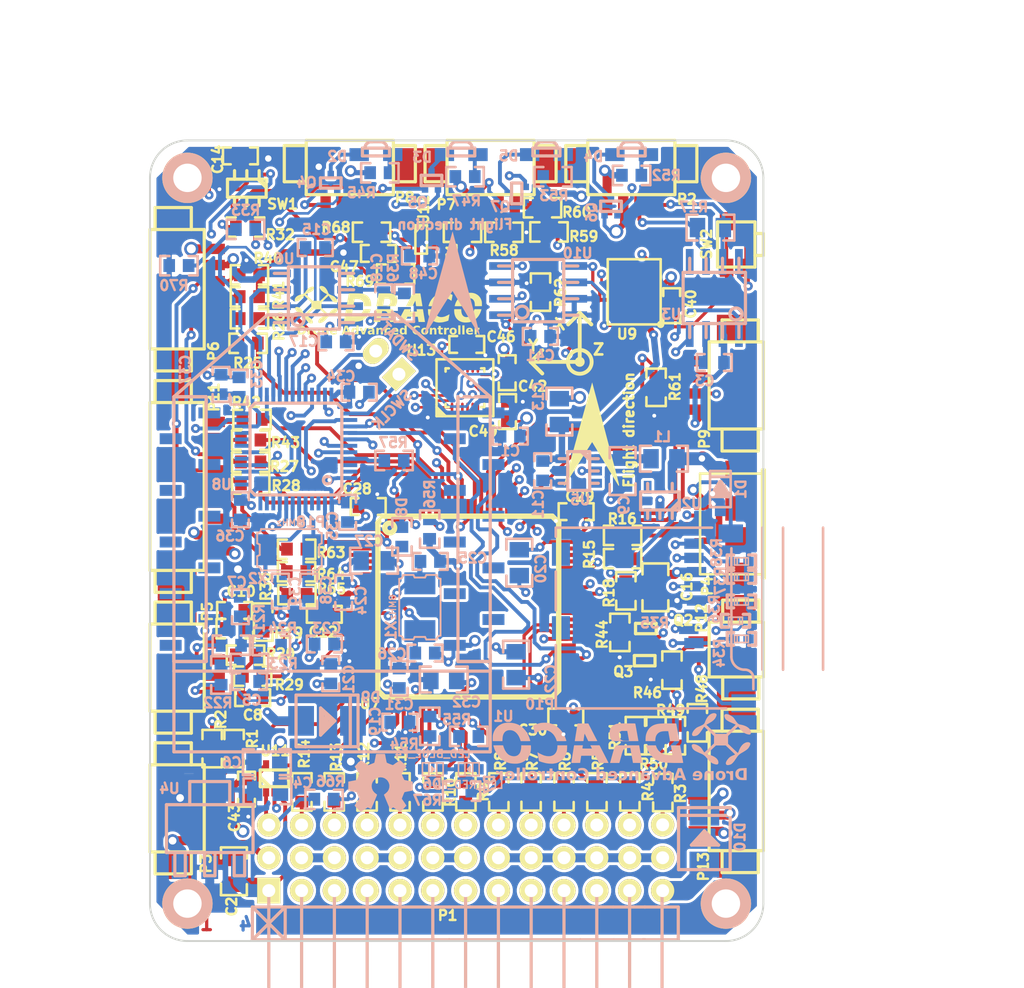
<source format=kicad_pcb>
(kicad_pcb (version 3) (host pcbnew "(2013-may-18)-stable")
  (layers (15 F.Cu signal hide) (2 Inner2.Cu signal hide) (1 Inner1.Cu power hide) (0 B.Cu mixed hide) (18 B.Paste user) (19 F.Paste user) (20 B.SilkS user hide) (21 F.SilkS user) (22 B.Mask user) (23 F.Mask user) (28 Edge.Cuts user))
  (net 0 "")
  (net 1 +3.3V)
  (net 2 +3.3VADC)
  (net 3 +5V)
  (net 4 AD0)
  (net 5 AD1)
  (net 6 AD2)
  (net 7 AD3)
  (net 8 CAN_RX)
  (net 9 CAN_TX)
  (net 10 EXTGPIO1)
  (net 11 EXTGPIO2)
  (net 12 EXTGPIO3)
  (net 13 EXTI2C_SCL)
  (net 14 EXTI2C_SDA)
  (net 15 EXTSPI_CS)
  (net 16 EXTSPI_MISO)
  (net 17 EXTSPI_MOSI)
  (net 18 EXTSPI_SCK)
  (net 19 EXTUART1_RX)
  (net 20 EXTUART1_TX)
  (net 21 EXTUART2_RX)
  (net 22 EXTUART2_TX)
  (net 23 F3_CS)
  (net 24 F3_INT)
  (net 25 F4_NRST)
  (net 26 F4_SWCLK)
  (net 27 F4_SWDIO)
  (net 28 FLASH_CS)
  (net 29 GND)
  (net 30 GPS_RX)
  (net 31 GPS_TX)
  (net 32 LED_BLUE)
  (net 33 LED_GREEN)
  (net 34 LED_ORANGE)
  (net 35 LED_RED)
  (net 36 MPU_CS)
  (net 37 MPU_INT)
  (net 38 MS_CS)
  (net 39 N-000001)
  (net 40 N-00000105)
  (net 41 N-00000106)
  (net 42 N-00000107)
  (net 43 N-00000112)
  (net 44 N-00000113)
  (net 45 N-00000114)
  (net 46 N-00000121)
  (net 47 N-00000122)
  (net 48 N-00000129)
  (net 49 N-00000130)
  (net 50 N-00000136)
  (net 51 N-00000137)
  (net 52 N-00000138)
  (net 53 N-00000139)
  (net 54 N-00000140)
  (net 55 N-00000141)
  (net 56 N-00000142)
  (net 57 N-00000145)
  (net 58 N-00000146)
  (net 59 N-00000147)
  (net 60 N-00000149)
  (net 61 N-00000150)
  (net 62 N-00000151)
  (net 63 N-00000152)
  (net 64 N-00000154)
  (net 65 N-00000155)
  (net 66 N-00000156)
  (net 67 N-00000157)
  (net 68 N-00000158)
  (net 69 N-00000160)
  (net 70 N-00000162)
  (net 71 N-00000163)
  (net 72 N-00000164)
  (net 73 N-00000165)
  (net 74 N-00000167)
  (net 75 N-00000168)
  (net 76 N-00000169)
  (net 77 N-00000170)
  (net 78 N-00000173)
  (net 79 N-00000175)
  (net 80 N-00000176)
  (net 81 N-00000177)
  (net 82 N-00000193)
  (net 83 N-00000194)
  (net 84 N-00000195)
  (net 85 N-00000196)
  (net 86 N-00000197)
  (net 87 N-00000198)
  (net 88 N-00000199)
  (net 89 N-000002)
  (net 90 N-00000200)
  (net 91 N-00000201)
  (net 92 N-00000202)
  (net 93 N-00000203)
  (net 94 N-00000204)
  (net 95 N-00000205)
  (net 96 N-00000206)
  (net 97 N-00000207)
  (net 98 N-00000208)
  (net 99 N-00000209)
  (net 100 N-00000211)
  (net 101 N-00000212)
  (net 102 N-00000213)
  (net 103 N-00000214)
  (net 104 N-00000215)
  (net 105 N-00000216)
  (net 106 N-00000218)
  (net 107 N-00000219)
  (net 108 N-00000220)
  (net 109 N-00000221)
  (net 110 N-00000222)
  (net 111 N-00000223)
  (net 112 N-000003)
  (net 113 N-0000058)
  (net 114 N-000007)
  (net 115 N-0000076)
  (net 116 N-0000080)
  (net 117 OSD_CSYNC)
  (net 118 OSD_HSYNC)
  (net 119 OSD_MISO_MASK)
  (net 120 OSD_MOSI_VOUT)
  (net 121 OSD_PIXEL_CLOCK)
  (net 122 OSD_SYNCOUT)
  (net 123 OSD_VSYNC)
  (net 124 PWM1)
  (net 125 PWM10)
  (net 126 PWM11)
  (net 127 PWM12)
  (net 128 PWM2)
  (net 129 PWM3)
  (net 130 PWM4)
  (net 131 PWM5)
  (net 132 PWM6)
  (net 133 PWM7)
  (net 134 PWM8)
  (net 135 PWM9)
  (net 136 SBUS)
  (net 137 SBUS_UART_INVERT)
  (net 138 SDIO_CLK)
  (net 139 SDIO_CMD)
  (net 140 SDIO_D0)
  (net 141 SDIO_D1)
  (net 142 SDIO_D2)
  (net 143 SDIO_D3)
  (net 144 SON_ECHO)
  (net 145 SON_TRIG)
  (net 146 SPI_MISO)
  (net 147 SPI_MOSI)
  (net 148 SPI_SCK)
  (net 149 SPORT_RX)
  (net 150 SPORT_TX)
  (net 151 USBDM)
  (net 152 USBDP)
  (net 153 USBVB)
  (net 154 USB_ID)
  (net 155 XBEE_CTS)
  (net 156 XBEE_RX)
  (net 157 XBEE_TX)
  (module sot323-5_2 (layer F.Cu) (at 199.64 193.4)
    (fp_text reference U11 (at 0.06 -2.13) (layer F.SilkS) (effects (font (size 0.77 0.77) (thickness 0.19))))
    (fp_text value SN74AHC1G86 hide)
    (pad 1 smd rect (at -0.65024 1.00076) (size 0.47 0.8001) (layers F.Cu F.Paste F.Mask) (net 59 N-00000147))
    (pad 3 smd rect (at 0.65024 1.00076) (size 0.47 0.8001) (layers F.Cu F.Paste F.Mask) (net 29 GND))
    (pad 2 smd rect (at 0 1.00076) (size 0.47 0.8001) (layers F.Cu F.Paste F.Mask) (net 137 SBUS_UART_INVERT))
    (pad 4 smd rect (at 0.65024 -1.00076) (size 0.47 0.8001) (layers F.Cu F.Paste F.Mask) (net 136 SBUS))
    (pad 5 smd rect (at -0.65024 -1.00076) (size 0.47 0.8001) (layers F.Cu F.Paste F.Mask) (net 1 +3.3V))
  )
  (module pin_strip_2 (layer F.Cu) (at 208.38 161.21 135)
    (fp_text reference P14 hide)
    (fp_text value CONN_2 hide)
    (pad 1 thru_hole rect (at -1.27 0 135) (size 1.524 2.19964) (drill 1.00076) (layers *.Cu *.Mask F.SilkS) (net 45 N-00000114))
    (pad 2 thru_hole oval (at 1.27 0 135) (size 1.524 2.19964) (drill 1.00076) (layers *.Cu *.Mask F.SilkS) (net 44 N-00000113))
  )
  (module sod123 (layer B.Cu) (at 234.17 171 90)
    (fp_text reference D1 (at 0 1.59 90) (layer B.SilkS) (effects (font (size 0.77 0.77) (thickness 0.19)) (justify mirror)))
    (fp_text value PMEG6010CEH hide)
    (pad 2 smd rect (at 1.67386 0 90) (size 0.8509 0.8509) (layers B.Cu B.Paste B.Mask) (net 62 N-00000151))
    (pad 1 smd rect (at -1.67386 0 90) (size 0.8509 0.8509) (layers B.Cu B.Paste B.Mask) (net 74 N-00000167))
  )
  (module pin_strip_13x3-90 (layer F.Cu) (at 214.4 200.85)
    (fp_text reference P1 (at -1.35 3.17) (layer F.SilkS) (effects (font (size 0.77 0.77) (thickness 0.19))))
    (fp_text value CONN_13X3 hide)
    (pad 39 thru_hole circle (at 15.3 -3.85) (size 1.8 1.8) (drill 1.00076) (layers *.Cu *.Mask F.SilkS) (net 97 N-00000207))
    (pad 38 thru_hole circle (at 15.3 -1.3) (size 1.8 1.8) (drill 1.00076) (layers *.Cu *.Mask F.SilkS) (net 3 +5V))
    (pad 37 thru_hole circle (at 15.3 1.25) (size 1.8 1.8) (drill 1.00076) (layers *.Cu *.Mask F.SilkS) (net 29 GND))
    (pad 1 thru_hole rect (at -15.2 1.2446) (size 1.8 1.99898) (drill 1.00076) (layers *.Cu *.Mask F.SilkS) (net 29 GND))
    (pad 2 thru_hole circle (at -15.2 -1.2954) (size 1.8 1.8) (drill 1.00076) (layers *.Cu *.Mask F.SilkS) (net 3 +5V))
    (pad 4 thru_hole circle (at -12.66 1.2446) (size 1.8 1.8) (drill 1.00076) (layers *.Cu *.Mask F.SilkS) (net 29 GND))
    (pad 5 thru_hole circle (at -12.66 -1.2954) (size 1.8 1.8) (drill 1.00076) (layers *.Cu *.Mask F.SilkS) (net 3 +5V))
    (pad 7 thru_hole circle (at -10.12 1.2446) (size 1.8 1.8) (drill 1.00076) (layers *.Cu *.Mask F.SilkS) (net 29 GND))
    (pad 8 thru_hole circle (at -10.12 -1.2954) (size 1.8 1.8) (drill 1.00076) (layers *.Cu *.Mask F.SilkS) (net 3 +5V))
    (pad 10 thru_hole circle (at -7.58 1.2446) (size 1.8 1.8) (drill 1.00076) (layers *.Cu *.Mask F.SilkS) (net 29 GND))
    (pad 11 thru_hole circle (at -7.58 -1.2954) (size 1.8 1.8) (drill 1.00076) (layers *.Cu *.Mask F.SilkS) (net 3 +5V))
    (pad 13 thru_hole circle (at -5.04 1.2446) (size 1.8 1.8) (drill 1.00076) (layers *.Cu *.Mask F.SilkS) (net 29 GND))
    (pad 14 thru_hole circle (at -5.04 -1.2954) (size 1.8 1.8) (drill 1.00076) (layers *.Cu *.Mask F.SilkS) (net 3 +5V))
    (pad 16 thru_hole circle (at -2.5 1.2446) (size 1.8 1.8) (drill 1.00076) (layers *.Cu *.Mask F.SilkS) (net 29 GND))
    (pad 17 thru_hole circle (at -2.5 -1.2954) (size 1.8 1.8) (drill 1.00076) (layers *.Cu *.Mask F.SilkS) (net 3 +5V))
    (pad 19 thru_hole circle (at 0.04 1.2446) (size 1.8 1.8) (drill 1.00076) (layers *.Cu *.Mask F.SilkS) (net 29 GND))
    (pad 20 thru_hole circle (at 0.04 -1.2954) (size 1.8 1.8) (drill 1.00076) (layers *.Cu *.Mask F.SilkS) (net 3 +5V))
    (pad 22 thru_hole circle (at 2.58 1.2446) (size 1.8 1.8) (drill 1.00076) (layers *.Cu *.Mask F.SilkS) (net 29 GND))
    (pad 23 thru_hole circle (at 2.58 -1.2954) (size 1.8 1.8) (drill 1.00076) (layers *.Cu *.Mask F.SilkS) (net 3 +5V))
    (pad 25 thru_hole circle (at 5.12 1.2446) (size 1.8 1.8) (drill 1.00076) (layers *.Cu *.Mask F.SilkS) (net 29 GND))
    (pad 26 thru_hole circle (at 5.12 -1.2954) (size 1.8 1.8) (drill 1.00076) (layers *.Cu *.Mask F.SilkS) (net 3 +5V))
    (pad 28 thru_hole circle (at 7.66 1.2446) (size 1.8 1.8) (drill 1.00076) (layers *.Cu *.Mask F.SilkS) (net 29 GND))
    (pad 29 thru_hole circle (at 7.66 -1.2954) (size 1.8 1.8) (drill 1.00076) (layers *.Cu *.Mask F.SilkS) (net 3 +5V))
    (pad 3 thru_hole circle (at -15.2 -3.8354) (size 1.8 1.8) (drill 1.00076) (layers *.Cu *.Mask F.SilkS) (net 59 N-00000147))
    (pad 6 thru_hole circle (at -12.66 -3.8354) (size 1.8 1.8) (drill 1.00076) (layers *.Cu *.Mask F.SilkS) (net 82 N-00000193))
    (pad 9 thru_hole circle (at -10.12 -3.8354) (size 1.8 1.8) (drill 1.00076) (layers *.Cu *.Mask F.SilkS) (net 85 N-00000196))
    (pad 12 thru_hole circle (at -7.58 -3.8354) (size 1.8 1.8) (drill 1.00076) (layers *.Cu *.Mask F.SilkS) (net 84 N-00000195))
    (pad 15 thru_hole circle (at -5.04 -3.8354) (size 1.8 1.8) (drill 1.00076) (layers *.Cu *.Mask F.SilkS) (net 83 N-00000194))
    (pad 18 thru_hole circle (at -2.5 -3.8354) (size 1.8 1.8) (drill 1.00076) (layers *.Cu *.Mask F.SilkS) (net 98 N-00000208))
    (pad 21 thru_hole circle (at 0.04 -3.8354) (size 1.8 1.8) (drill 1.00076) (layers *.Cu *.Mask F.SilkS) (net 91 N-00000201))
    (pad 24 thru_hole circle (at 2.58 -3.8354) (size 1.8 1.8) (drill 1.00076) (layers *.Cu *.Mask F.SilkS) (net 90 N-00000200))
    (pad 27 thru_hole circle (at 5.12 -3.8354) (size 1.8 1.8) (drill 1.00076) (layers *.Cu *.Mask F.SilkS) (net 99 N-00000209))
    (pad 30 thru_hole circle (at 7.66 -3.8354) (size 1.8 1.8) (drill 1.00076) (layers *.Cu *.Mask F.SilkS) (net 88 N-00000199))
    (pad 31 thru_hole circle (at 10.2 1.2446) (size 1.8 1.8) (drill 1.00076) (layers *.Cu *.Mask F.SilkS) (net 29 GND))
    (pad 32 thru_hole circle (at 10.2 -1.2954) (size 1.8 1.8) (drill 1.00076) (layers *.Cu *.Mask F.SilkS) (net 3 +5V))
    (pad 33 thru_hole circle (at 10.2 -3.8354) (size 1.8 1.8) (drill 1.00076) (layers *.Cu *.Mask F.SilkS) (net 87 N-00000198))
    (pad 34 thru_hole circle (at 12.74 1.2446) (size 1.8 1.8) (drill 1.00076) (layers *.Cu *.Mask F.SilkS) (net 29 GND))
    (pad 35 thru_hole circle (at 12.75 -1.3) (size 1.8 1.8) (drill 1.00076) (layers *.Cu *.Mask F.SilkS) (net 3 +5V))
    (pad 36 thru_hole circle (at 12.74 -3.8354) (size 1.8 1.8) (drill 1.00076) (layers *.Cu *.Mask F.SilkS) (net 94 N-00000204))
  )
  (module Logo_silk_OSHW_6x6mm (layer B.Cu) (at 207.85 193.75)
    (fp_text reference G5 hide)
    (fp_text value DUMMY hide)
  )
  (module ARROW (layer B.Cu) (at 213.4 155.09)
    (fp_text reference G1 hide)
    (fp_text value DUMMY hide)
  )
  (module ARROW (layer F.Cu) (at 224.21 166.79)
    (fp_text reference G3 hide)
    (fp_text value DUMMY hide)
  )
  (module LOGOGO (layer F.Cu) (at 208.47 157.17)
    (fp_text reference G2 hide)
    (fp_text value DUMMY hide)
  )
  (module LOGOGO (layer B.Cu) (at 226.52 190.98)
    (fp_text reference G4 hide)
    (fp_text value DUMMY hide)
  )
  (module r_0603 (layer B.Cu) (at 209.7 156.6 270)
    (fp_text reference R39 (at -2.75 0.86 270) (layer B.SilkS) (effects (font (size 0.77 0.77) (thickness 0.19)) (justify mirror)))
    (fp_text value 681k hide)
    (pad 1 smd rect (at 0.75184 0 270) (size 0.89916 1.00076) (layers B.Cu B.Paste B.Mask) (net 29 GND))
    (pad 2 smd rect (at -0.75184 0 270) (size 0.89916 1.00076) (layers B.Cu B.Paste B.Mask) (net 92 N-00000202))
  )
  (module 1pin (layer F.Cu) (at 192.9 146.9)
    (fp_text reference P22 hide)
    (fp_text value CONN_1 hide)
    (pad "" np_thru_hole circle (at 0 0) (size 2.2 2.2) (drill 2.2) (layers *.Cu *.Mask F.SilkS))
  )
  (module 1pin (layer F.Cu) (at 192.9 203.1)
    (fp_text reference P19 hide)
    (fp_text value CONN_1 hide)
    (pad "" np_thru_hole circle (at 0 0) (size 2.2 2.2) (drill 2.2) (layers *.Cu *.Mask F.SilkS))
  )
  (module 1pin (layer F.Cu) (at 234.6 203.1)
    (fp_text reference P21 hide)
    (fp_text value CONN_1 hide)
    (pad "" np_thru_hole circle (at 0 0) (size 2.2 2.2) (drill 2.2) (layers *.Cu *.Mask F.SilkS))
  )
  (module 1pin (layer F.Cu) (at 234.6 146.9)
    (fp_text reference P20 hide)
    (fp_text value CONN_1 hide)
    (pad "" np_thru_hole circle (at 0 0) (size 2.2 2.2) (drill 2.2) (layers *.Cu *.Mask F.SilkS))
  )
  (module TQFP-100 (layer F.Cu) (at 214.65 180.1 270)
    (fp_text reference U7 (at 7.51 7.61 360) (layer F.SilkS) (effects (font (size 0.77 0.77) (thickness 0.19))))
    (fp_text value STM32F427VIT6 hide)
    (pad 4 smd rect (at -4.50088 7.67588 270) (size 0.29972 1.30048) (layers F.Cu F.Paste F.Mask) (net 11 EXTGPIO2))
    (pad 5 smd rect (at -4.0005 7.67588 270) (size 0.29972 1.30048) (layers F.Cu F.Paste F.Mask) (net 10 EXTGPIO1))
    (pad 6 smd rect (at -3.50012 7.67588 270) (size 0.29972 1.30048) (layers F.Cu F.Paste F.Mask) (net 39 N-000001))
    (pad 7 smd rect (at -2.99974 7.67588 270) (size 0.29972 1.30048) (layers F.Cu F.Paste F.Mask))
    (pad 8 smd rect (at -2.49936 7.67588 270) (size 0.29972 1.30048) (layers F.Cu F.Paste F.Mask))
    (pad 1 smd rect (at -5.99948 7.67588 270) (size 0.29972 1.30048) (layers F.Cu F.Paste F.Mask) (net 24 F3_INT))
    (pad 2 smd rect (at -5.4991 7.67588 270) (size 0.29972 1.30048) (layers F.Cu F.Paste F.Mask))
    (pad 3 smd rect (at -5.00126 7.67588 270) (size 0.29972 1.30048) (layers F.Cu F.Paste F.Mask) (net 12 EXTGPIO3))
    (pad 17 smd rect (at 1.99898 7.67588 270) (size 0.29972 1.30048) (layers F.Cu F.Paste F.Mask) (net 5 AD1))
    (pad 18 smd rect (at 2.49936 7.67588 270) (size 0.29972 1.30048) (layers F.Cu F.Paste F.Mask) (net 4 AD0))
    (pad 19 smd rect (at 2.99974 7.67588 270) (size 0.29972 1.30048) (layers F.Cu F.Paste F.Mask) (net 1 +3.3V))
    (pad 20 smd rect (at 3.50012 7.67588 270) (size 0.29972 1.30048) (layers F.Cu F.Paste F.Mask) (net 29 GND))
    (pad 21 smd rect (at 4.0005 7.67588 270) (size 0.29972 1.30048) (layers F.Cu F.Paste F.Mask) (net 1 +3.3V))
    (pad 22 smd rect (at 4.50088 7.67588 270) (size 0.29972 1.30048) (layers F.Cu F.Paste F.Mask) (net 1 +3.3V))
    (pad 23 smd rect (at 5.00126 7.67588 270) (size 0.29972 1.30048) (layers F.Cu F.Paste F.Mask) (net 144 SON_ECHO))
    (pad 24 smd rect (at 5.4991 7.67588 270) (size 0.29972 1.30048) (layers F.Cu F.Paste F.Mask) (net 136 SBUS))
    (pad 33 smd rect (at 7.67588 2.49936 270) (size 1.30048 0.29972) (layers F.Cu F.Paste F.Mask))
    (pad 34 smd rect (at 7.67588 1.99898 270) (size 1.30048 0.29972) (layers F.Cu F.Paste F.Mask) (net 40 N-00000105))
    (pad 35 smd rect (at 7.67588 1.50114 270) (size 1.30048 0.29972) (layers F.Cu F.Paste F.Mask) (net 131 PWM5))
    (pad 36 smd rect (at 7.67588 1.00076 270) (size 1.30048 0.29972) (layers F.Cu F.Paste F.Mask) (net 132 PWM6))
    (pad 37 smd rect (at 7.67588 0.50038 270) (size 1.30048 0.29972) (layers F.Cu F.Paste F.Mask) (net 29 GND))
    (pad 38 smd rect (at 7.67588 0 270) (size 1.30048 0.29972) (layers F.Cu F.Paste F.Mask) (net 115 N-0000076))
    (pad 39 smd rect (at 7.67588 -0.50038 270) (size 1.30048 0.29972) (layers F.Cu F.Paste F.Mask))
    (pad 40 smd rect (at 7.67588 -1.00076 270) (size 1.30048 0.29972) (layers F.Cu F.Paste F.Mask) (net 133 PWM7))
    (pad 49 smd rect (at 7.67588 -5.4991 270) (size 1.30048 0.29972) (layers F.Cu F.Paste F.Mask) (net 112 N-000003))
    (pad 50 smd rect (at 7.67588 -5.99948 270) (size 1.30048 0.29972) (layers F.Cu F.Paste F.Mask) (net 1 +3.3V))
    (pad 51 smd rect (at 5.99948 -7.67588 270) (size 0.29972 1.30048) (layers F.Cu F.Paste F.Mask) (net 15 EXTSPI_CS))
    (pad 52 smd rect (at 5.4991 -7.67588 270) (size 0.29972 1.30048) (layers F.Cu F.Paste F.Mask) (net 18 EXTSPI_SCK))
    (pad 53 smd rect (at 5.00126 -7.67588 270) (size 0.29972 1.30048) (layers F.Cu F.Paste F.Mask) (net 16 EXTSPI_MISO))
    (pad 54 smd rect (at 4.50088 -7.67588 270) (size 0.29972 1.30048) (layers F.Cu F.Paste F.Mask) (net 17 EXTSPI_MOSI))
    (pad 55 smd rect (at 4.0005 -7.67588 270) (size 0.29972 1.30048) (layers F.Cu F.Paste F.Mask) (net 157 XBEE_TX))
    (pad 56 smd rect (at 3.50012 -7.67588 270) (size 0.29972 1.30048) (layers F.Cu F.Paste F.Mask) (net 156 XBEE_RX))
    (pad 9 smd rect (at -1.99898 7.67588 270) (size 0.29972 1.30048) (layers F.Cu F.Paste F.Mask))
    (pad 10 smd rect (at -1.50114 7.67588 270) (size 0.29972 1.30048) (layers F.Cu F.Paste F.Mask) (net 29 GND))
    (pad 11 smd rect (at -1.00076 7.67588 270) (size 0.29972 1.30048) (layers F.Cu F.Paste F.Mask) (net 1 +3.3V))
    (pad 25 smd rect (at 5.99948 7.67588 270) (size 0.29972 1.30048) (layers F.Cu F.Paste F.Mask) (net 124 PWM1))
    (pad 26 smd rect (at 7.67588 5.99948 270) (size 1.30048 0.29972) (layers F.Cu F.Paste F.Mask) (net 128 PWM2))
    (pad 27 smd rect (at 7.67588 5.4991 270) (size 1.30048 0.29972) (layers F.Cu F.Paste F.Mask) (net 29 GND))
    (pad 41 smd rect (at 7.67588 -1.50114 270) (size 1.30048 0.29972) (layers F.Cu F.Paste F.Mask))
    (pad 42 smd rect (at 7.67588 -1.99898 270) (size 1.30048 0.29972) (layers F.Cu F.Paste F.Mask) (net 134 PWM8))
    (pad 43 smd rect (at 7.67588 -2.49936 270) (size 1.30048 0.29972) (layers F.Cu F.Paste F.Mask))
    (pad 57 smd rect (at 2.99974 -7.67588 270) (size 0.29972 1.30048) (layers F.Cu F.Paste F.Mask))
    (pad 58 smd rect (at 2.49936 -7.67588 270) (size 0.29972 1.30048) (layers F.Cu F.Paste F.Mask) (net 155 XBEE_CTS))
    (pad 59 smd rect (at 1.99898 -7.67588 270) (size 0.29972 1.30048) (layers F.Cu F.Paste F.Mask) (net 127 PWM12))
    (pad 12 smd rect (at -0.50038 7.67588 270) (size 0.29972 1.30048) (layers F.Cu F.Paste F.Mask) (net 49 N-00000130))
    (pad 13 smd rect (at 0 7.67588 270) (size 0.29972 1.30048) (layers F.Cu F.Paste F.Mask) (net 48 N-00000129))
    (pad 14 smd rect (at 0.50038 7.67588 270) (size 0.29972 1.30048) (layers F.Cu F.Paste F.Mask) (net 25 F4_NRST))
    (pad 15 smd rect (at 1.00076 7.67588 270) (size 0.29972 1.30048) (layers F.Cu F.Paste F.Mask) (net 7 AD3))
    (pad 16 smd rect (at 1.50114 7.67588 270) (size 0.29972 1.30048) (layers F.Cu F.Paste F.Mask) (net 6 AD2))
    (pad 28 smd rect (at 7.67588 5.00126 270) (size 1.30048 0.29972) (layers F.Cu F.Paste F.Mask) (net 1 +3.3V))
    (pad 29 smd rect (at 7.67588 4.50088 270) (size 1.30048 0.29972) (layers F.Cu F.Paste F.Mask) (net 145 SON_TRIG))
    (pad 30 smd rect (at 7.67588 4.0005 270) (size 1.30048 0.29972) (layers F.Cu F.Paste F.Mask) (net 137 SBUS_UART_INVERT))
    (pad 31 smd rect (at 7.67588 3.50012 270) (size 1.30048 0.29972) (layers F.Cu F.Paste F.Mask) (net 129 PWM3))
    (pad 32 smd rect (at 7.67588 2.99974 270) (size 1.30048 0.29972) (layers F.Cu F.Paste F.Mask) (net 130 PWM4))
    (pad 44 smd rect (at 7.67588 -2.99974 270) (size 1.30048 0.29972) (layers F.Cu F.Paste F.Mask) (net 135 PWM9))
    (pad 45 smd rect (at 7.67588 -3.50012 270) (size 1.30048 0.29972) (layers F.Cu F.Paste F.Mask) (net 125 PWM10))
    (pad 46 smd rect (at 7.67588 -4.0005 270) (size 1.30048 0.29972) (layers F.Cu F.Paste F.Mask))
    (pad 47 smd rect (at 7.67588 -4.50088 270) (size 1.30048 0.29972) (layers F.Cu F.Paste F.Mask) (net 126 PWM11))
    (pad 48 smd rect (at 7.67588 -5.00126 270) (size 1.30048 0.29972) (layers F.Cu F.Paste F.Mask) (net 127 PWM12))
    (pad 60 smd rect (at 1.50114 -7.67588 270) (size 0.29972 1.30048) (layers F.Cu F.Paste F.Mask) (net 126 PWM11))
    (pad 61 smd rect (at 1.00076 -7.67588 270) (size 0.29972 1.30048) (layers F.Cu F.Paste F.Mask))
    (pad 62 smd rect (at 0.50038 -7.67588 270) (size 0.29972 1.30048) (layers F.Cu F.Paste F.Mask))
    (pad 63 smd rect (at 0 -7.67588 270) (size 0.29972 1.30048) (layers F.Cu F.Paste F.Mask) (net 150 SPORT_TX))
    (pad 64 smd rect (at -0.50038 -7.67588 270) (size 0.29972 1.30048) (layers F.Cu F.Paste F.Mask) (net 149 SPORT_RX))
    (pad 65 smd rect (at -1.00076 -7.67588 270) (size 0.29972 1.30048) (layers F.Cu F.Paste F.Mask) (net 140 SDIO_D0))
    (pad 66 smd rect (at -1.50114 -7.67588 270) (size 0.29972 1.30048) (layers F.Cu F.Paste F.Mask) (net 141 SDIO_D1))
    (pad 67 smd rect (at -1.99898 -7.67588 270) (size 0.29972 1.30048) (layers F.Cu F.Paste F.Mask))
    (pad 68 smd rect (at -2.49936 -7.67588 270) (size 0.29972 1.30048) (layers F.Cu F.Paste F.Mask) (net 153 USBVB))
    (pad 69 smd rect (at -2.99974 -7.67588 270) (size 0.29972 1.30048) (layers F.Cu F.Paste F.Mask) (net 154 USB_ID))
    (pad 70 smd rect (at -3.50012 -7.67588 270) (size 0.29972 1.30048) (layers F.Cu F.Paste F.Mask) (net 151 USBDM))
    (pad 71 smd rect (at -4.0005 -7.67588 270) (size 0.29972 1.30048) (layers F.Cu F.Paste F.Mask) (net 152 USBDP))
    (pad 72 smd rect (at -4.50088 -7.67588 270) (size 0.29972 1.30048) (layers F.Cu F.Paste F.Mask) (net 27 F4_SWDIO))
    (pad 73 smd rect (at -5.00126 -7.67588 270) (size 0.29972 1.30048) (layers F.Cu F.Paste F.Mask) (net 89 N-000002))
    (pad 74 smd rect (at -5.4991 -7.67588 270) (size 0.29972 1.30048) (layers F.Cu F.Paste F.Mask) (net 29 GND))
    (pad 75 smd rect (at -5.99948 -7.67588 270) (size 0.29972 1.30048) (layers F.Cu F.Paste F.Mask) (net 1 +3.3V))
    (pad 76 smd rect (at -7.67588 -5.99948 270) (size 1.30048 0.29972) (layers F.Cu F.Paste F.Mask) (net 26 F4_SWCLK))
    (pad 77 smd rect (at -7.67588 -5.4991 270) (size 1.30048 0.29972) (layers F.Cu F.Paste F.Mask) (net 43 N-00000112))
    (pad 78 smd rect (at -7.67588 -5.00126 270) (size 1.30048 0.29972) (layers F.Cu F.Paste F.Mask) (net 142 SDIO_D2))
    (pad 79 smd rect (at -7.67588 -4.50088 270) (size 1.30048 0.29972) (layers F.Cu F.Paste F.Mask) (net 143 SDIO_D3))
    (pad 80 smd rect (at -7.67588 -4.0005 270) (size 1.30048 0.29972) (layers F.Cu F.Paste F.Mask) (net 138 SDIO_CLK))
    (pad 81 smd rect (at -7.67588 -3.50012 270) (size 1.30048 0.29972) (layers F.Cu F.Paste F.Mask) (net 8 CAN_RX))
    (pad 82 smd rect (at -7.67588 -2.99974 270) (size 1.30048 0.29972) (layers F.Cu F.Paste F.Mask) (net 9 CAN_TX))
    (pad 83 smd rect (at -7.67588 -2.49936 270) (size 1.30048 0.29972) (layers F.Cu F.Paste F.Mask) (net 139 SDIO_CMD))
    (pad 84 smd rect (at -7.67588 -1.99898 270) (size 1.30048 0.29972) (layers F.Cu F.Paste F.Mask) (net 38 MS_CS))
    (pad 85 smd rect (at -7.67588 -1.50114 270) (size 1.30048 0.29972) (layers F.Cu F.Paste F.Mask) (net 28 FLASH_CS))
    (pad 86 smd rect (at -7.67588 -1.00076 270) (size 1.30048 0.29972) (layers F.Cu F.Paste F.Mask) (net 31 GPS_TX))
    (pad 87 smd rect (at -7.67588 -0.50038 270) (size 1.30048 0.29972) (layers F.Cu F.Paste F.Mask) (net 30 GPS_RX))
    (pad 88 smd rect (at -7.67588 0 270) (size 1.30048 0.29972) (layers F.Cu F.Paste F.Mask) (net 36 MPU_CS))
    (pad 89 smd rect (at -7.67588 0.50038 270) (size 1.30048 0.29972) (layers F.Cu F.Paste F.Mask) (net 148 SPI_SCK))
    (pad 90 smd rect (at -7.67588 1.00076 270) (size 1.30048 0.29972) (layers F.Cu F.Paste F.Mask) (net 146 SPI_MISO))
    (pad 91 smd rect (at -7.67588 1.50114 270) (size 1.30048 0.29972) (layers F.Cu F.Paste F.Mask) (net 147 SPI_MOSI))
    (pad 92 smd rect (at -7.67588 1.99898 270) (size 1.30048 0.29972) (layers F.Cu F.Paste F.Mask) (net 20 EXTUART1_TX))
    (pad 93 smd rect (at -7.67588 2.49936 270) (size 1.30048 0.29972) (layers F.Cu F.Paste F.Mask) (net 19 EXTUART1_RX))
    (pad 94 smd rect (at -7.67588 2.99974 270) (size 1.30048 0.29972) (layers F.Cu F.Paste F.Mask) (net 116 N-0000080))
    (pad 95 smd rect (at -7.67588 3.50012 270) (size 1.30048 0.29972) (layers F.Cu F.Paste F.Mask) (net 13 EXTI2C_SCL))
    (pad 96 smd rect (at -7.67588 4.0005 270) (size 1.30048 0.29972) (layers F.Cu F.Paste F.Mask) (net 14 EXTI2C_SDA))
    (pad 97 smd rect (at -7.67588 4.50088 270) (size 1.30048 0.29972) (layers F.Cu F.Paste F.Mask) (net 37 MPU_INT))
    (pad 98 smd rect (at -7.67588 5.00126 270) (size 1.30048 0.29972) (layers F.Cu F.Paste F.Mask) (net 23 F3_CS))
    (pad 99 smd rect (at -7.67588 5.4991 270) (size 1.30048 0.29972) (layers F.Cu F.Paste F.Mask) (net 29 GND))
    (pad 100 smd rect (at -7.67588 5.99948 270) (size 1.30048 0.29972) (layers F.Cu F.Paste F.Mask) (net 1 +3.3V))
  )
  (module xbee-smt (layer B.Cu) (at 204.1 185.1 180)
    (fp_text reference U1 (at -13.27 -3.5 180) (layer B.SilkS) (effects (font (size 0.77 0.77) (thickness 0.19)) (justify mirror)))
    (fp_text value XBEE hide)
    (pad 1 smd rect (at -12.49934 19.99996 90) (size 0.84836 1.69926) (layers B.Cu B.Paste B.Mask) (net 1 +3.3V))
    (pad 2 smd rect (at -9.4996 17.99844 90) (size 0.84836 1.69926) (layers B.Cu B.Paste B.Mask) (net 156 XBEE_RX))
    (pad 3 smd rect (at -12.49934 15.99946 90) (size 0.84836 1.69926) (layers B.Cu B.Paste B.Mask) (net 157 XBEE_TX))
    (pad 4 smd rect (at -9.4996 13.99794 90) (size 0.84836 1.69926) (layers B.Cu B.Paste B.Mask))
    (pad 5 smd rect (at -12.49934 11.99896 90) (size 0.84836 1.69926) (layers B.Cu B.Paste B.Mask))
    (pad 6 smd rect (at -9.4996 9.99998 90) (size 0.84836 1.69926) (layers B.Cu B.Paste B.Mask))
    (pad 7 smd rect (at -12.49934 7.99846 90) (size 0.84836 1.69926) (layers B.Cu B.Paste B.Mask))
    (pad 8 smd rect (at -9.4996 5.99948 90) (size 0.84836 1.69926) (layers B.Cu B.Paste B.Mask))
    (pad 9 smd rect (at -12.49934 3.99796 90) (size 0.84836 1.69926) (layers B.Cu B.Paste B.Mask))
    (pad 10 smd rect (at -9.4996 1.99898 90) (size 0.84836 1.69926) (layers B.Cu B.Paste B.Mask) (net 29 GND))
    (pad 11 smd rect (at 12.49934 1.99898 90) (size 0.84836 1.69926) (layers B.Cu B.Paste B.Mask))
    (pad 12 smd rect (at 9.4996 3.99796 90) (size 0.84836 1.69926) (layers B.Cu B.Paste B.Mask) (net 155 XBEE_CTS))
    (pad 13 smd rect (at 12.49934 5.99948 90) (size 0.84836 1.69926) (layers B.Cu B.Paste B.Mask))
    (pad 14 smd rect (at 9.4996 7.99846 90) (size 0.84836 1.69926) (layers B.Cu B.Paste B.Mask))
    (pad 15 smd rect (at 12.49934 9.99998 90) (size 0.84836 1.69926) (layers B.Cu B.Paste B.Mask))
    (pad 16 smd rect (at 9.4996 11.99896 90) (size 0.84836 1.69926) (layers B.Cu B.Paste B.Mask))
    (pad 17 smd rect (at 12.49934 13.99794 90) (size 0.84836 1.69926) (layers B.Cu B.Paste B.Mask))
    (pad 18 smd rect (at 9.4996 15.99946 90) (size 0.84836 1.69926) (layers B.Cu B.Paste B.Mask))
    (pad 19 smd rect (at 12.49934 17.99844 90) (size 0.84836 1.69926) (layers B.Cu B.Paste B.Mask))
    (pad 20 smd rect (at 9.4996 19.99996 90) (size 0.84836 1.69926) (layers B.Cu B.Paste B.Mask))
  )
  (module tsot-5 (layer B.Cu) (at 223.2 169.6 270)
    (fp_text reference U5 (at 2.23 -0.12 360) (layer B.SilkS) (effects (font (size 0.77 0.77) (thickness 0.19)) (justify mirror)))
    (fp_text value LT1761-3.3 hide)
    (pad 1 smd rect (at -0.94996 -1.30048 270) (size 0.69088 1.00076) (layers B.Cu B.Paste B.Mask) (net 75 N-00000168))
    (pad 3 smd rect (at 0.94996 -1.30048 270) (size 0.69088 1.00076) (layers B.Cu B.Paste B.Mask))
    (pad 2 smd rect (at 0 -1.30048 270) (size 0.69088 1.00076) (layers B.Cu B.Paste B.Mask) (net 29 GND))
    (pad 4 smd rect (at 0.94996 1.30048 270) (size 0.69088 1.00076) (layers B.Cu B.Paste B.Mask) (net 69 N-00000160))
    (pad 5 smd rect (at -0.94996 1.30048 270) (size 0.69088 1.00076) (layers B.Cu B.Paste B.Mask) (net 2 +3.3VADC))
  )
  (module stabil_sot223_1 (layer B.Cu) (at 194.6275 197.2945 180)
    (fp_text reference U4 (at 3.1175 3.1045 180) (layer B.SilkS) (effects (font (size 0.77 0.77) (thickness 0.19)) (justify mirror)))
    (fp_text value ADP3338AKCZ-3.3 hide)
    (pad GND smd rect (at -2.30124 -2.99974 180) (size 1.30048 1.80086) (layers B.Cu B.Paste B.Mask) (net 29 GND))
    (pad OUT smd rect (at 0 -2.99974 180) (size 1.30048 1.80086) (layers B.Cu B.Paste B.Mask) (net 1 +3.3V))
    (pad IN smd rect (at 2.30124 -2.99974 180) (size 1.30048 1.80086) (layers B.Cu B.Paste B.Mask) (net 62 N-00000151))
    (pad OUT smd rect (at 0 2.99974 180) (size 3.79984 1.80086) (layers B.Cu B.Paste B.Mask) (net 1 +3.3V))
  )
  (module sot23-6 (layer F.Cu) (at 197.5 147.7 180)
    (fp_text reference SW1 (at -2.76 -1.23 180) (layer F.SilkS) (effects (font (size 0.77 0.77) (thickness 0.19))))
    (fp_text value STG719 hide)
    (pad 1 smd rect (at -0.9525 1.05664 180) (size 0.59944 1.00076) (layers F.Cu F.Paste F.Mask) (net 119 OSD_MISO_MASK))
    (pad 3 smd rect (at 0.9525 1.05664 180) (size 0.59944 1.00076) (layers F.Cu F.Paste F.Mask) (net 29 GND))
    (pad 2 smd rect (at 0 1.05664 180) (size 0.59944 1.00076) (layers F.Cu F.Paste F.Mask) (net 1 +3.3V))
    (pad 4 smd rect (at 0.9525 -1.05664 180) (size 0.59944 1.00076) (layers F.Cu F.Paste F.Mask) (net 105 N-00000216))
    (pad 6 smd rect (at -0.9525 -1.05664 180) (size 0.59944 1.00076) (layers F.Cu F.Paste F.Mask) (net 61 N-00000150))
    (pad 5 smd rect (at 0 -1.05664 180) (size 0.59944 1.00076) (layers F.Cu F.Paste F.Mask) (net 60 N-00000149))
  )
  (module sot23-5 (layer B.Cu) (at 229.49 171.92 180)
    (fp_text reference U2 (at -2.46 -0.19 180) (layer B.SilkS) (effects (font (size 0.77 0.77) (thickness 0.19)) (justify mirror)))
    (fp_text value LTC4411 hide)
    (pad 1 smd rect (at -0.9525 -1.05664 180) (size 0.59944 1.00076) (layers B.Cu B.Paste B.Mask) (net 74 N-00000167))
    (pad 3 smd rect (at 0.9525 -1.05664 180) (size 0.59944 1.00076) (layers B.Cu B.Paste B.Mask))
    (pad 2 smd rect (at 0 -1.05664 180) (size 0.59944 1.00076) (layers B.Cu B.Paste B.Mask) (net 29 GND))
    (pad 4 smd rect (at 0.9525 1.05664 180) (size 0.59944 1.00076) (layers B.Cu B.Paste B.Mask))
    (pad 5 smd rect (at -0.9525 1.05664 180) (size 0.59944 1.00076) (layers B.Cu B.Paste B.Mask) (net 62 N-00000151))
  )
  (module so-8 (layer B.Cu) (at 233.7 156.2 180)
    (fp_text reference U3 (at 3.33 -1.26 180) (layer B.SilkS) (effects (font (size 0.77 0.77) (thickness 0.19)) (justify mirror)))
    (fp_text value SN65HVD233 hide)
    (pad 1 smd rect (at -1.905 -2.794 180) (size 0.59944 1.99898) (layers B.Cu B.Paste B.Mask) (net 9 CAN_TX))
    (pad 2 smd rect (at -0.635 -2.794 180) (size 0.59944 1.99898) (layers B.Cu B.Paste B.Mask) (net 29 GND))
    (pad 3 smd rect (at 0.635 -2.794 180) (size 0.59944 1.99898) (layers B.Cu B.Paste B.Mask) (net 1 +3.3V))
    (pad 4 smd rect (at 1.905 -2.794 180) (size 0.59944 1.99898) (layers B.Cu B.Paste B.Mask) (net 8 CAN_RX))
    (pad 5 smd rect (at 1.905 2.794 180) (size 0.59944 1.99898) (layers B.Cu B.Paste B.Mask))
    (pad 6 smd rect (at 0.635 2.794 180) (size 0.59944 1.99898) (layers B.Cu B.Paste B.Mask) (net 81 N-00000177))
    (pad 7 smd rect (at -0.635 2.794 180) (size 0.59944 1.99898) (layers B.Cu B.Paste B.Mask) (net 78 N-00000173))
    (pad 8 smd rect (at -1.905 2.794 180) (size 0.59944 1.99898) (layers B.Cu B.Paste B.Mask) (net 29 GND))
  )
  (module so-8 (layer B.Cu) (at 202.7 156.2 90)
    (fp_text reference U6 (at 3.03 -2.29 180) (layer B.SilkS) (effects (font (size 0.77 0.77) (thickness 0.19)) (justify mirror)))
    (fp_text value EL1883 hide)
    (pad 1 smd rect (at -1.905 -2.794 90) (size 0.59944 1.99898) (layers B.Cu B.Paste B.Mask) (net 117 OSD_CSYNC))
    (pad 2 smd rect (at -0.635 -2.794 90) (size 0.59944 1.99898) (layers B.Cu B.Paste B.Mask) (net 93 N-00000203))
    (pad 3 smd rect (at 0.635 -2.794 90) (size 0.59944 1.99898) (layers B.Cu B.Paste B.Mask) (net 123 OSD_VSYNC))
    (pad 4 smd rect (at 1.905 -2.794 90) (size 0.59944 1.99898) (layers B.Cu B.Paste B.Mask) (net 29 GND))
    (pad 5 smd rect (at 1.905 2.794 90) (size 0.59944 1.99898) (layers B.Cu B.Paste B.Mask))
    (pad 6 smd rect (at 0.635 2.794 90) (size 0.59944 1.99898) (layers B.Cu B.Paste B.Mask) (net 92 N-00000202))
    (pad 7 smd rect (at -0.635 2.794 90) (size 0.59944 1.99898) (layers B.Cu B.Paste B.Mask) (net 118 OSD_HSYNC))
    (pad 8 smd rect (at -1.905 2.794 90) (size 0.59944 1.99898) (layers B.Cu B.Paste B.Mask) (net 1 +3.3V))
  )
  (module sc75 (layer F.Cu) (at 228.31 184.29)
    (fp_text reference Q3 (at -1.65 0.85) (layer F.SilkS) (effects (font (size 0.77 0.77) (thickness 0.19))))
    (fp_text value NTA4151PT1G hide)
    (pad 1 smd rect (at -0.5 0.65) (size 0.5 0.6) (layers F.Cu F.Paste F.Mask) (net 150 SPORT_TX))
    (pad 2 smd rect (at 0.5 0.65) (size 0.5 0.6) (layers F.Cu F.Paste F.Mask) (net 1 +3.3V))
    (pad 3 smd rect (at 0 -0.65) (size 0.5 0.6) (layers F.Cu F.Paste F.Mask) (net 100 N-00000211))
  )
  (module sc75 (layer F.Cu) (at 228.4 181.8)
    (fp_text reference Q2 (at 2.9 -0.63) (layer F.SilkS) (effects (font (size 0.77 0.77) (thickness 0.19))))
    (fp_text value NTA4153NT1G hide)
    (pad 1 smd rect (at -0.5 0.65) (size 0.5 0.6) (layers F.Cu F.Paste F.Mask) (net 100 N-00000211))
    (pad 2 smd rect (at 0.5 0.65) (size 0.5 0.6) (layers F.Cu F.Paste F.Mask) (net 29 GND))
    (pad 3 smd rect (at 0 -0.65) (size 0.5 0.6) (layers F.Cu F.Paste F.Mask) (net 149 SPORT_RX))
  )
  (module r_0805 (layer B.Cu) (at 233.4 150.8 180)
    (fp_text reference R17 (at 1.3 1.64 180) (layer B.SilkS) (effects (font (size 0.77 0.77) (thickness 0.19)) (justify mirror)))
    (fp_text value 120R hide)
    (pad 1 smd rect (at 1.00076 0.0508 180) (size 1.19888 1.4986) (layers B.Cu B.Paste B.Mask) (net 81 N-00000177))
    (pad 2 smd rect (at -1.00076 0.0508 180) (size 1.19888 1.4986) (layers B.Cu B.Paste B.Mask) (net 78 N-00000173))
  )
  (module r_0805 (layer B.Cu) (at 229.8 168.6)
    (fp_text reference L1 (at -0.13 -1.65) (layer B.SilkS) (effects (font (size 0.77 0.77) (thickness 0.19)) (justify mirror)))
    (fp_text value 10uH hide)
    (pad 1 smd rect (at 1.00076 0.0508) (size 1.19888 1.4986) (layers B.Cu B.Paste B.Mask) (net 62 N-00000151))
    (pad 2 smd rect (at -1.00076 0.0508) (size 1.19888 1.4986) (layers B.Cu B.Paste B.Mask) (net 75 N-00000168))
  )
  (module r_0603 (layer F.Cu) (at 197.4 150.7 180)
    (fp_text reference R32 (at -2.68 -0.6 180) (layer F.SilkS) (effects (font (size 0.77 0.77) (thickness 0.19))))
    (fp_text value 220R hide)
    (pad 1 smd rect (at 0.75184 0 180) (size 0.89916 1.00076) (layers F.Cu F.Paste F.Mask) (net 105 N-00000216))
    (pad 2 smd rect (at -0.75184 0 180) (size 0.89916 1.00076) (layers F.Cu F.Paste F.Mask) (net 120 OSD_MOSI_VOUT))
  )
  (module r_0603 (layer B.Cu) (at 197.4 150.9 180)
    (fp_text reference R33 (at -0.01 1.49 180) (layer B.SilkS) (effects (font (size 0.77 0.77) (thickness 0.19)) (justify mirror)))
    (fp_text value 470R hide)
    (pad 1 smd rect (at 0.75184 0 180) (size 0.89916 1.00076) (layers B.Cu B.Paste B.Mask) (net 105 N-00000216))
    (pad 2 smd rect (at -0.75184 0 180) (size 0.89916 1.00076) (layers B.Cu B.Paste B.Mask) (net 122 OSD_SYNCOUT))
  )
  (module r_0603 (layer F.Cu) (at 220.9 151.1)
    (fp_text reference R59 (at 2.69 0.34) (layer F.SilkS) (effects (font (size 0.77 0.77) (thickness 0.19))))
    (fp_text value 4k7 hide)
    (pad 1 smd rect (at 0.75184 0) (size 0.89916 1.00076) (layers F.Cu F.Paste F.Mask) (net 22 EXTUART2_TX))
    (pad 2 smd rect (at -0.75184 0) (size 0.89916 1.00076) (layers F.Cu F.Paste F.Mask) (net 1 +3.3V))
  )
  (module r_0603 (layer F.Cu) (at 232.4 189.1 90)
    (fp_text reference R48 (at 2.63 0.35 90) (layer F.SilkS) (effects (font (size 0.77 0.77) (thickness 0.19))))
    (fp_text value 470R hide)
    (pad 1 smd rect (at 0.75184 0 90) (size 0.89916 1.00076) (layers F.Cu F.Paste F.Mask) (net 17 EXTSPI_MOSI))
    (pad 2 smd rect (at -0.75184 0 90) (size 0.89916 1.00076) (layers F.Cu F.Paste F.Mask) (net 102 N-00000213))
  )
  (module r_0603 (layer B.Cu) (at 221.2 146.8)
    (fp_text reference R53 (at 0.08 1.48) (layer B.SilkS) (effects (font (size 0.77 0.77) (thickness 0.19)) (justify mirror)))
    (fp_text value 220R hide)
    (pad 1 smd rect (at 0.75184 0) (size 0.89916 1.00076) (layers B.Cu B.Paste B.Mask) (net 111 N-00000223))
    (pad 2 smd rect (at -0.75184 0) (size 0.89916 1.00076) (layers B.Cu B.Paste B.Mask) (net 3 +5V))
  )
  (module r_0603 (layer B.Cu) (at 227.3 146.7)
    (fp_text reference R52 (at 2.69 0.01) (layer B.SilkS) (effects (font (size 0.77 0.77) (thickness 0.19)) (justify mirror)))
    (fp_text value 180R hide)
    (pad 1 smd rect (at 0.75184 0) (size 0.89916 1.00076) (layers B.Cu B.Paste B.Mask) (net 109 N-00000221))
    (pad 2 smd rect (at -0.75184 0) (size 0.89916 1.00076) (layers B.Cu B.Paste B.Mask) (net 3 +5V))
  )
  (module r_0603 (layer B.Cu) (at 214.4 146.8)
    (fp_text reference R47 (at 0.11 1.88) (layer B.SilkS) (effects (font (size 0.77 0.77) (thickness 0.19)) (justify mirror)))
    (fp_text value 330R hide)
    (pad 1 smd rect (at 0.75184 0) (size 0.89916 1.00076) (layers B.Cu B.Paste B.Mask) (net 106 N-00000218))
    (pad 2 smd rect (at -0.75184 0) (size 0.89916 1.00076) (layers B.Cu B.Paste B.Mask) (net 3 +5V))
  )
  (module r_0603 (layer B.Cu) (at 207.8 146.5)
    (fp_text reference R45 (at -1.42 1.55) (layer B.SilkS) (effects (font (size 0.77 0.77) (thickness 0.19)) (justify mirror)))
    (fp_text value 330R hide)
    (pad 1 smd rect (at 0.75184 0) (size 0.89916 1.00076) (layers B.Cu B.Paste B.Mask) (net 108 N-00000220))
    (pad 2 smd rect (at -0.75184 0) (size 0.89916 1.00076) (layers B.Cu B.Paste B.Mask) (net 3 +5V))
  )
  (module r_0603 (layer F.Cu) (at 197.8 170.6 180)
    (fp_text reference R28 (at -2.74 -0.14 180) (layer F.SilkS) (effects (font (size 0.77 0.77) (thickness 0.19))))
    (fp_text value 220R hide)
    (pad 1 smd rect (at 0.75184 0 180) (size 0.89916 1.00076) (layers F.Cu F.Paste F.Mask) (net 73 N-00000165))
    (pad 2 smd rect (at -0.75184 0 180) (size 0.89916 1.00076) (layers F.Cu F.Paste F.Mask) (net 14 EXTI2C_SDA))
  )
  (module r_0603 (layer F.Cu) (at 197.8 168.9 180)
    (fp_text reference R27 (at -2.6 -0.35 180) (layer F.SilkS) (effects (font (size 0.77 0.77) (thickness 0.19))))
    (fp_text value 220R hide)
    (pad 1 smd rect (at 0.75184 0 180) (size 0.89916 1.00076) (layers F.Cu F.Paste F.Mask) (net 72 N-00000164))
    (pad 2 smd rect (at -0.75184 0 180) (size 0.89916 1.00076) (layers F.Cu F.Paste F.Mask) (net 13 EXTI2C_SCL))
  )
  (module r_0603 (layer F.Cu) (at 197.7 157.8 180)
    (fp_text reference R26 (at -2.29 -0.6 270) (layer F.SilkS) (effects (font (size 0.77 0.77) (thickness 0.19))))
    (fp_text value 470R hide)
    (pad 1 smd rect (at 0.75184 0 180) (size 0.89916 1.00076) (layers F.Cu F.Paste F.Mask) (net 71 N-00000163))
    (pad 2 smd rect (at -0.75184 0 180) (size 0.89916 1.00076) (layers F.Cu F.Paste F.Mask) (net 31 GPS_TX))
  )
  (module r_0603 (layer F.Cu) (at 197.6 159.7 180)
    (fp_text reference R25 (at 0.03 -1.55 180) (layer F.SilkS) (effects (font (size 0.77 0.77) (thickness 0.19))))
    (fp_text value 470R hide)
    (pad 1 smd rect (at 0.75184 0 180) (size 0.89916 1.00076) (layers F.Cu F.Paste F.Mask) (net 70 N-00000162))
    (pad 2 smd rect (at -0.75184 0 180) (size 0.89916 1.00076) (layers F.Cu F.Paste F.Mask) (net 30 GPS_RX))
  )
  (module r_0603 (layer F.Cu) (at 226.4 182.1 90)
    (fp_text reference R44 (at -0.16 -1.38 90) (layer F.SilkS) (effects (font (size 0.77 0.77) (thickness 0.19))))
    (fp_text value 4k7 hide)
    (pad 1 smd rect (at 0.75184 0 90) (size 0.89916 1.00076) (layers F.Cu F.Paste F.Mask) (net 149 SPORT_RX))
    (pad 2 smd rect (at -0.75184 0 90) (size 0.89916 1.00076) (layers F.Cu F.Paste F.Mask) (net 1 +3.3V))
  )
  (module r_0603 (layer F.Cu) (at 201.75 194.45 270)
    (fp_text reference R14 (at -2.94 -0.2 270) (layer F.SilkS) (effects (font (size 0.77 0.77) (thickness 0.19))))
    (fp_text value 470R hide)
    (pad 1 smd rect (at 0.75184 0 270) (size 0.89916 1.00076) (layers F.Cu F.Paste F.Mask) (net 82 N-00000193))
    (pad 2 smd rect (at -0.75184 0 270) (size 0.89916 1.00076) (layers F.Cu F.Paste F.Mask) (net 124 PWM1))
  )
  (module r_0603 (layer F.Cu) (at 227.15 194.45 270)
    (fp_text reference R4 (at -0.02 -1.42 270) (layer F.SilkS) (effects (font (size 0.77 0.77) (thickness 0.19))))
    (fp_text value 470R hide)
    (pad 1 smd rect (at 0.75184 0 270) (size 0.89916 1.00076) (layers F.Cu F.Paste F.Mask) (net 94 N-00000204))
    (pad 2 smd rect (at -0.75184 0 270) (size 0.89916 1.00076) (layers F.Cu F.Paste F.Mask) (net 126 PWM11))
  )
  (module r_0603 (layer F.Cu) (at 224.6 194.45 270)
    (fp_text reference R5 (at -2.4 -0.11 270) (layer F.SilkS) (effects (font (size 0.77 0.77) (thickness 0.19))))
    (fp_text value 470R hide)
    (pad 1 smd rect (at 0.75184 0 270) (size 0.89916 1.00076) (layers F.Cu F.Paste F.Mask) (net 87 N-00000198))
    (pad 2 smd rect (at -0.75184 0 270) (size 0.89916 1.00076) (layers F.Cu F.Paste F.Mask) (net 125 PWM10))
  )
  (module r_0603 (layer F.Cu) (at 222.05 194.45 270)
    (fp_text reference R6 (at -2.36 -0.1 270) (layer F.SilkS) (effects (font (size 0.77 0.77) (thickness 0.19))))
    (fp_text value 470R hide)
    (pad 1 smd rect (at 0.75184 0 270) (size 0.89916 1.00076) (layers F.Cu F.Paste F.Mask) (net 88 N-00000199))
    (pad 2 smd rect (at -0.75184 0 270) (size 0.89916 1.00076) (layers F.Cu F.Paste F.Mask) (net 135 PWM9))
  )
  (module r_0603 (layer F.Cu) (at 217 194.45 270)
    (fp_text reference R8 (at -2.39 -0.15 270) (layer F.SilkS) (effects (font (size 0.77 0.77) (thickness 0.19))))
    (fp_text value 470R hide)
    (pad 1 smd rect (at 0.75184 0 270) (size 0.89916 1.00076) (layers F.Cu F.Paste F.Mask) (net 90 N-00000200))
    (pad 2 smd rect (at -0.75184 0 270) (size 0.89916 1.00076) (layers F.Cu F.Paste F.Mask) (net 133 PWM7))
  )
  (module r_0603 (layer F.Cu) (at 219.5 194.45 270)
    (fp_text reference R7 (at -2.38 -0.11 270) (layer F.SilkS) (effects (font (size 0.77 0.77) (thickness 0.19))))
    (fp_text value 470R hide)
    (pad 1 smd rect (at 0.75184 0 270) (size 0.89916 1.00076) (layers F.Cu F.Paste F.Mask) (net 99 N-00000209))
    (pad 2 smd rect (at -0.75184 0 270) (size 0.89916 1.00076) (layers F.Cu F.Paste F.Mask) (net 134 PWM8))
  )
  (module r_0603 (layer F.Cu) (at 214.45 194.45 270)
    (fp_text reference R9 (at -0.01 -1.36 270) (layer F.SilkS) (effects (font (size 0.77 0.77) (thickness 0.19))))
    (fp_text value 470R hide)
    (pad 1 smd rect (at 0.75184 0 270) (size 0.89916 1.00076) (layers F.Cu F.Paste F.Mask) (net 91 N-00000201))
    (pad 2 smd rect (at -0.75184 0 270) (size 0.89916 1.00076) (layers F.Cu F.Paste F.Mask) (net 132 PWM6))
  )
  (module r_0603 (layer F.Cu) (at 211.9 194.45 270)
    (fp_text reference R10 (at 0.04 -1.36 270) (layer F.SilkS) (effects (font (size 0.77 0.77) (thickness 0.19))))
    (fp_text value 470R hide)
    (pad 1 smd rect (at 0.75184 0 270) (size 0.89916 1.00076) (layers F.Cu F.Paste F.Mask) (net 98 N-00000208))
    (pad 2 smd rect (at -0.75184 0 270) (size 0.89916 1.00076) (layers F.Cu F.Paste F.Mask) (net 131 PWM5))
  )
  (module r_0603 (layer F.Cu) (at 209.35 194.45 270)
    (fp_text reference R11 (at -2.67 -0.09 270) (layer F.SilkS) (effects (font (size 0.77 0.77) (thickness 0.19))))
    (fp_text value 470R hide)
    (pad 1 smd rect (at 0.75184 0 270) (size 0.89916 1.00076) (layers F.Cu F.Paste F.Mask) (net 83 N-00000194))
    (pad 2 smd rect (at -0.75184 0 270) (size 0.89916 1.00076) (layers F.Cu F.Paste F.Mask) (net 130 PWM4))
  )
  (module r_0603 (layer F.Cu) (at 206.8 194.45 270)
    (fp_text reference R12 (at -2.75 0.24 270) (layer F.SilkS) (effects (font (size 0.77 0.77) (thickness 0.19))))
    (fp_text value 470R hide)
    (pad 1 smd rect (at 0.75184 0 270) (size 0.89916 1.00076) (layers F.Cu F.Paste F.Mask) (net 84 N-00000195))
    (pad 2 smd rect (at -0.75184 0 270) (size 0.89916 1.00076) (layers F.Cu F.Paste F.Mask) (net 129 PWM3))
  )
  (module r_0603 (layer F.Cu) (at 204.25 194.45 270)
    (fp_text reference R13 (at -2.68 -0.18 270) (layer F.SilkS) (effects (font (size 0.77 0.77) (thickness 0.19))))
    (fp_text value 470R hide)
    (pad 1 smd rect (at 0.75184 0 270) (size 0.89916 1.00076) (layers F.Cu F.Paste F.Mask) (net 85 N-00000196))
    (pad 2 smd rect (at -0.75184 0 270) (size 0.89916 1.00076) (layers F.Cu F.Paste F.Mask) (net 128 PWM2))
  )
  (module r_0603 (layer F.Cu) (at 217.4 151.1 180)
    (fp_text reference R58 (at -0.02 -1.42 180) (layer F.SilkS) (effects (font (size 0.77 0.77) (thickness 0.19))))
    (fp_text value 4k7 hide)
    (pad 1 smd rect (at 0.75184 0 180) (size 0.89916 1.00076) (layers F.Cu F.Paste F.Mask) (net 21 EXTUART2_RX))
    (pad 2 smd rect (at -0.75184 0 180) (size 0.89916 1.00076) (layers F.Cu F.Paste F.Mask) (net 1 +3.3V))
  )
  (module r_0603 (layer F.Cu) (at 197.8 167.2 180)
    (fp_text reference R43 (at -2.69 -0.2 180) (layer F.SilkS) (effects (font (size 0.77 0.77) (thickness 0.19))))
    (fp_text value 470R hide)
    (pad 1 smd rect (at 0.75184 0 180) (size 0.89916 1.00076) (layers F.Cu F.Paste F.Mask) (net 64 N-00000154))
    (pad 2 smd rect (at -0.75184 0 180) (size 0.89916 1.00076) (layers F.Cu F.Paste F.Mask) (net 19 EXTUART1_RX))
  )
  (module r_0603 (layer F.Cu) (at 197.9 165.6 180)
    (fp_text reference R42 (at 0.44 1.31 180) (layer F.SilkS) (effects (font (size 0.77 0.77) (thickness 0.19))))
    (fp_text value 470R hide)
    (pad 1 smd rect (at 0.75184 0 180) (size 0.89916 1.00076) (layers F.Cu F.Paste F.Mask) (net 65 N-00000155))
    (pad 2 smd rect (at -0.75184 0 180) (size 0.89916 1.00076) (layers F.Cu F.Paste F.Mask) (net 20 EXTUART1_TX))
  )
  (module r_0603 (layer F.Cu) (at 227.6 190.1 90)
    (fp_text reference R51 (at -0.02 -1.58 90) (layer F.SilkS) (effects (font (size 0.77 0.77) (thickness 0.19))))
    (fp_text value 470R hide)
    (pad 1 smd rect (at 0.75184 0 90) (size 0.89916 1.00076) (layers F.Cu F.Paste F.Mask) (net 15 EXTSPI_CS))
    (pad 2 smd rect (at -0.75184 0 90) (size 0.89916 1.00076) (layers F.Cu F.Paste F.Mask) (net 86 N-00000197))
  )
  (module r_0603 (layer F.Cu) (at 229.2 190.1 90)
    (fp_text reference R50 (at -2.2 -0.2 180) (layer F.SilkS) (effects (font (size 0.77 0.77) (thickness 0.19))))
    (fp_text value 470R hide)
    (pad 1 smd rect (at 0.75184 0 90) (size 0.89916 1.00076) (layers F.Cu F.Paste F.Mask) (net 18 EXTSPI_SCK))
    (pad 2 smd rect (at -0.75184 0 90) (size 0.89916 1.00076) (layers F.Cu F.Paste F.Mask) (net 104 N-00000215))
  )
  (module r_0603 (layer F.Cu) (at 230.7 190.1 90)
    (fp_text reference R49 (at 1.97 -0.39 180) (layer F.SilkS) (effects (font (size 0.77 0.77) (thickness 0.19))))
    (fp_text value 470R hide)
    (pad 1 smd rect (at 0.75184 0 90) (size 0.89916 1.00076) (layers F.Cu F.Paste F.Mask) (net 16 EXTSPI_MISO))
    (pad 2 smd rect (at -0.75184 0 90) (size 0.89916 1.00076) (layers F.Cu F.Paste F.Mask) (net 103 N-00000214))
  )
  (module r_0603 (layer F.Cu) (at 214.2 151.1 180)
    (fp_text reference R31 (at 0.81 -1.97 270) (layer F.SilkS) (effects (font (size 0.77 0.77) (thickness 0.19))))
    (fp_text value 220R hide)
    (pad 1 smd rect (at 0.75184 0 180) (size 0.89916 1.00076) (layers F.Cu F.Paste F.Mask) (net 95 N-00000205))
    (pad 2 smd rect (at -0.75184 0 180) (size 0.89916 1.00076) (layers F.Cu F.Paste F.Mask) (net 21 EXTUART2_RX))
  )
  (module r_0603 (layer F.Cu) (at 229.7 194.5 270)
    (fp_text reference R3 (at 0.08 -1.38 270) (layer F.SilkS) (effects (font (size 0.77 0.77) (thickness 0.19))))
    (fp_text value 470R hide)
    (pad 1 smd rect (at 0.75184 0 270) (size 0.89916 1.00076) (layers F.Cu F.Paste F.Mask) (net 97 N-00000207))
    (pad 2 smd rect (at -0.75184 0 270) (size 0.89916 1.00076) (layers F.Cu F.Paste F.Mask) (net 127 PWM12))
  )
  (module r_0603 (layer B.Cu) (at 196.3 183.1 180)
    (fp_text reference R21 (at -2.16 2.1 270) (layer B.SilkS) (effects (font (size 0.77 0.77) (thickness 0.19)) (justify mirror)))
    (fp_text value 39k hide)
    (pad 1 smd rect (at 0.75184 0 180) (size 0.89916 1.00076) (layers B.Cu B.Paste B.Mask) (net 67 N-00000157))
    (pad 2 smd rect (at -0.75184 0 180) (size 0.89916 1.00076) (layers B.Cu B.Paste B.Mask) (net 5 AD1))
  )
  (module r_0603 (layer F.Cu) (at 197.7 156.1 180)
    (fp_text reference R41 (at -2.27 0.1 270) (layer F.SilkS) (effects (font (size 0.77 0.77) (thickness 0.19))))
    (fp_text value 4.7k hide)
    (pad 1 smd rect (at 0.75184 0 180) (size 0.89916 1.00076) (layers F.Cu F.Paste F.Mask) (net 72 N-00000164))
    (pad 2 smd rect (at -0.75184 0 180) (size 0.89916 1.00076) (layers F.Cu F.Paste F.Mask) (net 1 +3.3V))
  )
  (module r_0603 (layer F.Cu) (at 197.7 154.4 180)
    (fp_text reference R40 (at -1.44 1.27 180) (layer F.SilkS) (effects (font (size 0.77 0.77) (thickness 0.19))))
    (fp_text value 4.7k hide)
    (pad 1 smd rect (at 0.75184 0 180) (size 0.89916 1.00076) (layers F.Cu F.Paste F.Mask) (net 73 N-00000165))
    (pad 2 smd rect (at -0.75184 0 180) (size 0.89916 1.00076) (layers F.Cu F.Paste F.Mask) (net 1 +3.3V))
  )
  (module r_0603 (layer B.Cu) (at 211.65 174.1 90)
    (fp_text reference R56 (at 2.71 0.01 90) (layer B.SilkS) (effects (font (size 0.77 0.77) (thickness 0.19)) (justify mirror)))
    (fp_text value 39k hide)
    (pad 1 smd rect (at 0.75184 0 90) (size 0.89916 1.00076) (layers B.Cu B.Paste B.Mask) (net 116 N-0000080))
    (pad 2 smd rect (at -0.75184 0 90) (size 0.89916 1.00076) (layers B.Cu B.Paste B.Mask) (net 29 GND))
  )
  (module r_0603 (layer F.Cu) (at 230.41 185.02 270)
    (fp_text reference R46 (at 1.75 1.89 360) (layer F.SilkS) (effects (font (size 0.77 0.77) (thickness 0.19))))
    (fp_text value 470R hide)
    (pad 1 smd rect (at 0.75184 0 270) (size 0.89916 1.00076) (layers F.Cu F.Paste F.Mask) (net 100 N-00000211))
    (pad 2 smd rect (at -0.75184 0 270) (size 0.89916 1.00076) (layers F.Cu F.Paste F.Mask) (net 101 N-00000212))
  )
  (module r_0603 (layer F.Cu) (at 196.6 181.8 180)
    (fp_text reference R19 (at -4.13 -0.35 180) (layer F.SilkS) (effects (font (size 0.77 0.77) (thickness 0.19))))
    (fp_text value 39k hide)
    (pad 1 smd rect (at 0.75184 0 180) (size 0.89916 1.00076) (layers F.Cu F.Paste F.Mask) (net 63 N-00000152))
    (pad 2 smd rect (at -0.75184 0 180) (size 0.89916 1.00076) (layers F.Cu F.Paste F.Mask) (net 7 AD3))
  )
  (module r_0603 (layer F.Cu) (at 197.95 185.5)
    (fp_text reference R29 (at 2.83 0.66) (layer F.SilkS) (effects (font (size 0.77 0.77) (thickness 0.19))))
    (fp_text value 39k hide)
    (pad 1 smd rect (at 0.75184 0) (size 0.89916 1.00076) (layers F.Cu F.Paste F.Mask) (net 29 GND))
    (pad 2 smd rect (at -0.75184 0) (size 0.89916 1.00076) (layers F.Cu F.Paste F.Mask) (net 6 AD2))
  )
  (module r_0603 (layer F.Cu) (at 197.4 183.85 180)
    (fp_text reference R20 (at -2.71 0.09 180) (layer F.SilkS) (effects (font (size 0.77 0.77) (thickness 0.19))))
    (fp_text value 39k hide)
    (pad 1 smd rect (at 0.75184 0 180) (size 0.89916 1.00076) (layers F.Cu F.Paste F.Mask) (net 68 N-00000158))
    (pad 2 smd rect (at -0.75184 0 180) (size 0.89916 1.00076) (layers F.Cu F.Paste F.Mask) (net 6 AD2))
  )
  (module r_0603 (layer B.Cu) (at 208.9 168.8 180)
    (fp_text reference R57 (at 0.06 1.4 180) (layer B.SilkS) (effects (font (size 0.77 0.77) (thickness 0.19)) (justify mirror)))
    (fp_text value 39k hide)
    (pad 1 smd rect (at 0.75184 0 180) (size 0.89916 1.00076) (layers B.Cu B.Paste B.Mask) (net 114 N-000007))
    (pad 2 smd rect (at -0.75184 0 180) (size 0.89916 1.00076) (layers B.Cu B.Paste B.Mask) (net 29 GND))
  )
  (module r_0603 (layer B.Cu) (at 199.4 183.1)
    (fp_text reference R24 (at 0.87 -1.33) (layer B.SilkS) (effects (font (size 0.77 0.77) (thickness 0.19)) (justify mirror)))
    (fp_text value 39k hide)
    (pad 1 smd rect (at 0.75184 0) (size 0.89916 1.00076) (layers B.Cu B.Paste B.Mask) (net 29 GND))
    (pad 2 smd rect (at -0.75184 0) (size 0.89916 1.00076) (layers B.Cu B.Paste B.Mask) (net 5 AD1))
  )
  (module r_0603 (layer F.Cu) (at 198.75 181.3 90)
    (fp_text reference R30 (at 2.75 0.23 90) (layer F.SilkS) (effects (font (size 0.77 0.77) (thickness 0.19))))
    (fp_text value 39k hide)
    (pad 1 smd rect (at 0.75184 0 90) (size 0.89916 1.00076) (layers F.Cu F.Paste F.Mask) (net 29 GND))
    (pad 2 smd rect (at -0.75184 0 90) (size 0.89916 1.00076) (layers F.Cu F.Paste F.Mask) (net 7 AD3))
  )
  (module r_0603 (layer B.Cu) (at 197.7 184.5)
    (fp_text reference R23 (at 2.63 0.01) (layer B.SilkS) (effects (font (size 0.77 0.77) (thickness 0.19)) (justify mirror)))
    (fp_text value 12k hide)
    (pad 1 smd rect (at 0.75184 0) (size 0.89916 1.00076) (layers B.Cu B.Paste B.Mask) (net 29 GND))
    (pad 2 smd rect (at -0.75184 0) (size 0.89916 1.00076) (layers B.Cu B.Paste B.Mask) (net 4 AD0))
  )
  (module r_0603 (layer B.Cu) (at 195.5 185.4 270)
    (fp_text reference R22 (at 2.16 0.24 360) (layer B.SilkS) (effects (font (size 0.77 0.77) (thickness 0.19)) (justify mirror)))
    (fp_text value 82k hide)
    (pad 1 smd rect (at 0.75184 0 270) (size 0.89916 1.00076) (layers B.Cu B.Paste B.Mask) (net 66 N-00000156))
    (pad 2 smd rect (at -0.75184 0 270) (size 0.89916 1.00076) (layers B.Cu B.Paste B.Mask) (net 4 AD0))
  )
  (module r_0603 (layer F.Cu) (at 194.8 191.1 270)
    (fp_text reference R2 (at -2.26 -0.69 270) (layer F.SilkS) (effects (font (size 0.77 0.77) (thickness 0.19))))
    (fp_text value 470R hide)
    (pad 1 smd rect (at 0.75184 0 270) (size 0.89916 1.00076) (layers F.Cu F.Paste F.Mask) (net 80 N-00000176))
    (pad 2 smd rect (at -0.75184 0 270) (size 0.89916 1.00076) (layers F.Cu F.Paste F.Mask) (net 145 SON_TRIG))
  )
  (module r_0603 (layer F.Cu) (at 196.5 191.1 270)
    (fp_text reference R1 (at -0.77 -1.43 270) (layer F.SilkS) (effects (font (size 0.77 0.77) (thickness 0.19))))
    (fp_text value 470R hide)
    (pad 1 smd rect (at 0.75184 0 270) (size 0.89916 1.00076) (layers F.Cu F.Paste F.Mask) (net 79 N-00000175))
    (pad 2 smd rect (at -0.75184 0 270) (size 0.89916 1.00076) (layers F.Cu F.Paste F.Mask) (net 144 SON_ECHO))
  )
  (module r_0603 (layer F.Cu) (at 226.6 176.4)
    (fp_text reference R15 (at -2.57 -0.34 90) (layer F.SilkS) (effects (font (size 0.77 0.77) (thickness 0.19))))
    (fp_text value 22R hide)
    (pad 1 smd rect (at 0.75184 0) (size 0.89916 1.00076) (layers F.Cu F.Paste F.Mask) (net 76 N-00000169))
    (pad 2 smd rect (at -0.75184 0) (size 0.89916 1.00076) (layers F.Cu F.Paste F.Mask) (net 151 USBDM))
  )
  (module r_0603 (layer F.Cu) (at 226.6 174.6)
    (fp_text reference R16 (at -0.03 -1.29) (layer F.SilkS) (effects (font (size 0.77 0.77) (thickness 0.19))))
    (fp_text value 22R hide)
    (pad 1 smd rect (at 0.75184 0) (size 0.89916 1.00076) (layers F.Cu F.Paste F.Mask) (net 77 N-00000170))
    (pad 2 smd rect (at -0.75184 0) (size 0.89916 1.00076) (layers F.Cu F.Paste F.Mask) (net 152 USBDP))
  )
  (module r_0603 (layer B.Cu) (at 211.68 189.37 270)
    (fp_text reference R54 (at 1.37 1.99 360) (layer B.SilkS) (effects (font (size 0.77 0.77) (thickness 0.19)) (justify mirror)))
    (fp_text value 100R hide)
    (pad 1 smd rect (at 0.75184 0 270) (size 0.89916 1.00076) (layers B.Cu B.Paste B.Mask) (net 41 N-00000106))
    (pad 2 smd rect (at -0.75184 0 270) (size 0.89916 1.00076) (layers B.Cu B.Paste B.Mask) (net 40 N-00000105))
  )
  (module r_0603 (layer B.Cu) (at 214.68 190.16 180)
    (fp_text reference R55 (at 0.93 1.31 180) (layer B.SilkS) (effects (font (size 0.77 0.77) (thickness 0.19)) (justify mirror)))
    (fp_text value 330R hide)
    (pad 1 smd rect (at 0.75184 0 180) (size 0.89916 1.00076) (layers B.Cu B.Paste B.Mask) (net 42 N-00000107))
    (pad 2 smd rect (at -0.75184 0 180) (size 0.89916 1.00076) (layers B.Cu B.Paste B.Mask) (net 115 N-0000076))
  )
  (module r_0603 (layer B.Cu) (at 209.5 174.7 90)
    (fp_text reference D8 (at 2.31 -0.01 90) (layer B.SilkS) (effects (font (size 0.77 0.77) (thickness 0.19)) (justify mirror)))
    (fp_text value CD0603-S01575 hide)
    (pad 1 smd rect (at 0.75184 0 90) (size 0.89916 1.00076) (layers B.Cu B.Paste B.Mask) (net 1 +3.3V))
    (pad 2 smd rect (at -0.75184 0 90) (size 0.89916 1.00076) (layers B.Cu B.Paste B.Mask) (net 39 N-000001))
  )
  (module picoblade_9-90 (layer F.Cu) (at 192.1 170.8 270)
    (fp_text reference P11 (at -6.91 -2.86 270) (layer F.SilkS) (effects (font (size 0.77 0.77) (thickness 0.19))))
    (fp_text value CONN_9 hide)
    (pad 1 smd rect (at -5 -2.9 270) (size 0.8 1.6) (layers F.Cu F.Paste F.Mask) (net 65 N-00000155))
    (pad 2 smd rect (at -3.75 -2.9 270) (size 0.8 1.6) (layers F.Cu F.Paste F.Mask) (net 64 N-00000154))
    (pad 3 smd rect (at -2.5 -2.9 270) (size 0.8 1.6) (layers F.Cu F.Paste F.Mask) (net 72 N-00000164))
    (pad 4 smd rect (at -1.25 -2.9 270) (size 0.8 1.6) (layers F.Cu F.Paste F.Mask) (net 73 N-00000165))
    (pad 5 smd rect (at 0 -2.9 270) (size 0.8 1.6) (layers F.Cu F.Paste F.Mask) (net 56 N-00000142))
    (pad 6 smd rect (at 1.25 -2.9 270) (size 0.8 1.6) (layers F.Cu F.Paste F.Mask) (net 54 N-00000140))
    (pad 7 smd rect (at 2.5 -2.9 270) (size 0.8 1.6) (layers F.Cu F.Paste F.Mask) (net 55 N-00000141))
    (pad 8 smd rect (at 3.75 -2.9 270) (size 0.8 1.6) (layers F.Cu F.Paste F.Mask) (net 29 GND))
    (pad 9 smd rect (at 5 -2.9 270) (size 0.8 1.6) (layers F.Cu F.Paste F.Mask) (net 3 +5V))
    (pad NC1 smd rect (at -7.55 0 270) (size 2.1 3) (layers F.Cu F.Paste F.Mask))
    (pad NC2 smd rect (at 7.55 0 270) (size 2.1 3) (layers F.Cu F.Paste F.Mask))
  )
  (module picoblade_6-90 (layer F.Cu) (at 192.1 155.5 270)
    (fp_text reference P6 (at 4.82 -2.82 270) (layer F.SilkS) (effects (font (size 0.77 0.77) (thickness 0.19))))
    (fp_text value CONN_6 hide)
    (pad NC1 smd rect (at -5.65 0 270) (size 2.1 3) (layers F.Cu F.Paste F.Mask))
    (pad NC2 smd rect (at 5.7 0 270) (size 2.1 3) (layers F.Cu F.Paste F.Mask))
    (pad 1 smd rect (at -3.1 -2.9 270) (size 0.8 1.6) (layers F.Cu F.Paste F.Mask) (net 3 +5V))
    (pad 2 smd rect (at -1.85 -2.9 270) (size 0.8 1.6) (layers F.Cu F.Paste F.Mask) (net 29 GND))
    (pad 3 smd rect (at -0.6 -2.9 270) (size 0.8 1.6) (layers F.Cu F.Paste F.Mask) (net 73 N-00000165))
    (pad 4 smd rect (at 0.65 -2.9 270) (size 0.8 1.6) (layers F.Cu F.Paste F.Mask) (net 72 N-00000164))
    (pad 5 smd rect (at 1.9 -2.9 270) (size 0.8 1.6) (layers F.Cu F.Paste F.Mask) (net 71 N-00000163))
    (pad 6 smd rect (at 3.15 -2.9 270) (size 0.8 1.6) (layers F.Cu F.Paste F.Mask) (net 70 N-00000162))
  )
  (module picoblade_6-90 (layer F.Cu) (at 235.4 194.4 90)
    (fp_text reference P13 (at -5.84 -2.54 90) (layer F.SilkS) (effects (font (size 0.77 0.77) (thickness 0.19))))
    (fp_text value CONN_6 hide)
    (pad NC1 smd rect (at -5.65 0 90) (size 2.1 3) (layers F.Cu F.Paste F.Mask))
    (pad NC2 smd rect (at 5.7 0 90) (size 2.1 3) (layers F.Cu F.Paste F.Mask))
    (pad 1 smd rect (at -3.1 -2.9 90) (size 0.8 1.6) (layers F.Cu F.Paste F.Mask) (net 3 +5V))
    (pad 2 smd rect (at -1.85 -2.9 90) (size 0.8 1.6) (layers F.Cu F.Paste F.Mask) (net 29 GND))
    (pad 3 smd rect (at -0.6 -2.9 90) (size 0.8 1.6) (layers F.Cu F.Paste F.Mask) (net 86 N-00000197))
    (pad 4 smd rect (at 0.65 -2.9 90) (size 0.8 1.6) (layers F.Cu F.Paste F.Mask) (net 104 N-00000215))
    (pad 5 smd rect (at 1.9 -2.9 90) (size 0.8 1.6) (layers F.Cu F.Paste F.Mask) (net 103 N-00000214))
    (pad 6 smd rect (at 3.15 -2.9 90) (size 0.8 1.6) (layers F.Cu F.Paste F.Mask) (net 102 N-00000213))
  )
  (module picoblade_4-90 (layer F.Cu) (at 235.4 163 90)
    (fp_text reference P9 (at -4.12 -2.46 90) (layer F.SilkS) (effects (font (size 0.77 0.77) (thickness 0.19))))
    (fp_text value CONN_4 hide)
    (pad NC1 smd rect (at -4.4 0 90) (size 2.1 3) (layers F.Cu F.Paste F.Mask))
    (pad NC2 smd rect (at 4.45 0 90) (size 2.1 3) (layers F.Cu F.Paste F.Mask))
    (pad 1 smd rect (at -1.85 -2.9 90) (size 0.8 1.6) (layers F.Cu F.Paste F.Mask) (net 29 GND))
    (pad 2 smd rect (at -0.6 -2.9 90) (size 0.8 1.6) (layers F.Cu F.Paste F.Mask) (net 25 F4_NRST))
    (pad 3 smd rect (at 0.65 -2.9 90) (size 0.8 1.6) (layers F.Cu F.Paste F.Mask) (net 27 F4_SWDIO))
    (pad 4 smd rect (at 1.9 -2.9 90) (size 0.8 1.6) (layers F.Cu F.Paste F.Mask) (net 26 F4_SWCLK))
  )
  (module picoblade_4-90 (layer F.Cu) (at 227.3 146.1 180)
    (fp_text reference P2 (at -4.27 -2.46 180) (layer F.SilkS) (effects (font (size 0.77 0.77) (thickness 0.19))))
    (fp_text value CONN_4 hide)
    (pad NC1 smd rect (at -4.4 0 180) (size 2.1 3) (layers F.Cu F.Paste F.Mask))
    (pad NC2 smd rect (at 4.45 0 180) (size 2.1 3) (layers F.Cu F.Paste F.Mask))
    (pad 1 smd rect (at -1.85 -2.9 180) (size 0.8 1.6) (layers F.Cu F.Paste F.Mask) (net 78 N-00000173))
    (pad 2 smd rect (at -0.6 -2.9 180) (size 0.8 1.6) (layers F.Cu F.Paste F.Mask) (net 81 N-00000177))
    (pad 3 smd rect (at 0.65 -2.9 180) (size 0.8 1.6) (layers F.Cu F.Paste F.Mask) (net 29 GND))
    (pad 4 smd rect (at 1.9 -2.9 180) (size 0.8 1.6) (layers F.Cu F.Paste F.Mask) (net 3 +5V))
  )
  (module picoblade_4-90 (layer F.Cu) (at 192.1 184.8 270)
    (fp_text reference P5 (at -4.31 -2.34 270) (layer F.SilkS) (effects (font (size 0.77 0.77) (thickness 0.19))))
    (fp_text value CONN_4 hide)
    (pad NC1 smd rect (at -4.4 0 270) (size 2.1 3) (layers F.Cu F.Paste F.Mask))
    (pad NC2 smd rect (at 4.45 0 270) (size 2.1 3) (layers F.Cu F.Paste F.Mask))
    (pad 1 smd rect (at -1.85 -2.9 270) (size 0.8 1.6) (layers F.Cu F.Paste F.Mask) (net 63 N-00000152))
    (pad 2 smd rect (at -0.6 -2.9 270) (size 0.8 1.6) (layers F.Cu F.Paste F.Mask) (net 68 N-00000158))
    (pad 3 smd rect (at 0.65 -2.9 270) (size 0.8 1.6) (layers F.Cu F.Paste F.Mask) (net 67 N-00000157))
    (pad 4 smd rect (at 1.9 -2.9 270) (size 0.8 1.6) (layers F.Cu F.Paste F.Mask) (net 66 N-00000156))
  )
  (module picoblade_4-90 (layer F.Cu) (at 192.1 195.7 270)
    (fp_text reference P3 (at 4.3 -2.24 270) (layer F.SilkS) (effects (font (size 0.77 0.77) (thickness 0.19))))
    (fp_text value CONN_4 hide)
    (pad NC1 smd rect (at -4.4 0 270) (size 2.1 3) (layers F.Cu F.Paste F.Mask))
    (pad NC2 smd rect (at 4.45 0 270) (size 2.1 3) (layers F.Cu F.Paste F.Mask))
    (pad 1 smd rect (at -1.85 -2.9 270) (size 0.8 1.6) (layers F.Cu F.Paste F.Mask) (net 79 N-00000175))
    (pad 2 smd rect (at -0.6 -2.9 270) (size 0.8 1.6) (layers F.Cu F.Paste F.Mask) (net 80 N-00000176))
    (pad 3 smd rect (at 0.65 -2.9 270) (size 0.8 1.6) (layers F.Cu F.Paste F.Mask) (net 29 GND))
    (pad 4 smd rect (at 1.9 -2.9 270) (size 0.8 1.6) (layers F.Cu F.Paste F.Mask) (net 3 +5V))
  )
  (module picoblade_4-90 (layer F.Cu) (at 216.4 146.1 180)
    (fp_text reference P7 (at 3.45 -2.87 180) (layer F.SilkS) (effects (font (size 0.77 0.77) (thickness 0.19))))
    (fp_text value CONN_4 hide)
    (pad NC1 smd rect (at -4.4 0 180) (size 2.1 3) (layers F.Cu F.Paste F.Mask))
    (pad NC2 smd rect (at 4.45 0 180) (size 2.1 3) (layers F.Cu F.Paste F.Mask))
    (pad 1 smd rect (at -1.85 -2.9 180) (size 0.8 1.6) (layers F.Cu F.Paste F.Mask) (net 96 N-00000206))
    (pad 2 smd rect (at -0.6 -2.9 180) (size 0.8 1.6) (layers F.Cu F.Paste F.Mask) (net 95 N-00000205))
    (pad 3 smd rect (at 0.65 -2.9 180) (size 0.8 1.6) (layers F.Cu F.Paste F.Mask) (net 29 GND))
    (pad 4 smd rect (at 1.9 -2.9 180) (size 0.8 1.6) (layers F.Cu F.Paste F.Mask) (net 3 +5V))
  )
  (module picoblade_4-90 (layer F.Cu) (at 205.5 146.1 180)
    (fp_text reference P8 (at -4.22 -2.33 180) (layer F.SilkS) (effects (font (size 0.77 0.77) (thickness 0.19))))
    (fp_text value CONN_4 hide)
    (pad NC1 smd rect (at -4.4 0 180) (size 2.1 3) (layers F.Cu F.Paste F.Mask))
    (pad NC2 smd rect (at 4.45 0 180) (size 2.1 3) (layers F.Cu F.Paste F.Mask))
    (pad 1 smd rect (at -1.85 -2.9 180) (size 0.8 1.6) (layers F.Cu F.Paste F.Mask) (net 29 GND))
    (pad 2 smd rect (at -0.6 -2.9 180) (size 0.8 1.6) (layers F.Cu F.Paste F.Mask) (net 60 N-00000149))
    (pad 3 smd rect (at 0.65 -2.9 180) (size 0.8 1.6) (layers F.Cu F.Paste F.Mask) (net 51 N-00000137))
    (pad 4 smd rect (at 1.9 -2.9 180) (size 0.8 1.6) (layers F.Cu F.Paste F.Mask) (net 29 GND))
  )
  (module picoblade_2-90 (layer F.Cu) (at 235.4 183.4 90)
    (fp_text reference P12 (at 2.41 -2.7 90) (layer F.SilkS) (effects (font (size 0.77 0.77) (thickness 0.19))))
    (fp_text value CONN_2 hide)
    (pad 1 smd rect (at -0.65 -2.9 90) (size 0.8 1.6) (layers F.Cu F.Paste F.Mask) (net 29 GND))
    (pad 2 smd rect (at 0.6 -2.9 90) (size 0.8 1.6) (layers F.Cu F.Paste F.Mask) (net 101 N-00000212))
    (pad NC1 smd rect (at -3.2 0 90) (size 2.1 3) (layers F.Cu F.Paste F.Mask))
    (pad NC2 smd rect (at 3.15 0 90) (size 2.1 3) (layers F.Cu F.Paste F.Mask))
  )
  (module MS5611 (layer F.Cu) (at 227.5 155.7 180)
    (fp_text reference U9 (at 0.56 -3.3 180) (layer F.SilkS) (effects (font (size 0.77 0.77) (thickness 0.19))))
    (fp_text value MS5611 hide)
    (pad 1 smd rect (at -1.14808 -1.89992 180) (size 1.19888 0.59944) (layers F.Cu F.Paste F.Mask) (net 2 +3.3VADC))
    (pad 2 smd rect (at -1.14808 -0.65024 180) (size 1.19888 0.59944) (layers F.Cu F.Paste F.Mask) (net 29 GND))
    (pad 3 smd rect (at -1.14808 0.59944 180) (size 1.19888 0.59944) (layers F.Cu F.Paste F.Mask) (net 29 GND))
    (pad 4 smd rect (at -1.14808 1.84912 180) (size 1.19888 0.59944) (layers F.Cu F.Paste F.Mask) (net 38 MS_CS))
    (pad 5 smd rect (at 1.15316 1.84912 180) (size 1.19888 0.59944) (layers F.Cu F.Paste F.Mask))
    (pad 6 smd rect (at 1.15316 0.59944 180) (size 1.19888 0.59944) (layers F.Cu F.Paste F.Mask) (net 146 SPI_MISO))
    (pad 7 smd rect (at 1.15316 -0.65024 180) (size 1.19888 0.59944) (layers F.Cu F.Paste F.Mask) (net 147 SPI_MOSI))
    (pad 8 smd rect (at 1.15316 -1.89992 180) (size 1.19888 0.59944) (layers F.Cu F.Paste F.Mask) (net 148 SPI_SCK))
  )
  (module MICRO-SD-SOCKET-PP (layer B.Cu) (at 221.4245 173.99 90)
    (fp_text reference P10 (at -13.67 -1.2345 180) (layer B.SilkS) (effects (font (size 0.77 0.77) (thickness 0.19)) (justify mirror)))
    (fp_text value MICROSD hide)
    (pad 1 smd rect (at -8.93826 10.69848 90) (size 0.79756 1.4986) (layers B.Cu B.Paste B.Mask) (net 142 SDIO_D2))
    (pad 2 smd rect (at -7.83844 10.2997 90) (size 0.79756 1.4986) (layers B.Cu B.Paste B.Mask) (net 143 SDIO_D3))
    (pad 3 smd rect (at -6.73862 10.69848 90) (size 0.79756 1.4986) (layers B.Cu B.Paste B.Mask) (net 139 SDIO_CMD))
    (pad 4 smd rect (at -5.6388 10.89914 90) (size 0.79756 1.4986) (layers B.Cu B.Paste B.Mask) (net 1 +3.3V))
    (pad 5 smd rect (at -4.53898 10.69848 90) (size 0.79756 1.4986) (layers B.Cu B.Paste B.Mask) (net 138 SDIO_CLK))
    (pad 6 smd rect (at -3.43916 10.89914 90) (size 0.79756 1.4986) (layers B.Cu B.Paste B.Mask) (net 29 GND))
    (pad 7 smd rect (at -2.33934 10.69848 90) (size 0.79756 1.4986) (layers B.Cu B.Paste B.Mask) (net 140 SDIO_D0))
    (pad 8 smd rect (at -1.23952 10.69848 90) (size 0.79756 1.4986) (layers B.Cu B.Paste B.Mask) (net 141 SDIO_D1))
    (pad CD1 smd rect (at -2.04978 0.39878 90) (size 1.79832 1.39954) (layers B.Cu B.Paste B.Mask))
    (pad CD2 smd rect (at -7.74954 0.39878 90) (size 1.79832 1.39954) (layers B.Cu B.Paste B.Mask))
    (pad GND smd rect (at -13.59916 14.54912 90) (size 1.39954 1.89992) (layers B.Cu B.Paste B.Mask) (net 29 GND))
    (pad GND smd rect (at -0.44958 13.54836 90) (size 1.39954 1.89992) (layers B.Cu B.Paste B.Mask) (net 29 GND))
  )
  (module lqfp48 (layer B.Cu) (at 201.3 167.9 180)
    (fp_text reference U8 (at 5.75 -2.74 180) (layer B.SilkS) (effects (font (size 0.77 0.77) (thickness 0.19)) (justify mirror)))
    (fp_text value STM32F303CC hide)
    (pad 4 smd rect (at -1.24968 -4.09956 180) (size 0.29972 1.30048) (layers B.Cu B.Paste B.Mask))
    (pad 5 smd rect (at -0.7493 -4.09956 180) (size 0.29972 1.30048) (layers B.Cu B.Paste B.Mask) (net 46 N-00000121))
    (pad 6 smd rect (at -0.24892 -4.09956 180) (size 0.29972 1.30048) (layers B.Cu B.Paste B.Mask) (net 47 N-00000122))
    (pad 7 smd rect (at 0.24892 -4.09956 180) (size 0.29972 1.30048) (layers B.Cu B.Paste B.Mask) (net 113 N-0000058))
    (pad 8 smd rect (at 0.7493 -4.09956 180) (size 0.29972 1.30048) (layers B.Cu B.Paste B.Mask) (net 29 GND))
    (pad 1 smd rect (at -2.75082 -4.09956 180) (size 0.29972 1.30048) (layers B.Cu B.Paste B.Mask) (net 1 +3.3V))
    (pad 2 smd rect (at -2.25044 -4.09956 180) (size 0.29972 1.30048) (layers B.Cu B.Paste B.Mask) (net 24 F3_INT))
    (pad 3 smd rect (at -1.75006 -4.09956 180) (size 0.29972 1.30048) (layers B.Cu B.Paste B.Mask))
    (pad 13 smd rect (at 4.09956 -2.75082 180) (size 1.30048 0.29972) (layers B.Cu B.Paste B.Mask))
    (pad 14 smd rect (at 4.09956 -2.25044 180) (size 1.30048 0.29972) (layers B.Cu B.Paste B.Mask))
    (pad 15 smd rect (at 4.09956 -1.75006 180) (size 1.30048 0.29972) (layers B.Cu B.Paste B.Mask) (net 121 OSD_PIXEL_CLOCK))
    (pad 16 smd rect (at 4.09956 -1.24968 180) (size 1.30048 0.29972) (layers B.Cu B.Paste B.Mask) (net 119 OSD_MISO_MASK))
    (pad 17 smd rect (at 4.09956 -0.7493 180) (size 1.30048 0.29972) (layers B.Cu B.Paste B.Mask))
    (pad 18 smd rect (at 4.09956 -0.24892 180) (size 1.30048 0.29972) (layers B.Cu B.Paste B.Mask) (net 121 OSD_PIXEL_CLOCK))
    (pad 19 smd rect (at 4.09956 0.24892 180) (size 1.30048 0.29972) (layers B.Cu B.Paste B.Mask))
    (pad 20 smd rect (at 4.09956 0.7493 180) (size 1.30048 0.29972) (layers B.Cu B.Paste B.Mask))
    (pad 25 smd rect (at 2.75082 4.09956 180) (size 0.29972 1.30048) (layers B.Cu B.Paste B.Mask) (net 123 OSD_VSYNC))
    (pad 26 smd rect (at 2.25044 4.09956 180) (size 0.29972 1.30048) (layers B.Cu B.Paste B.Mask) (net 121 OSD_PIXEL_CLOCK))
    (pad 27 smd rect (at 1.75006 4.09956 180) (size 0.29972 1.30048) (layers B.Cu B.Paste B.Mask) (net 118 OSD_HSYNC))
    (pad 28 smd rect (at 1.24968 4.09956 180) (size 0.29972 1.30048) (layers B.Cu B.Paste B.Mask) (net 120 OSD_MOSI_VOUT))
    (pad 29 smd rect (at 0.7493 4.09956 180) (size 0.29972 1.30048) (layers B.Cu B.Paste B.Mask) (net 122 OSD_SYNCOUT))
    (pad 30 smd rect (at 0.24892 4.09956 180) (size 0.29972 1.30048) (layers B.Cu B.Paste B.Mask) (net 35 LED_RED))
    (pad 31 smd rect (at -0.24892 4.09956 180) (size 0.29972 1.30048) (layers B.Cu B.Paste B.Mask) (net 34 LED_ORANGE))
    (pad 32 smd rect (at -0.7493 4.09956 180) (size 0.29972 1.30048) (layers B.Cu B.Paste B.Mask) (net 33 LED_GREEN))
    (pad 37 smd rect (at -4.09956 2.75082 180) (size 1.30048 0.29972) (layers B.Cu B.Paste B.Mask) (net 45 N-00000114))
    (pad 38 smd rect (at -4.09956 2.25044 180) (size 1.30048 0.29972) (layers B.Cu B.Paste B.Mask) (net 23 F3_CS))
    (pad 39 smd rect (at -4.09956 1.75006 180) (size 1.30048 0.29972) (layers B.Cu B.Paste B.Mask) (net 148 SPI_SCK))
    (pad 40 smd rect (at -4.09956 1.24968 180) (size 1.30048 0.29972) (layers B.Cu B.Paste B.Mask) (net 146 SPI_MISO))
    (pad 41 smd rect (at -4.09956 0.7493 180) (size 1.30048 0.29972) (layers B.Cu B.Paste B.Mask) (net 147 SPI_MOSI))
    (pad 42 smd rect (at -4.09956 0.24892 180) (size 1.30048 0.29972) (layers B.Cu B.Paste B.Mask) (net 22 EXTUART2_TX))
    (pad 43 smd rect (at -4.09956 -0.24892 180) (size 1.30048 0.29972) (layers B.Cu B.Paste B.Mask) (net 21 EXTUART2_RX))
    (pad 44 smd rect (at -4.09956 -0.7493 180) (size 1.30048 0.29972) (layers B.Cu B.Paste B.Mask) (net 114 N-000007))
    (pad 9 smd rect (at 1.24968 -4.09956 180) (size 0.29972 1.30048) (layers B.Cu B.Paste B.Mask) (net 1 +3.3V))
    (pad 10 smd rect (at 1.75006 -4.09956 180) (size 0.29972 1.30048) (layers B.Cu B.Paste B.Mask))
    (pad 11 smd rect (at 2.25044 -4.09956 180) (size 0.29972 1.30048) (layers B.Cu B.Paste B.Mask))
    (pad 12 smd rect (at 2.75082 -4.09956 180) (size 0.29972 1.30048) (layers B.Cu B.Paste B.Mask))
    (pad 21 smd rect (at 4.09956 1.24968 180) (size 1.30048 0.29972) (layers B.Cu B.Paste B.Mask))
    (pad 22 smd rect (at 4.09956 1.75006 180) (size 1.30048 0.29972) (layers B.Cu B.Paste B.Mask) (net 117 OSD_CSYNC))
    (pad 23 smd rect (at 4.09956 2.25044 180) (size 1.30048 0.29972) (layers B.Cu B.Paste B.Mask) (net 29 GND))
    (pad 24 smd rect (at 4.09956 2.75082 180) (size 1.30048 0.29972) (layers B.Cu B.Paste B.Mask) (net 1 +3.3V))
    (pad 33 smd rect (at -1.24968 4.09956 180) (size 0.29972 1.30048) (layers B.Cu B.Paste B.Mask) (net 32 LED_BLUE))
    (pad 34 smd rect (at -1.75006 4.09956 180) (size 0.29972 1.30048) (layers B.Cu B.Paste B.Mask) (net 44 N-00000113))
    (pad 35 smd rect (at -2.25044 4.09956 180) (size 0.29972 1.30048) (layers B.Cu B.Paste B.Mask) (net 29 GND))
    (pad 36 smd rect (at -2.75082 4.09956 180) (size 0.29972 1.30048) (layers B.Cu B.Paste B.Mask) (net 1 +3.3V))
    (pad 45 smd rect (at -4.09956 -1.24968 180) (size 1.30048 0.29972) (layers B.Cu B.Paste B.Mask))
    (pad 46 smd rect (at -4.09956 -1.75006 180) (size 1.30048 0.29972) (layers B.Cu B.Paste B.Mask))
    (pad 47 smd rect (at -4.09956 -2.25044 180) (size 1.30048 0.29972) (layers B.Cu B.Paste B.Mask) (net 29 GND))
    (pad 48 smd rect (at -4.09956 -2.75082 180) (size 1.30048 0.29972) (layers B.Cu B.Paste B.Mask) (net 1 +3.3V))
  )
  (module led_2.1x0.6 (layer B.Cu) (at 207.5 145.1)
    (fp_text reference D2 (at -3 0.14) (layer B.SilkS) (effects (font (size 0.77 0.77) (thickness 0.19)) (justify mirror)))
    (fp_text value LED_RED hide)
    (pad 2 smd rect (at -1.3 0) (size 1.5 1) (layers B.Cu B.Paste B.Mask) (net 110 N-00000222))
    (pad 1 smd rect (at 1.3 0) (size 1.5 1) (layers B.Cu B.Paste B.Mask) (net 108 N-00000220))
  )
  (module led_2.1x0.6 (layer B.Cu) (at 214.1 145.1)
    (fp_text reference D3 (at -3.02 0.2) (layer B.SilkS) (effects (font (size 0.77 0.77) (thickness 0.19)) (justify mirror)))
    (fp_text value LED_ORANGE hide)
    (pad 2 smd rect (at -1.3 0) (size 1.5 1) (layers B.Cu B.Paste B.Mask) (net 107 N-00000219))
    (pad 1 smd rect (at 1.3 0) (size 1.5 1) (layers B.Cu B.Paste B.Mask) (net 106 N-00000218))
  )
  (module led_2.1x0.6 (layer B.Cu) (at 227.3 145.1)
    (fp_text reference D4 (at -2.96 0.15) (layer B.SilkS) (effects (font (size 0.77 0.77) (thickness 0.19)) (justify mirror)))
    (fp_text value LED_BLUE hide)
    (pad 2 smd rect (at -1.3 0) (size 1.5 1) (layers B.Cu B.Paste B.Mask) (net 58 N-00000146))
    (pad 1 smd rect (at 1.3 0) (size 1.5 1) (layers B.Cu B.Paste B.Mask) (net 109 N-00000221))
  )
  (module led_2.1x0.6 (layer B.Cu) (at 220.7 145.1)
    (fp_text reference D5 (at -2.93 0.1) (layer B.SilkS) (effects (font (size 0.77 0.77) (thickness 0.19)) (justify mirror)))
    (fp_text value LED_GREEN hide)
    (pad 2 smd rect (at -1.3 0) (size 1.5 1) (layers B.Cu B.Paste B.Mask) (net 57 N-00000145))
    (pad 1 smd rect (at 1.3 0) (size 1.5 1) (layers B.Cu B.Paste B.Mask) (net 111 N-00000223))
  )
  (module Led_0603 (layer B.Cu) (at 211.9 192.7)
    (fp_text reference D6 (at -0.05 1.15) (layer B.SilkS) (effects (font (size 0.77 0.77) (thickness 0.19)) (justify mirror)))
    (fp_text value LED_BLUE_F4 (at 0 -1.19888) (layer B.SilkS) (effects (font (size 0.59944 0.59944) (thickness 0.11938)) (justify mirror)))
    (pad 1 smd rect (at -0.7493 0) (size 0.79756 0.79756) (layers B.Cu B.Paste B.Mask) (net 41 N-00000106))
    (pad 2 smd rect (at 0.7493 0) (size 0.79756 0.79756) (layers B.Cu B.Paste B.Mask) (net 29 GND))
  )
  (module Led_0603 (layer B.Cu) (at 214.69 192.7 180)
    (fp_text reference D7 (at -1.6 -1.16 270) (layer B.SilkS) (effects (font (size 0.77 0.77) (thickness 0.19)) (justify mirror)))
    (fp_text value LED_RED_F4 (at 0 -1.19888 180) (layer B.SilkS) (effects (font (size 0.59944 0.59944) (thickness 0.11938)) (justify mirror)))
    (pad 1 smd rect (at -0.7493 0 180) (size 0.79756 0.79756) (layers B.Cu B.Paste B.Mask) (net 42 N-00000107))
    (pad 2 smd rect (at 0.7493 0 180) (size 0.79756 0.79756) (layers B.Cu B.Paste B.Mask) (net 29 GND))
  )
  (module crystal_smd_5x3.2mm (layer B.Cu) (at 210.9 180.15 90)
    (fp_text reference X1 (at -1.79 -2.23 90) (layer B.SilkS) (effects (font (size 0.77 0.77) (thickness 0.19)) (justify mirror)))
    (fp_text value 8MHz (at 0 -2.1 90) (layer B.SilkS) (effects (font (size 0.49784 0.49784) (thickness 0.09906)) (justify mirror)))
    (pad 1 smd rect (at -1.85 0 90) (size 1.7 2.4) (layers B.Cu B.Paste B.Mask) (net 48 N-00000129))
    (pad 2 smd rect (at 1.85 0 90) (size 1.7 2.4) (layers B.Cu B.Paste B.Mask) (net 49 N-00000130))
  )
  (module crystal_smd_5x3.2mm (layer B.Cu) (at 200.8 175.7)
    (fp_text reference X2 (at -2.47 2.23) (layer B.SilkS) (effects (font (size 0.77 0.77) (thickness 0.19)) (justify mirror)))
    (fp_text value 8MHz (at 0 -2.1) (layer B.SilkS) (effects (font (size 0.49784 0.49784) (thickness 0.09906)) (justify mirror)))
    (pad 1 smd rect (at -1.85 0) (size 1.7 2.4) (layers B.Cu B.Paste B.Mask) (net 47 N-00000122))
    (pad 2 smd rect (at 1.85 0) (size 1.7 2.4) (layers B.Cu B.Paste B.Mask) (net 46 N-00000121))
  )
  (module conn_usb_B_micro_smd-FCI (layer F.Cu) (at 235.5 173.7 90)
    (fp_text reference P4 (at -4.81 -2.33 90) (layer F.SilkS) (effects (font (size 0.77 0.77) (thickness 0.19))))
    (fp_text value MICROUSB hide)
    (pad "" smd rect (at -1.19888 0 90) (size 1.89738 1.89738) (layers F.Cu F.Paste F.Mask))
    (pad "" smd rect (at 1.19888 0 90) (size 1.89738 1.89738) (layers F.Cu F.Paste F.Mask))
    (pad "" smd rect (at 3.9497 0 90) (size 1.89738 1.89738) (layers F.Cu F.Paste F.Mask))
    (pad "" smd rect (at -3.9497 0 90) (size 1.89738 1.89738) (layers F.Cu F.Paste F.Mask))
    (pad 1 smd rect (at -1.30048 -2.67462 90) (size 0.39878 1.34874) (layers F.Cu F.Paste F.Mask) (net 74 N-00000167))
    (pad 2 smd rect (at -0.6477 -2.67462 90) (size 0.39878 1.3462) (layers F.Cu F.Paste F.Mask) (net 76 N-00000169))
    (pad 3 smd rect (at 0 -2.67462 90) (size 0.39878 1.3462) (layers F.Cu F.Paste F.Mask) (net 77 N-00000170))
    (pad 4 smd rect (at 0.6477 -2.67462 90) (size 0.39878 1.3462) (layers F.Cu F.Paste F.Mask) (net 154 USB_ID))
    (pad 5 smd rect (at 1.30048 -2.67462 90) (size 0.39878 1.3462) (layers F.Cu F.Paste F.Mask) (net 29 GND))
  )
  (module c_0805 (layer B.Cu) (at 212.75 185.75 180)
    (fp_text reference C32 (at -1.76 -1.74 180) (layer B.SilkS) (effects (font (size 0.77 0.77) (thickness 0.19)) (justify mirror)))
    (fp_text value 4.7uF hide)
    (pad 1 smd rect (at 1.00076 0 180) (size 1.19888 1.4986) (layers B.Cu B.Paste B.Mask) (net 1 +3.3V))
    (pad 2 smd rect (at -1.00076 0 180) (size 1.20142 1.4986) (layers B.Cu B.Paste B.Mask) (net 29 GND))
  )
  (module c_0805 (layer B.Cu) (at 207.35 176.55)
    (fp_text reference C27 (at -0.39 -1.52) (layer B.SilkS) (effects (font (size 0.77 0.77) (thickness 0.19)) (justify mirror)))
    (fp_text value 10uF hide)
    (pad 1 smd rect (at 1.00076 0) (size 1.19888 1.4986) (layers B.Cu B.Paste B.Mask) (net 39 N-000001))
    (pad 2 smd rect (at -1.00076 0) (size 1.20142 1.4986) (layers B.Cu B.Paste B.Mask) (net 29 GND))
  )
  (module c_0805 (layer B.Cu) (at 221.7 165 270)
    (fp_text reference C13 (at -1.19 1.62 270) (layer B.SilkS) (effects (font (size 0.77 0.77) (thickness 0.19)) (justify mirror)))
    (fp_text value 10uF hide)
    (pad 1 smd rect (at 1.00076 0 270) (size 1.19888 1.4986) (layers B.Cu B.Paste B.Mask) (net 2 +3.3VADC))
    (pad 2 smd rect (at -1.00076 0 270) (size 1.20142 1.4986) (layers B.Cu B.Paste B.Mask) (net 29 GND))
  )
  (module c_0805 (layer B.Cu) (at 218.35 184.6 270)
    (fp_text reference C22 (at 1.09 -2.7 270) (layer B.SilkS) (effects (font (size 0.77 0.77) (thickness 0.19)) (justify mirror)))
    (fp_text value 2.2uF hide)
    (pad 1 smd rect (at 1.00076 0 270) (size 1.19888 1.4986) (layers B.Cu B.Paste B.Mask) (net 112 N-000003))
    (pad 2 smd rect (at -1.00076 0 270) (size 1.20142 1.4986) (layers B.Cu B.Paste B.Mask) (net 29 GND))
  )
  (module c_0805 (layer B.Cu) (at 218.6 176.7 90)
    (fp_text reference C20 (at -0.47 1.66 90) (layer B.SilkS) (effects (font (size 0.77 0.77) (thickness 0.19)) (justify mirror)))
    (fp_text value 2.2uF hide)
    (pad 1 smd rect (at 1.00076 0 90) (size 1.19888 1.4986) (layers B.Cu B.Paste B.Mask) (net 89 N-000002))
    (pad 2 smd rect (at -1.00076 0 90) (size 1.20142 1.4986) (layers B.Cu B.Paste B.Mask) (net 29 GND))
  )
  (module c_0805 (layer F.Cu) (at 196.5 200.6 90)
    (fp_text reference C2 (at -2.73 -0.17 90) (layer F.SilkS) (effects (font (size 0.77 0.77) (thickness 0.19))))
    (fp_text value 4.7uF hide)
    (pad 1 smd rect (at 1.00076 0 90) (size 1.19888 1.4986) (layers F.Cu F.Paste F.Mask) (net 62 N-00000151))
    (pad 2 smd rect (at -1.00076 0 90) (size 1.20142 1.4986) (layers F.Cu F.Paste F.Mask) (net 29 GND))
  )
  (module c_0805 (layer B.Cu) (at 199.1 194.4 180)
    (fp_text reference C4 (at -2.73 0.63 180) (layer B.SilkS) (effects (font (size 0.77 0.77) (thickness 0.19)) (justify mirror)))
    (fp_text value 4.7uF hide)
    (pad 1 smd rect (at 1.00076 0 180) (size 1.19888 1.4986) (layers B.Cu B.Paste B.Mask) (net 1 +3.3V))
    (pad 2 smd rect (at -1.00076 0 180) (size 1.20142 1.4986) (layers B.Cu B.Paste B.Mask) (net 29 GND))
  )
  (module c_0805 (layer B.Cu) (at 226.6 169.61 90)
    (fp_text reference C9 (at -2.62 0.11 90) (layer B.SilkS) (effects (font (size 0.77 0.77) (thickness 0.19)) (justify mirror)))
    (fp_text value 1uF hide)
    (pad 1 smd rect (at 1.00076 0 90) (size 1.19888 1.4986) (layers B.Cu B.Paste B.Mask) (net 75 N-00000168))
    (pad 2 smd rect (at -1.00076 0 90) (size 1.20142 1.4986) (layers B.Cu B.Paste B.Mask) (net 29 GND))
  )
  (module c_0805 (layer F.Cu) (at 229.14 178.61 270)
    (fp_text reference C16 (at -0.05 -2.44 270) (layer F.SilkS) (effects (font (size 0.77 0.77) (thickness 0.19))))
    (fp_text value 22uF hide)
    (pad 1 smd rect (at 1.00076 0 270) (size 1.19888 1.4986) (layers F.Cu F.Paste F.Mask) (net 1 +3.3V))
    (pad 2 smd rect (at -1.00076 0 270) (size 1.20142 1.4986) (layers F.Cu F.Paste F.Mask) (net 29 GND))
  )
  (module c_0805 (layer B.Cu) (at 199.05 192.15 180)
    (fp_text reference C6 (at 2.71 -0.03 180) (layer B.SilkS) (effects (font (size 0.77 0.77) (thickness 0.19)) (justify mirror)))
    (fp_text value 10uF hide)
    (pad 1 smd rect (at 1.00076 0 180) (size 1.19888 1.4986) (layers B.Cu B.Paste B.Mask) (net 1 +3.3V))
    (pad 2 smd rect (at -1.00076 0 180) (size 1.20142 1.4986) (layers B.Cu B.Paste B.Mask) (net 29 GND))
  )
  (module c_0603 (layer F.Cu) (at 217.66 161.99 270)
    (fp_text reference C42 (at 1.05 -1.97 360) (layer F.SilkS) (effects (font (size 0.77 0.77) (thickness 0.19))))
    (fp_text value 100nF hide)
    (pad 1 smd rect (at 0.75184 0 270) (size 0.89916 1.00076) (layers F.Cu F.Paste F.Mask) (net 50 N-00000136))
    (pad 2 smd rect (at -0.75184 0 270) (size 0.89916 1.00076) (layers F.Cu F.Paste F.Mask) (net 29 GND))
  )
  (module c_0603 (layer B.Cu) (at 211.7 176.6 180)
    (fp_text reference C25 (at -3.29 0.26 180) (layer B.SilkS) (effects (font (size 0.77 0.77) (thickness 0.19)) (justify mirror)))
    (fp_text value 18pF hide)
    (pad 1 smd rect (at 0.75184 0 180) (size 0.89916 1.00076) (layers B.Cu B.Paste B.Mask) (net 49 N-00000130))
    (pad 2 smd rect (at -0.75184 0 180) (size 0.89916 1.00076) (layers B.Cu B.Paste B.Mask) (net 29 GND))
  )
  (module c_0603 (layer B.Cu) (at 211.3 183.7 180)
    (fp_text reference C26 (at 2.56 -0.06 180) (layer B.SilkS) (effects (font (size 0.77 0.77) (thickness 0.19)) (justify mirror)))
    (fp_text value 18pF hide)
    (pad 1 smd rect (at 0.75184 0 180) (size 0.89916 1.00076) (layers B.Cu B.Paste B.Mask) (net 48 N-00000129))
    (pad 2 smd rect (at -0.75184 0 180) (size 0.89916 1.00076) (layers B.Cu B.Paste B.Mask) (net 29 GND))
  )
  (module c_0603 (layer B.Cu) (at 202.3 178.9 90)
    (fp_text reference C38 (at 0.09 1.34 90) (layer B.SilkS) (effects (font (size 0.77 0.77) (thickness 0.19)) (justify mirror)))
    (fp_text value 18pF hide)
    (pad 1 smd rect (at 0.75184 0 90) (size 0.89916 1.00076) (layers B.Cu B.Paste B.Mask) (net 46 N-00000121))
    (pad 2 smd rect (at -0.75184 0 90) (size 0.89916 1.00076) (layers B.Cu B.Paste B.Mask) (net 29 GND))
  )
  (module c_0603 (layer B.Cu) (at 200.1 178.9 90)
    (fp_text reference C39 (at 0 1.15 90) (layer B.SilkS) (effects (font (size 0.77 0.77) (thickness 0.19)) (justify mirror)))
    (fp_text value 18pF hide)
    (pad 1 smd rect (at 0.75184 0 90) (size 0.89916 1.00076) (layers B.Cu B.Paste B.Mask) (net 47 N-00000122))
    (pad 2 smd rect (at -0.75184 0 90) (size 0.89916 1.00076) (layers B.Cu B.Paste B.Mask) (net 29 GND))
  )
  (module c_0603 (layer B.Cu) (at 197.7 185.9)
    (fp_text reference C5 (at 0.18 1.45) (layer B.SilkS) (effects (font (size 0.77 0.77) (thickness 0.19)) (justify mirror)))
    (fp_text value 100nF hide)
    (pad 1 smd rect (at 0.75184 0) (size 0.89916 1.00076) (layers B.Cu B.Paste B.Mask) (net 29 GND))
    (pad 2 smd rect (at -0.75184 0) (size 0.89916 1.00076) (layers B.Cu B.Paste B.Mask) (net 4 AD0))
  )
  (module c_0603 (layer B.Cu) (at 233.7 161.2 180)
    (fp_text reference C3 (at 0.75 -1.42 180) (layer B.SilkS) (effects (font (size 0.77 0.77) (thickness 0.19)) (justify mirror)))
    (fp_text value 100nF hide)
    (pad 1 smd rect (at 0.75184 0 180) (size 0.89916 1.00076) (layers B.Cu B.Paste B.Mask) (net 1 +3.3V))
    (pad 2 smd rect (at -0.75184 0 180) (size 0.89916 1.00076) (layers B.Cu B.Paste B.Mask) (net 29 GND))
  )
  (module c_0603 (layer F.Cu) (at 230.4 156.8 270)
    (fp_text reference C40 (at -0.13 -1.48 270) (layer F.SilkS) (effects (font (size 0.77 0.77) (thickness 0.19))))
    (fp_text value 100nF hide)
    (pad 1 smd rect (at 0.75184 0 270) (size 0.89916 1.00076) (layers F.Cu F.Paste F.Mask) (net 2 +3.3VADC))
    (pad 2 smd rect (at -0.75184 0 270) (size 0.89916 1.00076) (layers F.Cu F.Paste F.Mask) (net 29 GND))
  )
  (module c_0603 (layer F.Cu) (at 196.55 180.4 180)
    (fp_text reference C10 (at -0.51 1.48 180) (layer F.SilkS) (effects (font (size 0.77 0.77) (thickness 0.19))))
    (fp_text value 100nF hide)
    (pad 1 smd rect (at 0.75184 0 180) (size 0.89916 1.00076) (layers F.Cu F.Paste F.Mask) (net 29 GND))
    (pad 2 smd rect (at -0.75184 0 180) (size 0.89916 1.00076) (layers F.Cu F.Paste F.Mask) (net 7 AD3))
  )
  (module c_0603 (layer F.Cu) (at 214.53 159.8)
    (fp_text reference C46 (at 2.66 -0.59) (layer F.SilkS) (effects (font (size 0.77 0.77) (thickness 0.19))))
    (fp_text value 100nF hide)
    (pad 1 smd rect (at 0.75184 0) (size 0.89916 1.00076) (layers F.Cu F.Paste F.Mask) (net 1 +3.3V))
    (pad 2 smd rect (at -0.75184 0) (size 0.89916 1.00076) (layers F.Cu F.Paste F.Mask) (net 29 GND))
  )
  (module c_0603 (layer B.Cu) (at 217.9 166.9)
    (fp_text reference C1 (at 0 1.15) (layer B.SilkS) (effects (font (size 0.77 0.77) (thickness 0.19)) (justify mirror)))
    (fp_text value 100nF hide)
    (pad 1 smd rect (at 0.75184 0) (size 0.89916 1.00076) (layers B.Cu B.Paste B.Mask) (net 29 GND))
    (pad 2 smd rect (at -0.75184 0) (size 0.89916 1.00076) (layers B.Cu B.Paste B.Mask) (net 1 +3.3V))
  )
  (module c_0603 (layer F.Cu) (at 222.2 188.65 180)
    (fp_text reference C30 (at 2.56 -1.01 180) (layer F.SilkS) (effects (font (size 0.77 0.77) (thickness 0.19))))
    (fp_text value 100nF hide)
    (pad 1 smd rect (at 0.75184 0 180) (size 0.89916 1.00076) (layers F.Cu F.Paste F.Mask) (net 1 +3.3V))
    (pad 2 smd rect (at -0.75184 0 180) (size 0.89916 1.00076) (layers F.Cu F.Paste F.Mask) (net 29 GND))
  )
  (module c_0603 (layer B.Cu) (at 208.1 156.5 270)
    (fp_text reference C18 (at -2.65 0.53 270) (layer B.SilkS) (effects (font (size 0.77 0.77) (thickness 0.19)) (justify mirror)))
    (fp_text value 56nF hide)
    (pad 1 smd rect (at 0.75184 0 270) (size 0.89916 1.00076) (layers B.Cu B.Paste B.Mask) (net 29 GND))
    (pad 2 smd rect (at -0.75184 0 270) (size 0.89916 1.00076) (layers B.Cu B.Paste B.Mask) (net 92 N-00000202))
  )
  (module c_0603 (layer B.Cu) (at 202.8 152.3)
    (fp_text reference C15 (at 0.09 -1.4) (layer B.SilkS) (effects (font (size 0.77 0.77) (thickness 0.19)) (justify mirror)))
    (fp_text value 100nF hide)
    (pad 1 smd rect (at 0.75184 0) (size 0.89916 1.00076) (layers B.Cu B.Paste B.Mask) (net 61 N-00000150))
    (pad 2 smd rect (at -0.75184 0) (size 0.89916 1.00076) (layers B.Cu B.Paste B.Mask) (net 93 N-00000203))
  )
  (module c_0603 (layer F.Cu) (at 197 145.2 180)
    (fp_text reference C14 (at 1.76 -0.27 270) (layer F.SilkS) (effects (font (size 0.77 0.77) (thickness 0.19))))
    (fp_text value 100nF hide)
    (pad 1 smd rect (at 0.75184 0 180) (size 0.89916 1.00076) (layers F.Cu F.Paste F.Mask) (net 29 GND))
    (pad 2 smd rect (at -0.75184 0 180) (size 0.89916 1.00076) (layers F.Cu F.Paste F.Mask) (net 1 +3.3V))
  )
  (module c_0603 (layer F.Cu) (at 203.5 180.7 180)
    (fp_text reference C12 (at 0.09 -1.37 180) (layer F.SilkS) (effects (font (size 0.77 0.77) (thickness 0.19))))
    (fp_text value 100nF hide)
    (pad 1 smd rect (at 0.75184 0 180) (size 0.89916 1.00076) (layers F.Cu F.Paste F.Mask) (net 29 GND))
    (pad 2 smd rect (at -0.75184 0 180) (size 0.89916 1.00076) (layers F.Cu F.Paste F.Mask) (net 25 F4_NRST))
  )
  (module c_0603 (layer B.Cu) (at 209.35 189.05)
    (fp_text reference C19 (at -1.91 -0.07 90) (layer B.SilkS) (effects (font (size 0.77 0.77) (thickness 0.19)) (justify mirror)))
    (fp_text value 100nF hide)
    (pad 1 smd rect (at 0.75184 0) (size 0.89916 1.00076) (layers B.Cu B.Paste B.Mask) (net 1 +3.3V))
    (pad 2 smd rect (at -0.75184 0) (size 0.89916 1.00076) (layers B.Cu B.Paste B.Mask) (net 29 GND))
  )
  (module c_0603 (layer B.Cu) (at 204 185.3 90)
    (fp_text reference C21 (at -0.43 1.4 90) (layer B.SilkS) (effects (font (size 0.77 0.77) (thickness 0.19)) (justify mirror)))
    (fp_text value 100nF hide)
    (pad 1 smd rect (at 0.75184 0 90) (size 0.89916 1.00076) (layers B.Cu B.Paste B.Mask) (net 1 +3.3V))
    (pad 2 smd rect (at -0.75184 0 90) (size 0.89916 1.00076) (layers B.Cu B.Paste B.Mask) (net 29 GND))
  )
  (module c_0603 (layer B.Cu) (at 203.5 183)
    (fp_text reference C23 (at 0.18 -1.22) (layer B.SilkS) (effects (font (size 0.77 0.77) (thickness 0.19)) (justify mirror)))
    (fp_text value 100nF hide)
    (pad 1 smd rect (at 0.75184 0) (size 0.89916 1.00076) (layers B.Cu B.Paste B.Mask) (net 1 +3.3V))
    (pad 2 smd rect (at -0.75184 0) (size 0.89916 1.00076) (layers B.Cu B.Paste B.Mask) (net 29 GND))
  )
  (module c_0603 (layer B.Cu) (at 205 179 270)
    (fp_text reference C24 (at 0.63 -1.34 270) (layer B.SilkS) (effects (font (size 0.77 0.77) (thickness 0.19)) (justify mirror)))
    (fp_text value 100nF hide)
    (pad 1 smd rect (at 0.75184 0 270) (size 0.89916 1.00076) (layers B.Cu B.Paste B.Mask) (net 1 +3.3V))
    (pad 2 smd rect (at -0.75184 0 270) (size 0.89916 1.00076) (layers B.Cu B.Paste B.Mask) (net 29 GND))
  )
  (module c_0603 (layer F.Cu) (at 206.9 172.35)
    (fp_text reference C28 (at -0.86 -1.36) (layer F.SilkS) (effects (font (size 0.77 0.77) (thickness 0.19))))
    (fp_text value 100nF hide)
    (pad 1 smd rect (at 0.75184 0) (size 0.89916 1.00076) (layers F.Cu F.Paste F.Mask) (net 1 +3.3V))
    (pad 2 smd rect (at -0.75184 0) (size 0.89916 1.00076) (layers F.Cu F.Paste F.Mask) (net 29 GND))
  )
  (module c_0603 (layer F.Cu) (at 223 172.75 180)
    (fp_text reference C29 (at -0.29 1.19 180) (layer F.SilkS) (effects (font (size 0.77 0.77) (thickness 0.19))))
    (fp_text value 100nF hide)
    (pad 1 smd rect (at 0.75184 0 180) (size 0.89916 1.00076) (layers F.Cu F.Paste F.Mask) (net 1 +3.3V))
    (pad 2 smd rect (at -0.75184 0 180) (size 0.89916 1.00076) (layers F.Cu F.Paste F.Mask) (net 29 GND))
  )
  (module c_0603 (layer B.Cu) (at 197 180.1 90)
    (fp_text reference C7 (at 1.88 -0.27 180) (layer B.SilkS) (effects (font (size 0.77 0.77) (thickness 0.19)) (justify mirror)))
    (fp_text value 100nF hide)
    (pad 1 smd rect (at 0.75184 0 90) (size 0.89916 1.00076) (layers B.Cu B.Paste B.Mask) (net 29 GND))
    (pad 2 smd rect (at -0.75184 0 90) (size 0.89916 1.00076) (layers B.Cu B.Paste B.Mask) (net 5 AD1))
  )
  (module c_0603 (layer B.Cu) (at 209.3 185.65 90)
    (fp_text reference C31 (at -2.03 0 180) (layer B.SilkS) (effects (font (size 0.77 0.77) (thickness 0.19)) (justify mirror)))
    (fp_text value 1uF hide)
    (pad 1 smd rect (at 0.75184 0 90) (size 0.89916 1.00076) (layers B.Cu B.Paste B.Mask) (net 1 +3.3V))
    (pad 2 smd rect (at -0.75184 0 90) (size 0.89916 1.00076) (layers B.Cu B.Paste B.Mask) (net 29 GND))
  )
  (module c_0603 (layer B.Cu) (at 196.9 163.1 90)
    (fp_text reference C33 (at 1.01 1.38 90) (layer B.SilkS) (effects (font (size 0.77 0.77) (thickness 0.19)) (justify mirror)))
    (fp_text value 100nF hide)
    (pad 1 smd rect (at 0.75184 0 90) (size 0.89916 1.00076) (layers B.Cu B.Paste B.Mask) (net 29 GND))
    (pad 2 smd rect (at -0.75184 0 90) (size 0.89916 1.00076) (layers B.Cu B.Paste B.Mask) (net 1 +3.3V))
  )
  (module c_0603 (layer B.Cu) (at 206.2 163.5)
    (fp_text reference C34 (at -1.42 -1.23) (layer B.SilkS) (effects (font (size 0.77 0.77) (thickness 0.19)) (justify mirror)))
    (fp_text value 100nF hide)
    (pad 1 smd rect (at 0.75184 0) (size 0.89916 1.00076) (layers B.Cu B.Paste B.Mask) (net 29 GND))
    (pad 2 smd rect (at -0.75184 0) (size 0.89916 1.00076) (layers B.Cu B.Paste B.Mask) (net 1 +3.3V))
  )
  (module c_0603 (layer B.Cu) (at 205.3 172.8 270)
    (fp_text reference C35 (at 1.03 1.17 270) (layer B.SilkS) (effects (font (size 0.77 0.77) (thickness 0.19)) (justify mirror)))
    (fp_text value 100nF hide)
    (pad 1 smd rect (at 0.75184 0 270) (size 0.89916 1.00076) (layers B.Cu B.Paste B.Mask) (net 29 GND))
    (pad 2 smd rect (at -0.75184 0 270) (size 0.89916 1.00076) (layers B.Cu B.Paste B.Mask) (net 1 +3.3V))
  )
  (module c_0603 (layer B.Cu) (at 197 172.6 90)
    (fp_text reference C36 (at -2.04 -0.8 180) (layer B.SilkS) (effects (font (size 0.77 0.77) (thickness 0.19)) (justify mirror)))
    (fp_text value 100nF hide)
    (pad 1 smd rect (at 0.75184 0 90) (size 0.89916 1.00076) (layers B.Cu B.Paste B.Mask) (net 29 GND))
    (pad 2 smd rect (at -0.75184 0 90) (size 0.89916 1.00076) (layers B.Cu B.Paste B.Mask) (net 1 +3.3V))
  )
  (module c_0603 (layer B.Cu) (at 195.5 162.9 90)
    (fp_text reference C37 (at 1.17 -2.76 90) (layer B.SilkS) (effects (font (size 0.77 0.77) (thickness 0.19)) (justify mirror)))
    (fp_text value 4.7uF hide)
    (pad 1 smd rect (at 0.75184 0 90) (size 0.89916 1.00076) (layers B.Cu B.Paste B.Mask) (net 29 GND))
    (pad 2 smd rect (at -0.75184 0 90) (size 0.89916 1.00076) (layers B.Cu B.Paste B.Mask) (net 1 +3.3V))
  )
  (module c_0603 (layer B.Cu) (at 220.41 169.58 90)
    (fp_text reference C11 (at -2.59 -0.34 90) (layer B.SilkS) (effects (font (size 0.77 0.77) (thickness 0.19)) (justify mirror)))
    (fp_text value 10nF hide)
    (pad 1 smd rect (at 0.75184 0 90) (size 0.89916 1.00076) (layers B.Cu B.Paste B.Mask) (net 2 +3.3VADC))
    (pad 2 smd rect (at -0.75184 0 90) (size 0.89916 1.00076) (layers B.Cu B.Paste B.Mask) (net 69 N-00000160))
  )
  (module c_0603 (layer B.Cu) (at 204.4 159.6 180)
    (fp_text reference C17 (at 2.51 0.04 180) (layer B.SilkS) (effects (font (size 0.77 0.77) (thickness 0.19)) (justify mirror)))
    (fp_text value 100nF hide)
    (pad 1 smd rect (at 0.75184 0 180) (size 0.89916 1.00076) (layers B.Cu B.Paste B.Mask) (net 29 GND))
    (pad 2 smd rect (at -0.75184 0 180) (size 0.89916 1.00076) (layers B.Cu B.Paste B.Mask) (net 1 +3.3V))
  )
  (module c_0603 (layer F.Cu) (at 197.95 187.15)
    (fp_text reference C8 (at 0.01 1.35) (layer F.SilkS) (effects (font (size 0.77 0.77) (thickness 0.19))))
    (fp_text value 100nF hide)
    (pad 1 smd rect (at 0.75184 0) (size 0.89916 1.00076) (layers F.Cu F.Paste F.Mask) (net 29 GND))
    (pad 2 smd rect (at -0.75184 0) (size 0.89916 1.00076) (layers F.Cu F.Paste F.Mask) (net 6 AD2))
  )
  (module testpoint_pad (layer B.Cu) (at 201.14 173.63)
    (fp_text reference P18 (at 1.31 -0.08) (layer B.SilkS) (effects (font (size 0.77 0.77) (thickness 0.19)) (justify mirror)))
    (fp_text value CONN_1 hide)
    (pad 1 smd circle (at 0 0) (size 0.5 0.5) (layers B.Cu B.Paste B.Mask) (net 113 N-0000058))
  )
  (module r_0402 (layer B.Cu) (at 235.8 176.6 180)
    (fp_text reference R38 (at 1.92 0.69 270) (layer B.SilkS) (effects (font (size 0.77 0.77) (thickness 0.19)) (justify mirror)))
    (fp_text value 39k hide)
    (pad 1 smd rect (at 0.54864 0 180) (size 0.8001 0.6985) (layers B.Cu B.Paste B.Mask) (net 141 SDIO_D1))
    (pad 2 smd rect (at -0.54864 0 180) (size 0.8001 0.6985) (layers B.Cu B.Paste B.Mask) (net 1 +3.3V))
  )
  (module r_0402 (layer B.Cu) (at 235.8 179.7 180)
    (fp_text reference R36 (at 2.09 -0.59 270) (layer B.SilkS) (effects (font (size 0.77 0.77) (thickness 0.19)) (justify mirror)))
    (fp_text value 39k hide)
    (pad 1 smd rect (at 0.54864 0 180) (size 0.8001 0.6985) (layers B.Cu B.Paste B.Mask) (net 139 SDIO_CMD))
    (pad 2 smd rect (at -0.54864 0 180) (size 0.8001 0.6985) (layers B.Cu B.Paste B.Mask) (net 1 +3.3V))
  )
  (module r_0402 (layer B.Cu) (at 235.8 182.6 180)
    (fp_text reference R34 (at 1.71 -1.1 270) (layer B.SilkS) (effects (font (size 0.77 0.77) (thickness 0.19)) (justify mirror)))
    (fp_text value 39k hide)
    (pad 1 smd rect (at 0.54864 0 180) (size 0.8001 0.6985) (layers B.Cu B.Paste B.Mask) (net 142 SDIO_D2))
    (pad 2 smd rect (at -0.54864 0 180) (size 0.8001 0.6985) (layers B.Cu B.Paste B.Mask) (net 1 +3.3V))
  )
  (module r_0402 (layer B.Cu) (at 235.8 177.8 180)
    (fp_text reference R37 (at 1.64 -0.3 270) (layer B.SilkS) (effects (font (size 0.77 0.77) (thickness 0.19)) (justify mirror)))
    (fp_text value 39k hide)
    (pad 1 smd rect (at 0.54864 0 180) (size 0.8001 0.6985) (layers B.Cu B.Paste B.Mask) (net 140 SDIO_D0))
    (pad 2 smd rect (at -0.54864 0 180) (size 0.8001 0.6985) (layers B.Cu B.Paste B.Mask) (net 1 +3.3V))
  )
  (module r_0402 (layer B.Cu) (at 235.34 181.2)
    (fp_text reference R35 (at -6.26 0.17) (layer B.SilkS) (effects (font (size 0.77 0.77) (thickness 0.19)) (justify mirror)))
    (fp_text value 1M hide)
    (pad 1 smd rect (at 0.54864 0) (size 0.8001 0.6985) (layers B.Cu B.Paste B.Mask) (net 29 GND))
    (pad 2 smd rect (at -0.54864 0) (size 0.8001 0.6985) (layers B.Cu B.Paste B.Mask) (net 143 SDIO_D3))
  )
  (module r_0603 (layer F.Cu) (at 220.4 149.2 180)
    (fp_text reference R60 (at -2.65 -0.36 180) (layer F.SilkS) (effects (font (size 0.77 0.77) (thickness 0.19))))
    (fp_text value 220R hide)
    (pad 1 smd rect (at 0.75184 0 180) (size 0.89916 1.00076) (layers F.Cu F.Paste F.Mask) (net 96 N-00000206))
    (pad 2 smd rect (at -0.75184 0 180) (size 0.89916 1.00076) (layers F.Cu F.Paste F.Mask) (net 22 EXTUART2_TX))
  )
  (module r_0603 (layer F.Cu) (at 229.18 163.12 270)
    (fp_text reference R61 (at -0.05 -1.48 270) (layer F.SilkS) (effects (font (size 0.77 0.77) (thickness 0.19))))
    (fp_text value 39k hide)
    (pad 1 smd rect (at 0.75184 0 270) (size 0.89916 1.00076) (layers F.Cu F.Paste F.Mask) (net 1 +3.3V))
    (pad 2 smd rect (at -0.75184 0 270) (size 0.89916 1.00076) (layers F.Cu F.Paste F.Mask) (net 38 MS_CS))
  )
  (module r_0603 (layer F.Cu) (at 201.36 175.65 180)
    (fp_text reference R63 (at -2.65 -0.27 180) (layer F.SilkS) (effects (font (size 0.77 0.77) (thickness 0.19))))
    (fp_text value 470R hide)
    (pad 1 smd rect (at 0.75184 0 180) (size 0.89916 1.00076) (layers F.Cu F.Paste F.Mask) (net 56 N-00000142))
    (pad 2 smd rect (at -0.75184 0 180) (size 0.89916 1.00076) (layers F.Cu F.Paste F.Mask) (net 12 EXTGPIO3))
  )
  (module r_0603 (layer F.Cu) (at 201.35 177.39 180)
    (fp_text reference R64 (at -2.66 -0.21 180) (layer F.SilkS) (effects (font (size 0.77 0.77) (thickness 0.19))))
    (fp_text value 470R hide)
    (pad 1 smd rect (at 0.75184 0 180) (size 0.89916 1.00076) (layers F.Cu F.Paste F.Mask) (net 54 N-00000140))
    (pad 2 smd rect (at -0.75184 0 180) (size 0.89916 1.00076) (layers F.Cu F.Paste F.Mask) (net 11 EXTGPIO2))
  )
  (module r_0603 (layer F.Cu) (at 201.38 179.16 180)
    (fp_text reference R65 (at -2.67 0.42 180) (layer F.SilkS) (effects (font (size 0.77 0.77) (thickness 0.19))))
    (fp_text value 470R hide)
    (pad 1 smd rect (at 0.75184 0 180) (size 0.89916 1.00076) (layers F.Cu F.Paste F.Mask) (net 55 N-00000141))
    (pad 2 smd rect (at -0.75184 0 180) (size 0.89916 1.00076) (layers F.Cu F.Paste F.Mask) (net 10 EXTGPIO1))
  )
  (module sc75 (layer B.Cu) (at 204 147.3 180)
    (fp_text reference Q4 (at 1.88 0.04 180) (layer B.SilkS) (effects (font (size 0.77 0.77) (thickness 0.19)) (justify mirror)))
    (fp_text value PDTC114EE hide)
    (pad 1 smd rect (at -0.5 -0.65 180) (size 0.5 0.6) (layers B.Cu B.Paste B.Mask) (net 35 LED_RED))
    (pad 2 smd rect (at 0.5 -0.65 180) (size 0.5 0.6) (layers B.Cu B.Paste B.Mask) (net 29 GND))
    (pad 3 smd rect (at 0 0.65 180) (size 0.5 0.6) (layers B.Cu B.Paste B.Mask) (net 110 N-00000222))
  )
  (module sc75 (layer B.Cu) (at 211.8 147.1 180)
    (fp_text reference Q5 (at 1.06 -1.71 180) (layer B.SilkS) (effects (font (size 0.77 0.77) (thickness 0.19)) (justify mirror)))
    (fp_text value PDTC114EE hide)
    (pad 1 smd rect (at -0.5 -0.65 180) (size 0.5 0.6) (layers B.Cu B.Paste B.Mask) (net 34 LED_ORANGE))
    (pad 2 smd rect (at 0.5 -0.65 180) (size 0.5 0.6) (layers B.Cu B.Paste B.Mask) (net 29 GND))
    (pad 3 smd rect (at 0 0.65 180) (size 0.5 0.6) (layers B.Cu B.Paste B.Mask) (net 107 N-00000219))
  )
  (module sc75 (layer B.Cu) (at 225.7 149.1 180)
    (fp_text reference Q6 (at 1.5 -0.47 270) (layer B.SilkS) (effects (font (size 0.77 0.77) (thickness 0.19)) (justify mirror)))
    (fp_text value PDTC114EE hide)
    (pad 1 smd rect (at -0.5 -0.65 180) (size 0.5 0.6) (layers B.Cu B.Paste B.Mask) (net 32 LED_BLUE))
    (pad 2 smd rect (at 0.5 -0.65 180) (size 0.5 0.6) (layers B.Cu B.Paste B.Mask) (net 29 GND))
    (pad 3 smd rect (at 0 0.65 180) (size 0.5 0.6) (layers B.Cu B.Paste B.Mask) (net 58 N-00000146))
  )
  (module sc75 (layer B.Cu) (at 218.4 148.1 270)
    (fp_text reference Q7 (at 1.03 1.27 360) (layer B.SilkS) (effects (font (size 0.77 0.77) (thickness 0.19)) (justify mirror)))
    (fp_text value PDTC114EE hide)
    (pad 1 smd rect (at -0.5 -0.65 270) (size 0.5 0.6) (layers B.Cu B.Paste B.Mask) (net 33 LED_GREEN))
    (pad 2 smd rect (at 0.5 -0.65 270) (size 0.5 0.6) (layers B.Cu B.Paste B.Mask) (net 29 GND))
    (pad 3 smd rect (at 0 0.65 270) (size 0.5 0.6) (layers B.Cu B.Paste B.Mask) (net 57 N-00000145))
  )
  (module sc70-6_2 (layer F.Cu) (at 211 151.67 270)
    (fp_text reference U12 (at -2.29 -0.19 270) (layer F.SilkS) (effects (font (size 0.77 0.77) (thickness 0.19))))
    (fp_text value MAX4090 hide)
    (pad 1 smd rect (at -0.6604 1.016 270) (size 0.4064 0.6604) (layers F.Cu F.Paste F.Mask) (net 53 N-00000139))
    (pad 3 smd rect (at 0.6604 1.016 270) (size 0.4064 0.6604) (layers F.Cu F.Paste F.Mask) (net 52 N-00000138))
    (pad 2 smd rect (at 0 1.016 270) (size 0.4064 0.6604) (layers F.Cu F.Paste F.Mask) (net 29 GND))
    (pad 4 smd rect (at 0.6604 -1.016 270) (size 0.4064 0.6604) (layers F.Cu F.Paste F.Mask) (net 1 +3.3V))
    (pad 6 smd rect (at -0.6604 -1.016 270) (size 0.4064 0.6604) (layers F.Cu F.Paste F.Mask) (net 53 N-00000139))
    (pad 5 smd rect (at 0 -1.016 270) (size 0.4064 0.6604) (layers F.Cu F.Paste F.Mask) (net 1 +3.3V))
  )
  (module r_0603 (layer B.Cu) (at 203.48 195.02)
    (fp_text reference R66 (at 0.5 -1.38) (layer B.SilkS) (effects (font (size 0.77 0.77) (thickness 0.19)) (justify mirror)))
    (fp_text value 39k hide)
    (pad 1 smd rect (at 0.75184 0) (size 0.89916 1.00076) (layers B.Cu B.Paste B.Mask) (net 29 GND))
    (pad 2 smd rect (at -0.75184 0) (size 0.89916 1.00076) (layers B.Cu B.Paste B.Mask) (net 59 N-00000147))
  )
  (module r_0603 (layer B.Cu) (at 214.13 194.38)
    (fp_text reference R67 (at -2.64 0.72) (layer B.SilkS) (effects (font (size 0.77 0.77) (thickness 0.19)) (justify mirror)))
    (fp_text value 39k hide)
    (pad 1 smd rect (at 0.75184 0) (size 0.89916 1.00076) (layers B.Cu B.Paste B.Mask) (net 100 N-00000211))
    (pad 2 smd rect (at -0.75184 0) (size 0.89916 1.00076) (layers B.Cu B.Paste B.Mask) (net 29 GND))
  )
  (module r_0603 (layer F.Cu) (at 207.16 151.12)
    (fp_text reference R68 (at -2.76 -0.38) (layer F.SilkS) (effects (font (size 0.77 0.77) (thickness 0.19))))
    (fp_text value 75R hide)
    (pad 1 smd rect (at 0.75184 0) (size 0.89916 1.00076) (layers F.Cu F.Paste F.Mask) (net 29 GND))
    (pad 2 smd rect (at -0.75184 0) (size 0.89916 1.00076) (layers F.Cu F.Paste F.Mask) (net 51 N-00000137))
  )
  (module r_0603 (layer F.Cu) (at 209.02 154.34 180)
    (fp_text reference R69 (at 2.77 -0.57 180) (layer F.SilkS) (effects (font (size 0.77 0.77) (thickness 0.19))))
    (fp_text value 75R hide)
    (pad 1 smd rect (at 0.75184 0 180) (size 0.89916 1.00076) (layers F.Cu F.Paste F.Mask) (net 61 N-00000150))
    (pad 2 smd rect (at -0.75184 0 180) (size 0.89916 1.00076) (layers F.Cu F.Paste F.Mask) (net 53 N-00000139))
  )
  (module r_0603 (layer B.Cu) (at 192.24 153.69)
    (fp_text reference R70 (at -0.38 1.55) (layer B.SilkS) (effects (font (size 0.77 0.77) (thickness 0.19)) (justify mirror)))
    (fp_text value 390R hide)
    (pad 1 smd rect (at 0.75184 0) (size 0.89916 1.00076) (layers B.Cu B.Paste B.Mask) (net 105 N-00000216))
    (pad 2 smd rect (at -0.75184 0) (size 0.89916 1.00076) (layers B.Cu B.Paste B.Mask) (net 1 +3.3V))
  )
  (module c_0603 (layer F.Cu) (at 207.69 152.75)
    (fp_text reference C47 (at -2.65 1.03) (layer F.SilkS) (effects (font (size 0.77 0.77) (thickness 0.19))))
    (fp_text value 100nF hide)
    (pad 1 smd rect (at 0.75184 0) (size 0.89916 1.00076) (layers F.Cu F.Paste F.Mask) (net 52 N-00000138))
    (pad 2 smd rect (at -0.75184 0) (size 0.89916 1.00076) (layers F.Cu F.Paste F.Mask) (net 51 N-00000137))
  )
  (module c_0603 (layer B.Cu) (at 210.87 152.95)
    (fp_text reference C48 (at 0.3 1.38) (layer B.SilkS) (effects (font (size 0.77 0.77) (thickness 0.19)) (justify mirror)))
    (fp_text value 100nF hide)
    (pad 1 smd rect (at 0.75184 0) (size 0.89916 1.00076) (layers B.Cu B.Paste B.Mask) (net 1 +3.3V))
    (pad 2 smd rect (at -0.75184 0) (size 0.89916 1.00076) (layers B.Cu B.Paste B.Mask) (net 29 GND))
  )
  (module c_0603 (layer F.Cu) (at 217.69 165 90)
    (fp_text reference C49 (at -1.53 -1.89 180) (layer F.SilkS) (effects (font (size 0.77 0.77) (thickness 0.19))))
    (fp_text value 10nF hide)
    (pad 1 smd rect (at 0.75184 0 90) (size 0.89916 1.00076) (layers F.Cu F.Paste F.Mask) (net 1 +3.3V))
    (pad 2 smd rect (at -0.75184 0 90) (size 0.89916 1.00076) (layers F.Cu F.Paste F.Mask) (net 29 GND))
  )
  (module dandys_qfn24-3x3 (layer F.Cu) (at 214.39 163.15 90)
    (fp_text reference U13 (at 2.9 -3.38 180) (layer F.SilkS) (effects (font (size 0.77 0.77) (thickness 0.19))))
    (fp_text value MPU-9250 hide)
    (pad 1 smd oval (at -1.53 -1 90) (size 0.75 0.2) (layers F.Cu F.Paste F.Mask) (net 1 +3.3V))
    (pad 2 smd oval (at -1.53 -0.6 90) (size 0.75 0.2) (layers F.Cu F.Paste F.Mask))
    (pad 3 smd oval (at -1.53 -0.2 90) (size 0.75 0.2) (layers F.Cu F.Paste F.Mask))
    (pad 4 smd oval (at -1.53 0.2 90) (size 0.75 0.2) (layers F.Cu F.Paste F.Mask))
    (pad 5 smd oval (at -1.53 0.6 90) (size 0.75 0.2) (layers F.Cu F.Paste F.Mask))
    (pad 6 smd oval (at -1.53 1 90) (size 0.75 0.2) (layers F.Cu F.Paste F.Mask))
    (pad 7 smd oval (at -1 1.53 180) (size 0.75 0.2) (layers F.Cu F.Paste F.Mask))
    (pad 8 smd oval (at -0.6 1.53 180) (size 0.75 0.2) (layers F.Cu F.Paste F.Mask) (net 1 +3.3V))
    (pad 9 smd oval (at -0.2 1.53 180) (size 0.75 0.2) (layers F.Cu F.Paste F.Mask) (net 146 SPI_MISO))
    (pad 10 smd oval (at 0.2 1.53 180) (size 0.75 0.2) (layers F.Cu F.Paste F.Mask) (net 50 N-00000136))
    (pad 11 smd oval (at 0.6 1.53 180) (size 0.75 0.2) (layers F.Cu F.Paste F.Mask))
    (pad 12 smd oval (at 1 1.53 180) (size 0.75 0.2) (layers F.Cu F.Paste F.Mask) (net 37 MPU_INT))
    (pad 13 smd oval (at 1.53 1 270) (size 0.75 0.2) (layers F.Cu F.Paste F.Mask) (net 1 +3.3V))
    (pad 14 smd oval (at 1.53 0.6 270) (size 0.75 0.2) (layers F.Cu F.Paste F.Mask))
    (pad 15 smd oval (at 1.53 0.2 270) (size 0.75 0.2) (layers F.Cu F.Paste F.Mask))
    (pad 16 smd oval (at 1.53 -0.2 270) (size 0.75 0.2) (layers F.Cu F.Paste F.Mask))
    (pad 17 smd oval (at 1.53 -0.6 270) (size 0.75 0.2) (layers F.Cu F.Paste F.Mask))
    (pad 18 smd oval (at 1.53 -1 270) (size 0.75 0.2) (layers F.Cu F.Paste F.Mask) (net 29 GND))
    (pad 19 smd oval (at 1 -1.53) (size 0.75 0.2) (layers F.Cu F.Paste F.Mask))
    (pad 20 smd oval (at 0.6 -1.53) (size 0.75 0.2) (layers F.Cu F.Paste F.Mask) (net 29 GND))
    (pad 21 smd oval (at 0.2 -1.53) (size 0.75 0.2) (layers F.Cu F.Paste F.Mask))
    (pad 22 smd oval (at -0.2 -1.53) (size 0.75 0.2) (layers F.Cu F.Paste F.Mask) (net 36 MPU_CS))
    (pad 23 smd oval (at -0.6 -1.53) (size 0.75 0.2) (layers F.Cu F.Paste F.Mask) (net 148 SPI_SCK))
    (pad 24 smd oval (at -1 -1.53) (size 0.75 0.2) (layers F.Cu F.Paste F.Mask) (net 147 SPI_MOSI))
  )
  (module so-8 (layer B.Cu) (at 220.06 155.63 90)
    (fp_text reference U10 (at 2.9 3.06 360) (layer B.SilkS) (effects (font (size 0.77 0.77) (thickness 0.19)) (justify mirror)))
    (fp_text value "MICRON N25Q032A13ESC40G" hide)
    (pad 1 smd rect (at -1.905 -2.794 90) (size 0.59944 1.99898) (layers B.Cu B.Paste B.Mask) (net 28 FLASH_CS))
    (pad 2 smd rect (at -0.635 -2.794 90) (size 0.59944 1.99898) (layers B.Cu B.Paste B.Mask) (net 146 SPI_MISO))
    (pad 3 smd rect (at 0.635 -2.794 90) (size 0.59944 1.99898) (layers B.Cu B.Paste B.Mask) (net 1 +3.3V))
    (pad 4 smd rect (at 1.905 -2.794 90) (size 0.59944 1.99898) (layers B.Cu B.Paste B.Mask) (net 29 GND))
    (pad 5 smd rect (at 1.905 2.794 90) (size 0.59944 1.99898) (layers B.Cu B.Paste B.Mask) (net 147 SPI_MOSI))
    (pad 6 smd rect (at 0.635 2.794 90) (size 0.59944 1.99898) (layers B.Cu B.Paste B.Mask) (net 148 SPI_SCK))
    (pad 7 smd rect (at -0.635 2.794 90) (size 0.59944 1.99898) (layers B.Cu B.Paste B.Mask) (net 1 +3.3V))
    (pad 8 smd rect (at -1.905 2.794 90) (size 0.59944 1.99898) (layers B.Cu B.Paste B.Mask) (net 1 +3.3V))
  )
  (module r_0603 (layer F.Cu) (at 220.23 155.75 270)
    (fp_text reference R62 (at 0.04 -1.56 270) (layer F.SilkS) (effects (font (size 0.77 0.77) (thickness 0.19))))
    (fp_text value 39k hide)
    (pad 1 smd rect (at 0.75184 0 270) (size 0.89916 1.00076) (layers F.Cu F.Paste F.Mask) (net 28 FLASH_CS))
    (pad 2 smd rect (at -0.75184 0 270) (size 0.89916 1.00076) (layers F.Cu F.Paste F.Mask) (net 1 +3.3V))
  )
  (module c_0603 (layer B.Cu) (at 220.23 159.18)
    (fp_text reference C41 (at 0 1.48) (layer B.SilkS) (effects (font (size 0.77 0.77) (thickness 0.19)) (justify mirror)))
    (fp_text value 100nF hide)
    (pad 1 smd rect (at 0.75184 0) (size 0.89916 1.00076) (layers B.Cu B.Paste B.Mask) (net 1 +3.3V))
    (pad 2 smd rect (at -0.75184 0) (size 0.89916 1.00076) (layers B.Cu B.Paste B.Mask) (net 29 GND))
  )
  (module EVQP7J01K (layer F.Cu) (at 235.4 152.06 90)
    (fp_text reference SW2 (at 0.04 -2.3 90) (layer F.SilkS) (effects (font (size 0.77 0.77) (thickness 0.19))))
    (fp_text value EVQP7A01K hide)
    (pad 1 smd rect (at 1.8 0.75 90) (size 1.4 1.05) (layers F.Cu F.Paste F.Mask) (net 29 GND))
    (pad 1 smd rect (at -1.8 0.75 90) (size 1.4 1.05) (layers F.Cu F.Paste F.Mask) (net 29 GND))
    (pad 2 smd rect (at 1.8 -0.75 90) (size 1.4 1.05) (layers F.Cu F.Paste F.Mask) (net 43 N-00000112))
    (pad 2 smd rect (at -1.8 -0.75 90) (size 1.4 1.05) (layers F.Cu F.Paste F.Mask) (net 43 N-00000112))
  )
  (module do214aa_dandys (layer B.Cu) (at 232.93 198.07 90)
    (fp_text reference D10 (at 0.13 2.76 90) (layer B.SilkS) (effects (font (size 0.77 0.77) (thickness 0.19)) (justify mirror)))
    (fp_text value 1SMB7.0AT3G hide)
    (pad 2 smd rect (at 2.00914 0 90) (size 1.99898 2.30124) (layers B.Cu B.Paste B.Mask) (net 62 N-00000151))
    (pad 1 smd rect (at -2.00914 0 90) (size 1.99898 2.30124) (layers B.Cu B.Paste B.Mask) (net 29 GND))
  )
  (module do214aa_dandys (layer B.Cu) (at 203.71 188.95)
    (fp_text reference D9 (at 3.38 -1.82) (layer B.SilkS) (effects (font (size 0.77 0.77) (thickness 0.19)) (justify mirror)))
    (fp_text value MBRS130T3G hide)
    (pad 2 smd rect (at 2.00914 0) (size 1.99898 2.30124) (layers B.Cu B.Paste B.Mask) (net 62 N-00000151))
    (pad 1 smd rect (at -2.00914 0) (size 1.99898 2.30124) (layers B.Cu B.Paste B.Mask) (net 3 +5V))
  )
  (module c_0603 (layer F.Cu) (at 197.47 194.24 90)
    (fp_text reference C43 (at -2.2 -0.93 90) (layer F.SilkS) (effects (font (size 0.77 0.77) (thickness 0.19))))
    (fp_text value 100nF hide)
    (pad 1 smd rect (at 0.75184 0 90) (size 0.89916 1.00076) (layers F.Cu F.Paste F.Mask) (net 29 GND))
    (pad 2 smd rect (at -0.75184 0 90) (size 0.89916 1.00076) (layers F.Cu F.Paste F.Mask) (net 1 +3.3V))
  )
  (module r_0603 (layer F.Cu) (at 226.84 178.88 270)
    (fp_text reference R18 (at 0.17 1.29 270) (layer F.SilkS) (effects (font (size 0.77 0.77) (thickness 0.19))))
    (fp_text value 39k hide)
    (pad 1 smd rect (at 0.75184 0 270) (size 0.89916 1.00076) (layers F.Cu F.Paste F.Mask) (net 153 USBVB))
    (pad 2 smd rect (at -0.75184 0 270) (size 0.89916 1.00076) (layers F.Cu F.Paste F.Mask) (net 74 N-00000167))
  )
  (gr_text SWDAT (at 209.28 159.58 315) (layer B.SilkS) (effects (font (size 0.77 0.77) (thickness 0.1925)) (justify mirror)))
  (gr_text SWCLK (at 208.75 164.84 45) (layer B.SilkS) (effects (font (size 0.77 0.77) (thickness 0.1925)) (justify mirror)))
  (gr_text Z (at 224.74 160.19) (layer F.SilkS) (effects (font (size 0.85 0.85) (thickness 0.21))))
  (gr_text Y (at 219.67 159.9) (layer F.SilkS) (effects (font (size 0.85 0.85) (thickness 0.21))))
  (gr_text X (at 221.74 158.24) (layer F.SilkS) (effects (font (size 0.85 0.85) (thickness 0.21))))
  (gr_circle (center 223.28 161.15) (end 223.98 161.75) (layer F.SilkS) (width 0.3))
  (gr_circle (center 223.28 161.15) (end 223.48 161.35) (layer F.SilkS) (width 0.2))
  (gr_circle (center 223.28 161.15) (end 223.38 161.35) (layer F.SilkS) (width 0.2))
  (gr_circle (center 223.28 161.15) (end 223.38 161.25) (layer F.SilkS) (width 0.2))
  (gr_line (start 219.48 161.15) (end 220.38 160.25) (angle 90) (layer F.SilkS) (width 0.3))
  (gr_line (start 219.48 161.15) (end 220.38 162.05) (angle 90) (layer F.SilkS) (width 0.3))
  (gr_line (start 223.28 161.15) (end 219.48 161.15) (angle 90) (layer F.SilkS) (width 0.3))
  (gr_line (start 223.28 157.35) (end 224.18 158.25) (angle 90) (layer F.SilkS) (width 0.3))
  (gr_line (start 223.28 157.35) (end 222.38 158.25) (angle 90) (layer F.SilkS) (width 0.3))
  (gr_line (start 223.28 161.15) (end 223.28 157.35) (angle 90) (layer F.SilkS) (width 0.3))
  (gr_text "Flight direction" (at 213.61 150.51) (layer B.SilkS) (effects (font (size 0.77 0.77) (thickness 0.1925)) (justify mirror)))
  (gr_text "Flight direction" (at 227.09 166.42 90) (layer F.SilkS) (effects (font (size 0.77 0.77) (thickness 0.1925))))
  (gr_text 4 (at 197.4 204.7) (layer B.Cu) (effects (font (size 1 1) (thickness 0.25)) (justify mirror)))
  (gr_text 1 (at 194.39 204.67) (layer F.Cu) (effects (font (size 1 1) (thickness 0.25))))
  (gr_arc (start 192.9 203.1) (end 192.9 206) (angle 90) (layer Edge.Cuts) (width 0.15))
  (gr_line (start 192.9 144) (end 234.6 144) (angle 90) (layer Edge.Cuts) (width 0.15))
  (gr_line (start 190 203.1) (end 190 146.9) (angle 90) (layer Edge.Cuts) (width 0.15))
  (gr_line (start 234.6 206) (end 192.9 206) (angle 90) (layer Edge.Cuts) (width 0.15))
  (gr_line (start 237.5 146.9) (end 237.5 203.1) (angle 90) (layer Edge.Cuts) (width 0.15))
  (gr_arc (start 234.6 203.1) (end 237.5 203.1) (angle 90) (layer Edge.Cuts) (width 0.15))
  (gr_arc (start 192.9 146.9) (end 190 146.9) (angle 90) (layer Edge.Cuts) (width 0.15))
  (gr_arc (start 234.6 146.9) (end 234.6 144) (angle 90) (layer Edge.Cuts) (width 0.15))
  (segment (start 197.47 194.99184) (end 197.47 194.98) (width 0.3) (layer F.Cu) (net 1))
  (segment (start 198.36 193.029) (end 198.98976 192.39924) (width 0.4) (layer F.Cu) (net 1))
  (segment (start 198.36 194.09) (end 198.36 193.029) (width 0.4) (layer F.Cu) (net 1))
  (segment (start 197.47 194.98) (end 198.36 194.09) (width 0.4) (layer F.Cu) (net 1))
  (segment (start 197.61 196.37) (end 197.61 195.13184) (width 0.4) (layer F.Cu) (net 1))
  (segment (start 197.61 195.13184) (end 197.47 194.99184) (width 0.4) (layer F.Cu) (net 1))
  (segment (start 197.55 196.31) (end 197.61 196.37) (width 0.3) (layer F.Cu) (net 1))
  (via (at 197.61 196.37) (size 0.7) (drill 0.3) (layers F.Cu B.Cu) (net 1))
  (segment (start 197.61 196.37) (end 197.6 196.36) (width 0.3) (layer B.Cu) (net 1))
  (segment (start 197.6 196.36) (end 197.43 196.36) (width 0.3) (layer B.Cu) (net 1))
  (segment (start 229.18 163.87184) (end 229.18 165.19) (width 0.25) (layer F.Cu) (net 1))
  (via (at 229.05 165.32) (size 0.7) (layers F.Cu B.Cu) (net 1))
  (segment (start 229.18 165.19) (end 229.05 165.32) (width 0.25) (layer F.Cu) (net 1))
  (segment (start 220.23 154.99816) (end 219.23184 154.99816) (width 0.25) (layer F.Cu) (net 1))
  (via (at 219.17 155.06) (size 0.7) (drill 0.3) (layers F.Cu B.Cu) (net 1))
  (segment (start 219.23184 154.99816) (end 219.17 155.06) (width 0.25) (layer F.Cu) (net 1))
  (segment (start 217.69 164.24816) (end 217.28816 164.24816) (width 0.2) (layer F.Cu) (net 1))
  (segment (start 216.79 163.75) (end 215.92 163.75) (width 0.2) (layer F.Cu) (net 1))
  (segment (start 217.28816 164.24816) (end 216.79 163.75) (width 0.2) (layer F.Cu) (net 1))
  (segment (start 217.69 164.24816) (end 218.86184 164.24816) (width 0.2) (layer F.Cu) (net 1))
  (via (at 218.87 164.24) (size 0.7) (layers F.Cu B.Cu) (net 1))
  (segment (start 218.86184 164.24816) (end 218.87 164.24) (width 0.2) (layer F.Cu) (net 1))
  (segment (start 213.39 164.68) (end 212.29 164.68) (width 0.2) (layer F.Cu) (net 1))
  (via (at 211.51 165.46) (size 0.7) (layers F.Cu B.Cu) (net 1))
  (segment (start 212.29 164.68) (end 211.51 165.46) (width 0.2) (layer F.Cu) (net 1))
  (segment (start 215.28184 160.74) (end 215.87 160.74) (width 0.2) (layer F.Cu) (net 1))
  (via (at 215.97 160.64) (size 0.7) (layers F.Cu B.Cu) (net 1))
  (segment (start 215.87 160.74) (end 215.97 160.64) (width 0.2) (layer F.Cu) (net 1))
  (segment (start 215.28184 159.8) (end 215.28184 160.74) (width 0.2) (layer F.Cu) (net 1))
  (segment (start 215.28184 160.74) (end 215.28184 160.94184) (width 0.2) (layer F.Cu) (net 1))
  (segment (start 215.39 161.05) (end 215.39 161.62) (width 0.2) (layer F.Cu) (net 1))
  (segment (start 215.28184 160.94184) (end 215.39 161.05) (width 0.2) (layer F.Cu) (net 1))
  (segment (start 211.62184 152.95) (end 211.62184 152.21184) (width 0.3) (layer B.Cu) (net 1))
  (segment (start 211.64 151.67) (end 211.41 151.9) (width 0.3) (layer F.Cu) (net 1))
  (via (at 211.41 151.9) (size 0.7) (layers F.Cu B.Cu) (net 1))
  (segment (start 211.64 151.67) (end 212.016 151.67) (width 0.3) (layer F.Cu) (net 1))
  (segment (start 211.62184 152.21184) (end 211.41 151.9) (width 0.3) (layer B.Cu) (net 1))
  (segment (start 212.016 151.67) (end 212.016 152.3304) (width 0.3) (layer F.Cu) (net 1))
  (segment (start 194.6275 194.29476) (end 194.6275 194.7125) (width 0.5) (layer B.Cu) (net 1))
  (via (at 196.81 177.21) (size 1) (drill 0.6) (layers F.Cu B.Cu) (net 1))
  (via (at 192.33 194.92) (size 1) (drill 0.6) (layers F.Cu B.Cu) (net 1))
  (segment (start 194.6275 194.7125) (end 192.33 194.92) (width 0.5) (layer B.Cu) (net 1))
  (segment (start 230.81 179.63) (end 232.32244 179.63) (width 0.5) (layer B.Cu) (net 1))
  (segment (start 233.9 178.83) (end 236.34864 178.83) (width 0.5) (layer B.Cu) (net 1))
  (segment (start 233.2 179.53) (end 233.9 178.83) (width 0.5) (layer B.Cu) (net 1))
  (segment (start 232.42244 179.53) (end 233.2 179.53) (width 0.5) (layer B.Cu) (net 1))
  (segment (start 232.32244 179.63) (end 232.42244 179.53) (width 0.5) (layer B.Cu) (net 1))
  (segment (start 236.34864 179.7) (end 236.34864 178.83) (width 0.7) (layer B.Cu) (net 1))
  (segment (start 236.34864 178.83) (end 236.34864 177.8) (width 0.7) (layer B.Cu) (net 1))
  (segment (start 236.34864 177.8) (end 236.34864 176.6) (width 0.7) (layer B.Cu) (net 1))
  (segment (start 198.45184 156.1) (end 198.45184 154.4) (width 0.5) (layer F.Cu) (net 1))
  (segment (start 198.45184 154.4) (end 200.18184 152.67) (width 0.5) (layer F.Cu) (net 1))
  (segment (start 200.18184 152.67) (end 204.98 152.69) (width 0.5) (layer F.Cu) (net 1))
  (via (at 204.98 152.69) (size 0.9) (drill 0.5) (layers F.Cu B.Cu) (net 1))
  (segment (start 204.98 152.69) (end 204.97 152.69) (width 0.5) (layer B.Cu) (net 1))
  (segment (start 197.75184 145.2) (end 198.96 145.2) (width 0.5) (layer F.Cu) (net 1))
  (segment (start 203.07 146.04) (end 203.07 146.03) (width 0.5) (layer F.Cu) (net 1))
  (via (at 203.07 146.04) (size 0.9) (drill 0.5) (layers F.Cu B.Cu) (net 1))
  (via (at 199.16 145.4) (size 0.9) (drill 0.5) (layers F.Cu B.Cu) (net 1))
  (segment (start 198.96 145.2) (end 199.16 145.4) (width 0.5) (layer F.Cu) (net 1))
  (segment (start 207.65184 171.45184) (end 207.6 171.4) (width 0.5) (layer F.Cu) (net 1))
  (via (at 207.6 171.4) (size 0.7) (drill 0.3) (layers F.Cu B.Cu) (net 1))
  (segment (start 207.65184 171.45184) (end 207.65184 172.35) (width 0.5) (layer F.Cu) (net 1))
  (segment (start 205.44816 163.5) (end 205.44816 162.17184) (width 0.7) (layer B.Cu) (net 1))
  (via (at 206.16 161.46) (size 0.9) (drill 0.5) (layers F.Cu B.Cu) (net 1))
  (segment (start 205.44816 162.17184) (end 206.16 161.46) (width 0.7) (layer B.Cu) (net 1))
  (segment (start 236.34864 182.6) (end 236.34864 182.08136) (width 0.4) (layer B.Cu) (net 1))
  (segment (start 236.34864 180.30864) (end 236.34864 179.7) (width 0.4) (layer B.Cu) (net 1))
  (segment (start 236.7 180.66) (end 236.34864 180.30864) (width 0.4) (layer B.Cu) (net 1))
  (segment (start 236.7 181.73) (end 236.7 180.66) (width 0.4) (layer B.Cu) (net 1))
  (segment (start 236.34864 182.08136) (end 236.7 181.73) (width 0.4) (layer B.Cu) (net 1))
  (segment (start 204.05082 171.99956) (end 204.05082 171.12918) (width 0.3) (layer B.Cu) (net 1))
  (segment (start 200.05032 170.78968) (end 200.14 170.7) (width 0.5) (layer B.Cu) (net 1))
  (segment (start 200.14 170.7) (end 202.92 170.7) (width 0.5) (layer B.Cu) (net 1))
  (segment (start 200.05032 170.78968) (end 200.05032 171.99956) (width 0.3) (layer B.Cu) (net 1))
  (segment (start 203.25 170.7) (end 202.92 170.7) (width 0.3) (layer B.Cu) (net 1))
  (segment (start 203.55 171) (end 203.25 170.7) (width 0.3) (layer B.Cu) (net 1))
  (segment (start 203.92164 171) (end 203.55 171) (width 0.3) (layer B.Cu) (net 1))
  (segment (start 204.05082 171.12918) (end 203.92164 171) (width 0.3) (layer B.Cu) (net 1))
  (segment (start 200.05032 171.99956) (end 200.05032 172.89968) (width 0.2) (layer B.Cu) (net 1))
  (segment (start 200.05032 172.89968) (end 199.81 173.14) (width 0.2) (layer B.Cu) (net 1))
  (segment (start 199.81 173.14) (end 198.11 173.14) (width 0.2) (layer B.Cu) (net 1))
  (segment (start 198.11 173.14) (end 197.89816 173.35184) (width 0.2) (layer B.Cu) (net 1))
  (segment (start 197.89816 173.35184) (end 197 173.35184) (width 0.2) (layer B.Cu) (net 1))
  (segment (start 198.45184 154.4) (end 198.45184 154.26184) (width 0.3) (layer F.Cu) (net 1))
  (via (at 197.47 153.28) (size 0.7) (drill 0.3) (layers F.Cu B.Cu) (net 1))
  (segment (start 198.45184 154.26184) (end 197.47 153.28) (width 0.3) (layer F.Cu) (net 1))
  (segment (start 218.15184 151.1) (end 219.13 151.1) (width 0.3) (layer F.Cu) (net 1))
  (segment (start 219.17 151.1) (end 220.14816 151.1) (width 0.3) (layer F.Cu) (net 1))
  (segment (start 219.15 151.12) (end 219.17 151.1) (width 0.3) (layer F.Cu) (net 1))
  (via (at 219.15 151.12) (size 0.7) (layers F.Cu B.Cu) (net 1))
  (segment (start 219.13 151.1) (end 219.15 151.12) (width 0.3) (layer F.Cu) (net 1))
  (segment (start 205.15184 159.6) (end 205.8 159.6) (width 0.3) (layer B.Cu) (net 1))
  (via (at 206.19 159.21) (size 0.7) (layers F.Cu B.Cu) (net 1))
  (segment (start 205.8 159.6) (end 206.19 159.21) (width 0.3) (layer B.Cu) (net 1))
  (segment (start 204.05082 171.99956) (end 205.2514 171.99956) (width 0.3) (layer B.Cu) (net 1))
  (segment (start 205.39956 171.8514) (end 205.39956 170.65082) (width 0.3) (layer B.Cu) (net 1))
  (segment (start 205.2514 171.99956) (end 205.39956 171.8514) (width 0.3) (layer B.Cu) (net 1))
  (segment (start 197.5 146.64336) (end 197.5 147.29) (width 0.3) (layer F.Cu) (net 1))
  (segment (start 195.39 147.79) (end 195.4 147.79) (width 0.3) (layer B.Cu) (net 1))
  (segment (start 195.38 147.78) (end 195.39 147.79) (width 0.3) (layer B.Cu) (net 1))
  (via (at 195.38 147.78) (size 0.7) (layers F.Cu B.Cu) (net 1))
  (segment (start 197.01 147.78) (end 195.38 147.78) (width 0.3) (layer F.Cu) (net 1))
  (segment (start 197.5 147.29) (end 197.01 147.78) (width 0.3) (layer F.Cu) (net 1))
  (segment (start 197.5 146.64336) (end 197.5 145.99) (width 0.3) (layer F.Cu) (net 1))
  (segment (start 197.75184 145.73816) (end 197.75184 145.2) (width 0.3) (layer F.Cu) (net 1))
  (segment (start 197.5 145.99) (end 197.75184 145.73816) (width 0.3) (layer F.Cu) (net 1))
  (segment (start 222.24816 172.75) (end 222.15 172.75) (width 0.3) (layer F.Cu) (net 1))
  (via (at 221.43 173.47) (size 0.7) (layers F.Cu B.Cu) (net 1))
  (segment (start 222.15 172.75) (end 221.43 173.47) (width 0.3) (layer F.Cu) (net 1))
  (segment (start 229.14 179.61076) (end 230.79076 179.61076) (width 0.5) (layer F.Cu) (net 1))
  (segment (start 230.8112 179.6288) (end 232.32364 179.6288) (width 0.5) (layer B.Cu) (net 1))
  (segment (start 230.81 179.63) (end 230.8112 179.6288) (width 0.5) (layer B.Cu) (net 1))
  (via (at 230.81 179.63) (size 0.8) (drill 0.4) (layers F.Cu B.Cu) (net 1))
  (segment (start 230.79076 179.61076) (end 230.81 179.63) (width 0.5) (layer F.Cu) (net 1))
  (segment (start 226.4 182.85184) (end 226.4 184) (width 0.3) (layer F.Cu) (net 1))
  (via (at 226.37 184.03) (size 0.7) (layers F.Cu B.Cu) (net 1))
  (segment (start 226.4 184) (end 226.37 184.03) (width 0.3) (layer F.Cu) (net 1))
  (segment (start 228.81 184.94) (end 228.81 185.72) (width 0.3) (layer F.Cu) (net 1))
  (segment (start 228.78 185.75) (end 228.79 185.75) (width 0.3) (layer B.Cu) (net 1))
  (via (at 228.78 185.75) (size 0.7) (layers F.Cu B.Cu) (net 1))
  (segment (start 228.81 185.72) (end 228.78 185.75) (width 0.3) (layer F.Cu) (net 1))
  (segment (start 204.3 179.2) (end 204.44816 179.2) (width 0.3) (layer B.Cu) (net 1))
  (segment (start 205.40076 179.09924) (end 205.3 179.2) (width 0.5) (layer F.Cu) (net 1))
  (segment (start 205.3 179.2) (end 204.3 179.2) (width 0.5) (layer F.Cu) (net 1))
  (via (at 204.3 179.2) (size 0.7) (drill 0.3) (layers F.Cu B.Cu) (net 1))
  (segment (start 206.97412 179.09924) (end 205.40076 179.09924) (width 0.3) (layer F.Cu) (net 1))
  (segment (start 204.44816 179.2) (end 205 179.75184) (width 0.3) (layer B.Cu) (net 1))
  (segment (start 206.97412 183.09974) (end 206.16026 183.09974) (width 0.3) (layer F.Cu) (net 1))
  (segment (start 204.59 183) (end 204.25184 183) (width 0.3) (layer B.Cu) (net 1))
  (segment (start 205.1 183.51) (end 204.59 183) (width 0.3) (layer B.Cu) (net 1))
  (via (at 205.1 183.51) (size 0.7) (drill 0.3) (layers F.Cu B.Cu) (net 1))
  (segment (start 205.75 183.51) (end 205.1 183.51) (width 0.3) (layer F.Cu) (net 1))
  (segment (start 206.16026 183.09974) (end 205.75 183.51) (width 0.3) (layer F.Cu) (net 1))
  (segment (start 209.78 189.83) (end 209.78 189.37184) (width 0.2) (layer B.Cu) (net 1))
  (segment (start 209.64874 189.69874) (end 209.78 189.83) (width 0.3) (layer F.Cu) (net 1))
  (via (at 209.78 189.83) (size 0.7) (drill 0.3) (layers F.Cu B.Cu) (net 1))
  (segment (start 209.64874 187.77588) (end 209.64874 189.69874) (width 0.3) (layer F.Cu) (net 1))
  (segment (start 209.78 189.37184) (end 210.10184 189.05) (width 0.2) (layer B.Cu) (net 1))
  (segment (start 221.44816 188.65) (end 221.44816 189.41816) (width 0.4) (layer F.Cu) (net 1))
  (segment (start 222.02 189.99) (end 221.99 189.96) (width 0.4) (layer B.Cu) (net 1))
  (via (at 222.02 189.99) (size 0.7) (drill 0.3) (layers F.Cu B.Cu) (net 1))
  (segment (start 221.44816 189.41816) (end 222.02 189.99) (width 0.4) (layer F.Cu) (net 1))
  (segment (start 206.97412 184.1005) (end 206.97412 184.60088) (width 0.3) (layer F.Cu) (net 1))
  (segment (start 206.97412 184.60088) (end 206.97 184.59676) (width 0.3) (layer F.Cu) (net 1))
  (segment (start 206.97 184.59676) (end 206.97 184.32) (width 0.3) (layer F.Cu) (net 1))
  (segment (start 206.97 184.32) (end 206.96 184.33) (width 0.7) (layer F.Cu) (net 1))
  (segment (start 206.96 184.33) (end 205.44 184.33) (width 0.7) (layer F.Cu) (net 1))
  (via (at 205.44 184.33) (size 0.7) (drill 0.3) (layers F.Cu B.Cu) (net 1))
  (segment (start 205.44 184.33) (end 205.41 184.3) (width 0.7) (layer B.Cu) (net 1))
  (segment (start 208.65052 172.42412) (end 208.52412 172.42412) (width 0.3) (layer F.Cu) (net 1))
  (segment (start 208.52412 172.42412) (end 208.45 172.35) (width 0.5) (layer F.Cu) (net 1))
  (segment (start 208.45 172.35) (end 207.65184 172.35) (width 0.5) (layer F.Cu) (net 1))
  (segment (start 222.24816 172.75) (end 222.24816 173.91184) (width 0.4) (layer F.Cu) (net 1))
  (segment (start 222.24 174.01464) (end 222.32588 174.10052) (width 0.3) (layer F.Cu) (net 1))
  (segment (start 222.24 173.92) (end 222.24 174.01464) (width 0.3) (layer F.Cu) (net 1))
  (segment (start 222.24816 173.91184) (end 222.24 173.92) (width 0.4) (layer F.Cu) (net 1))
  (segment (start 220.64948 187.77588) (end 220.64948 187.85132) (width 0.3) (layer F.Cu) (net 1))
  (segment (start 220.64948 187.85132) (end 221.44816 188.65) (width 0.3) (layer F.Cu) (net 1))
  (segment (start 233.065 158.994) (end 233.065 161.08316) (width 0.5) (layer B.Cu) (net 1))
  (segment (start 233.065 161.08316) (end 232.94816 161.2) (width 0.5) (layer B.Cu) (net 1))
  (segment (start 194.6275 200.29424) (end 194.6275 202.0275) (width 0.7) (layer B.Cu) (net 1))
  (segment (start 194.6275 202.0275) (end 194.65 202.05) (width 0.7) (layer B.Cu) (net 1))
  (segment (start 200.05032 171.99956) (end 200.05032 173.06968) (width 0.25) (layer B.Cu) (net 1))
  (segment (start 200.05032 173.06968) (end 200.05 173.07) (width 0.25) (layer B.Cu) (net 1))
  (segment (start 205.15184 159.6) (end 205.15184 158.44716) (width 0.4) (layer B.Cu) (net 1))
  (segment (start 205.15184 158.44716) (end 205.494 158.105) (width 0.4) (layer B.Cu) (net 1))
  (segment (start 204.05082 163.80044) (end 204.29956 163.80044) (width 0.25) (layer B.Cu) (net 1))
  (segment (start 204.6 163.5) (end 205.44816 163.5) (width 0.4) (layer B.Cu) (net 1))
  (segment (start 204.29956 163.80044) (end 204.6 163.5) (width 0.4) (layer B.Cu) (net 1))
  (segment (start 197.06 164.9) (end 197.06 165.00874) (width 0.25) (layer B.Cu) (net 1))
  (segment (start 197.06 165.00874) (end 197.20044 165.14918) (width 0.25) (layer B.Cu) (net 1))
  (segment (start 195.5 163.65184) (end 196.7 163.65184) (width 0.4) (layer B.Cu) (net 1))
  (segment (start 197.1 164.9) (end 197.06 164.9) (width 0.4) (layer B.Cu) (net 1))
  (segment (start 197.06 164.9) (end 197 164.9) (width 0.4) (layer B.Cu) (net 1))
  (segment (start 197.2 164.8) (end 197.1 164.9) (width 0.4) (layer B.Cu) (net 1))
  (segment (start 197.2 164.15184) (end 197.2 164.8) (width 0.4) (layer B.Cu) (net 1))
  (segment (start 196.7 163.65184) (end 197.2 164.15184) (width 0.4) (layer B.Cu) (net 1))
  (segment (start 194.6275 194.29476) (end 192.00524 194.29476) (width 2.5) (layer B.Cu) (net 1))
  (segment (start 192.00524 194.29476) (end 192 194.3) (width 2.5) (layer B.Cu) (net 1))
  (segment (start 194.6275 194.29476) (end 194.6275 196.8725) (width 2.5) (layer B.Cu) (net 1))
  (segment (start 194.6275 196.8725) (end 194.5 197) (width 2.5) (layer B.Cu) (net 1))
  (segment (start 194.6275 194.29476) (end 194.6275 192.4725) (width 2.5) (layer B.Cu) (net 1))
  (segment (start 194.6275 192.4725) (end 195.2 191.9) (width 2.5) (layer B.Cu) (net 1))
  (segment (start 221.7 166.00076) (end 224.54924 166.00076) (width 0.5) (layer B.Cu) (net 2))
  (segment (start 228.64808 158.46808) (end 228.64808 157.59992) (width 0.5) (layer F.Cu) (net 2))
  (segment (start 229 159.05) (end 228.64808 158.46808) (width 0.5) (layer F.Cu) (net 2))
  (via (at 229 159.05) (size 0.7) (layers F.Cu B.Cu) (net 2))
  (segment (start 229.24 161.31) (end 229 159.05) (width 0.5) (layer B.Cu) (net 2))
  (segment (start 224.54924 166.00076) (end 229.24 161.31) (width 0.5) (layer B.Cu) (net 2))
  (segment (start 230.4 157.55184) (end 228.69616 157.55184) (width 0.5) (layer F.Cu) (net 2))
  (segment (start 228.69616 157.55184) (end 228.64808 157.59992) (width 0.5) (layer F.Cu) (net 2))
  (segment (start 221.89952 168.65004) (end 221.89952 166.20028) (width 0.5) (layer B.Cu) (net 2))
  (segment (start 221.89952 166.20028) (end 221.7 166.00076) (width 0.5) (layer B.Cu) (net 2))
  (segment (start 220.41 168.82816) (end 220.94184 168.82816) (width 0.5) (layer B.Cu) (net 2))
  (segment (start 221.11996 168.65004) (end 221.89952 168.65004) (width 0.5) (layer B.Cu) (net 2))
  (segment (start 220.94184 168.82816) (end 221.11996 168.65004) (width 0.5) (layer B.Cu) (net 2))
  (via (at 234.44 197.65) (size 0.9) (drill 0.5) (layers F.Cu B.Cu) (net 3))
  (segment (start 234.44 197.65) (end 234.29 197.5) (width 0.7) (layer F.Cu) (net 3))
  (segment (start 232.5 197.5) (end 234.29 197.5) (width 0.7) (layer F.Cu) (net 3))
  (segment (start 199.2 199.5546) (end 198.8746 199.5546) (width 0.7) (layer F.Cu) (net 3))
  (segment (start 195.82 198.42) (end 195 197.6) (width 0.5) (layer F.Cu) (net 3))
  (segment (start 197.74 198.42) (end 195.82 198.42) (width 0.5) (layer F.Cu) (net 3))
  (segment (start 198.8746 199.5546) (end 197.74 198.42) (width 0.5) (layer F.Cu) (net 3))
  (segment (start 201.70086 188.95) (end 199.76 188.95) (width 0.7) (layer B.Cu) (net 3))
  (via (at 199.08 188.27) (size 0.7) (layers F.Cu B.Cu) (net 3))
  (segment (start 199.76 188.95) (end 199.08 188.27) (width 0.7) (layer B.Cu) (net 3))
  (segment (start 195 152.4) (end 193.2 152.4) (width 0.7) (layer F.Cu) (net 3))
  (via (at 193.2 152.4) (size 1.1) (drill 0.7) (layers F.Cu B.Cu) (net 3))
  (segment (start 220.44816 146.8) (end 220.44816 147.50816) (width 0.5) (layer B.Cu) (net 3))
  (via (at 223.41 148.33) (size 0.9) (drill 0.5) (layers F.Cu B.Cu) (net 3))
  (segment (start 223.04 148.33) (end 223.41 148.33) (width 0.5) (layer B.Cu) (net 3))
  (segment (start 222.83 148.12) (end 223.04 148.33) (width 0.5) (layer B.Cu) (net 3))
  (segment (start 221.06 148.12) (end 222.83 148.12) (width 0.5) (layer B.Cu) (net 3))
  (segment (start 220.44816 147.50816) (end 221.06 148.12) (width 0.5) (layer B.Cu) (net 3))
  (segment (start 196.36 175.8) (end 195 175.8) (width 0.7) (layer F.Cu) (net 3))
  (segment (start 196.57 176.01) (end 196.36 175.8) (width 0.7) (layer F.Cu) (net 3))
  (via (at 196.57 176.01) (size 0.9) (drill 0.5) (layers F.Cu B.Cu) (net 3))
  (segment (start 205.67 146.5) (end 207.04816 146.5) (width 0.4) (layer B.Cu) (net 3))
  (segment (start 205.54 146.37) (end 205.67 146.5) (width 0.4) (layer B.Cu) (net 3))
  (via (at 205.54 146.37) (size 0.9) (drill 0.5) (layers F.Cu B.Cu) (net 3))
  (segment (start 214.08 147.58) (end 213.83 147.58) (width 0.3) (layer B.Cu) (net 3))
  (segment (start 213.64816 147.39816) (end 213.64816 146.8) (width 0.3) (layer B.Cu) (net 3))
  (segment (start 213.83 147.58) (end 213.64816 147.39816) (width 0.3) (layer B.Cu) (net 3))
  (segment (start 214.5 148) (end 214.5 149) (width 0.5) (layer F.Cu) (net 3))
  (segment (start 214.08 147.58) (end 214.5 148) (width 0.5) (layer F.Cu) (net 3))
  (via (at 214.08 147.58) (size 0.9) (drill 0.5) (layers F.Cu B.Cu) (net 3))
  (segment (start 225.22 146.33) (end 225.41 146.33) (width 0.5) (layer B.Cu) (net 3))
  (segment (start 225.41 146.33) (end 225.78 146.7) (width 0.5) (layer B.Cu) (net 3))
  (segment (start 225.78 146.7) (end 226.54816 146.7) (width 0.5) (layer B.Cu) (net 3))
  (segment (start 225.4 146.51) (end 225.4 149) (width 0.7) (layer F.Cu) (net 3))
  (segment (start 225.22 146.33) (end 225.4 146.51) (width 0.7) (layer F.Cu) (net 3))
  (via (at 225.22 146.33) (size 0.9) (drill 0.5) (layers F.Cu B.Cu) (net 3))
  (segment (start 201.74 199.5546) (end 204.28 199.5546) (width 0.7) (layer B.Cu) (net 3))
  (segment (start 206.82 199.5546) (end 209.36 199.5546) (width 0.7) (layer B.Cu) (net 3))
  (segment (start 211.9 199.5546) (end 214.44 199.5546) (width 0.7) (layer B.Cu) (net 3))
  (segment (start 216.98 199.5546) (end 219.52 199.5546) (width 0.7) (layer B.Cu) (net 3))
  (segment (start 219.52 199.5546) (end 222.06 199.5546) (width 0.7) (layer B.Cu) (net 3))
  (segment (start 222.06 199.5546) (end 224.6 199.5546) (width 0.7) (layer B.Cu) (net 3))
  (segment (start 224.6 199.5546) (end 224.6046 199.55) (width 0.7) (layer B.Cu) (net 3))
  (segment (start 224.6046 199.55) (end 229.7 199.55) (width 0.7) (layer B.Cu) (net 3))
  (segment (start 206.97412 182.59936) (end 205.52064 182.59936) (width 0.2) (layer F.Cu) (net 4))
  (segment (start 196.94816 186.71816) (end 196.94816 185.9) (width 0.2) (layer B.Cu) (net 4))
  (segment (start 197.61 187.38) (end 196.94816 186.71816) (width 0.2) (layer B.Cu) (net 4))
  (segment (start 200.07 187.38) (end 197.61 187.38) (width 0.2) (layer B.Cu) (net 4))
  (segment (start 200.13 187.44) (end 200.07 187.38) (width 0.2) (layer B.Cu) (net 4))
  (via (at 200.13 187.44) (size 0.7) (drill 0.3) (layers F.Cu B.Cu) (net 4))
  (segment (start 201.96 185.61) (end 200.13 187.44) (width 0.2) (layer F.Cu) (net 4))
  (segment (start 203.48 184.09) (end 201.96 185.61) (width 0.2) (layer F.Cu) (net 4))
  (segment (start 204.75 182.82) (end 203.48 184.09) (width 0.2) (layer F.Cu) (net 4))
  (segment (start 205.3 182.82) (end 204.75 182.82) (width 0.2) (layer F.Cu) (net 4))
  (segment (start 205.52064 182.59936) (end 205.3 182.82) (width 0.2) (layer F.Cu) (net 4))
  (segment (start 195.5 184.64816) (end 196.8 184.64816) (width 0.3) (layer B.Cu) (net 4))
  (segment (start 196.94816 184.79632) (end 196.94816 185.9) (width 0.3) (layer B.Cu) (net 4))
  (segment (start 196.8 184.64816) (end 196.94816 184.79632) (width 0.3) (layer B.Cu) (net 4))
  (segment (start 197 180.85184) (end 197 183.04816) (width 0.3) (layer B.Cu) (net 5))
  (segment (start 197 183.04816) (end 197.05184 183.1) (width 0.3) (layer B.Cu) (net 5))
  (segment (start 206.97412 182.09898) (end 205.354112 182.09898) (width 0.2) (layer F.Cu) (net 5))
  (segment (start 198.64816 182.37184) (end 198.64816 183.1) (width 0.2) (layer B.Cu) (net 5))
  (segment (start 199.07 181.95) (end 198.64816 182.37184) (width 0.2) (layer B.Cu) (net 5))
  (segment (start 200.94 181.95) (end 199.07 181.95) (width 0.2) (layer B.Cu) (net 5))
  (segment (start 201.44 182.45) (end 200.94 181.95) (width 0.2) (layer B.Cu) (net 5))
  (segment (start 201.19 183.12) (end 201.44 182.45) (width 0.2) (layer B.Cu) (net 5))
  (segment (start 201.25 183.18) (end 201.19 183.12) (width 0.2) (layer B.Cu) (net 5))
  (via (at 201.25 183.18) (size 0.7) (drill 0.3) (layers F.Cu B.Cu) (net 5))
  (segment (start 202.419996 182.300004) (end 201.25 183.18) (width 0.2) (layer F.Cu) (net 5))
  (segment (start 205.153088 182.300004) (end 202.419996 182.300004) (width 0.2) (layer F.Cu) (net 5))
  (segment (start 205.354112 182.09898) (end 205.153088 182.300004) (width 0.2) (layer F.Cu) (net 5))
  (segment (start 197.05184 183.1) (end 198.64816 183.1) (width 0.3) (layer B.Cu) (net 5))
  (segment (start 206.97412 181.60114) (end 205.300406 181.60114) (width 0.2) (layer F.Cu) (net 6))
  (segment (start 199.050002 183.85) (end 198.15184 183.85) (width 0.2) (layer F.Cu) (net 6))
  (segment (start 200.99 181.910002) (end 199.050002 183.85) (width 0.2) (layer F.Cu) (net 6))
  (segment (start 204.991544 181.910002) (end 200.99 181.910002) (width 0.2) (layer F.Cu) (net 6))
  (segment (start 205.300406 181.60114) (end 204.991544 181.910002) (width 0.2) (layer F.Cu) (net 6))
  (segment (start 197.19816 185.5) (end 197.19816 185.10184) (width 0.3) (layer F.Cu) (net 6))
  (segment (start 198.15184 184.14816) (end 198.15184 183.85) (width 0.3) (layer F.Cu) (net 6))
  (segment (start 197.19816 185.10184) (end 198.15184 184.14816) (width 0.3) (layer F.Cu) (net 6))
  (segment (start 197.19816 187.15) (end 197.19816 185.5) (width 0.3) (layer F.Cu) (net 6))
  (segment (start 206.97412 181.10076) (end 205.24924 181.10076) (width 0.2) (layer F.Cu) (net 7))
  (segment (start 199.89816 182.05184) (end 198.75 182.05184) (width 0.2) (layer F.Cu) (net 7))
  (segment (start 200.43 181.52) (end 199.89816 182.05184) (width 0.2) (layer F.Cu) (net 7))
  (segment (start 204.83 181.52) (end 200.43 181.52) (width 0.2) (layer F.Cu) (net 7))
  (segment (start 205.24924 181.10076) (end 204.83 181.52) (width 0.2) (layer F.Cu) (net 7))
  (segment (start 197.35184 181.8) (end 198.49816 181.8) (width 0.3) (layer F.Cu) (net 7))
  (segment (start 198.49816 181.8) (end 198.75 182.05184) (width 0.3) (layer F.Cu) (net 7))
  (segment (start 197.35184 181.8) (end 197.35184 180.45) (width 0.3) (layer F.Cu) (net 7))
  (segment (start 197.35184 180.45) (end 197.30184 180.4) (width 0.3) (layer F.Cu) (net 7))
  (segment (start 218.15012 172.42412) (end 218.15012 170.71988) (width 0.3) (layer F.Cu) (net 8))
  (segment (start 231.795 159.295) (end 231.795 158.994) (width 0.3) (layer B.Cu) (net 8))
  (segment (start 230.71 160.38) (end 231.795 159.295) (width 0.3) (layer B.Cu) (net 8))
  (via (at 230.71 160.38) (size 0.7) (layers F.Cu B.Cu) (net 8))
  (via (at 218.6 170.27) (size 0.7) (layers F.Cu B.Cu) (net 8))
  (segment (start 218.15012 170.71988) (end 218.6 170.27) (width 0.3) (layer F.Cu) (net 8))
  (segment (start 217.64974 172.42412) (end 217.64974 170.08026) (width 0.3) (layer F.Cu) (net 9))
  (segment (start 235.605 157.755) (end 235.605 158.994) (width 0.3) (layer B.Cu) (net 9))
  (segment (start 235.01 157.16) (end 235.605 157.755) (width 0.3) (layer B.Cu) (net 9))
  (segment (start 231.72 157.16) (end 235.01 157.16) (width 0.3) (layer B.Cu) (net 9))
  (segment (start 230.95 157.93) (end 231.72 157.16) (width 0.3) (layer B.Cu) (net 9))
  (segment (start 230.95 158.88) (end 230.95 157.93) (width 0.3) (layer B.Cu) (net 9))
  (segment (start 230.63 159.2) (end 230.95 158.88) (width 0.3) (layer B.Cu) (net 9))
  (via (at 230.63 159.2) (size 0.7) (layers F.Cu B.Cu) (net 9))
  (via (at 218.38 169.35) (size 0.7) (layers F.Cu B.Cu) (net 9))
  (segment (start 217.64974 170.08026) (end 218.38 169.35) (width 0.3) (layer F.Cu) (net 9))
  (segment (start 206.97412 176.0995) (end 205.0105 176.0995) (width 0.3) (layer F.Cu) (net 10))
  (segment (start 202.87 179.16) (end 202.13184 179.16) (width 0.3) (layer F.Cu) (net 10))
  (segment (start 203.3 178.73) (end 202.87 179.16) (width 0.3) (layer F.Cu) (net 10))
  (segment (start 203.3 177.81) (end 203.3 178.73) (width 0.3) (layer F.Cu) (net 10))
  (segment (start 205.0105 176.0995) (end 203.3 177.81) (width 0.3) (layer F.Cu) (net 10))
  (segment (start 206.97412 175.59912) (end 204.04088 175.59912) (width 0.3) (layer F.Cu) (net 11))
  (segment (start 202.80184 176.69) (end 202.10184 177.39) (width 0.3) (layer F.Cu) (net 11))
  (segment (start 202.95 176.69) (end 202.80184 176.69) (width 0.3) (layer F.Cu) (net 11))
  (segment (start 204.04088 175.59912) (end 202.95 176.69) (width 0.3) (layer F.Cu) (net 11))
  (segment (start 206.97412 175.09874) (end 203.52126 175.09874) (width 0.3) (layer F.Cu) (net 12))
  (segment (start 202.97 175.65) (end 202.11184 175.65) (width 0.3) (layer F.Cu) (net 12))
  (segment (start 203.52126 175.09874) (end 202.97 175.65) (width 0.3) (layer F.Cu) (net 12))
  (segment (start 211.14988 172.42412) (end 211.14988 170.346912) (width 0.3) (layer F.Cu) (net 13))
  (segment (start 198.87 168.9) (end 198.55184 168.9) (width 0.3) (layer F.Cu) (net 13))
  (segment (start 200.11 170.14) (end 198.87 168.9) (width 0.3) (layer F.Cu) (net 13))
  (segment (start 200.11 171.06) (end 200.11 170.14) (width 0.3) (layer F.Cu) (net 13))
  (segment (start 200.599998 171.549998) (end 200.11 171.06) (width 0.3) (layer F.Cu) (net 13))
  (segment (start 204.227034 171.549998) (end 200.599998 171.549998) (width 0.3) (layer F.Cu) (net 13))
  (segment (start 206.427034 169.349998) (end 204.227034 171.549998) (width 0.3) (layer F.Cu) (net 13))
  (segment (start 210.152966 169.349998) (end 206.427034 169.349998) (width 0.3) (layer F.Cu) (net 13))
  (segment (start 211.14988 170.346912) (end 210.152966 169.349998) (width 0.3) (layer F.Cu) (net 13))
  (segment (start 210.6495 172.42412) (end 210.6495 170.5395) (width 0.3) (layer F.Cu) (net 14))
  (segment (start 198.55184 171.44184) (end 198.55184 170.6) (width 0.3) (layer F.Cu) (net 14))
  (segment (start 199.15 172.04) (end 198.55184 171.44184) (width 0.3) (layer F.Cu) (net 14))
  (segment (start 204.43 172.04) (end 199.15 172.04) (width 0.3) (layer F.Cu) (net 14))
  (segment (start 206.63 169.84) (end 204.43 172.04) (width 0.3) (layer F.Cu) (net 14))
  (segment (start 209.95 169.84) (end 206.63 169.84) (width 0.3) (layer F.Cu) (net 14))
  (segment (start 210.6495 170.5395) (end 209.95 169.84) (width 0.3) (layer F.Cu) (net 14))
  (segment (start 227.6 189.34816) (end 225.80816 189.34816) (width 0.3) (layer F.Cu) (net 15))
  (segment (start 222.55948 186.09948) (end 222.32588 186.09948) (width 0.3) (layer F.Cu) (net 15))
  (segment (start 225.80816 189.34816) (end 222.55948 186.09948) (width 0.3) (layer F.Cu) (net 15))
  (segment (start 230.7 189.34816) (end 230.7 188.97) (width 0.3) (layer F.Cu) (net 16))
  (segment (start 222.32588 185.109098) (end 222.32588 185.10126) (width 0.3) (layer F.Cu) (net 16))
  (segment (start 223.759098 185.109098) (end 222.32588 185.109098) (width 0.3) (layer F.Cu) (net 16))
  (segment (start 225.84 187.19) (end 223.759098 185.109098) (width 0.3) (layer F.Cu) (net 16))
  (segment (start 228.92 187.19) (end 225.84 187.19) (width 0.3) (layer F.Cu) (net 16))
  (segment (start 230.7 188.97) (end 228.92 187.19) (width 0.3) (layer F.Cu) (net 16))
  (segment (start 232.4 188.34816) (end 230.98816 188.34816) (width 0.3) (layer F.Cu) (net 17))
  (segment (start 224.07088 184.60088) (end 222.32588 184.60088) (width 0.3) (layer F.Cu) (net 17))
  (segment (start 226.13 186.66) (end 224.07088 184.60088) (width 0.3) (layer F.Cu) (net 17))
  (segment (start 229.3 186.66) (end 226.13 186.66) (width 0.3) (layer F.Cu) (net 17))
  (segment (start 230.98816 188.34816) (end 229.3 186.66) (width 0.3) (layer F.Cu) (net 17))
  (segment (start 229.2 189.34816) (end 229.2 189.1) (width 0.3) (layer F.Cu) (net 18))
  (segment (start 223.3991 185.5991) (end 222.32588 185.5991) (width 0.3) (layer F.Cu) (net 18))
  (segment (start 225.66 187.86) (end 223.3991 185.5991) (width 0.3) (layer F.Cu) (net 18))
  (segment (start 227.96 187.86) (end 225.66 187.86) (width 0.3) (layer F.Cu) (net 18))
  (segment (start 229.2 189.1) (end 227.96 187.86) (width 0.3) (layer F.Cu) (net 18))
  (segment (start 212.15064 172.42412) (end 212.15064 171.43064) (width 0.3) (layer F.Cu) (net 19))
  (segment (start 201.01 167.2) (end 198.55184 167.2) (width 0.3) (layer F.Cu) (net 19))
  (segment (start 202.75 168.94) (end 201.01 167.2) (width 0.3) (layer F.Cu) (net 19))
  (segment (start 203.63 168.94) (end 202.75 168.94) (width 0.3) (layer F.Cu) (net 19))
  (segment (start 203.710004 168.859996) (end 203.63 168.94) (width 0.3) (layer F.Cu) (net 19))
  (segment (start 210.355932 168.859996) (end 203.710004 168.859996) (width 0.3) (layer F.Cu) (net 19))
  (segment (start 211.639882 170.143946) (end 210.355932 168.859996) (width 0.3) (layer F.Cu) (net 19))
  (segment (start 211.639882 170.919882) (end 211.639882 170.143946) (width 0.3) (layer F.Cu) (net 19))
  (segment (start 212.15064 171.43064) (end 211.639882 170.919882) (width 0.3) (layer F.Cu) (net 19))
  (segment (start 212.65102 172.42412) (end 212.65102 171.22102) (width 0.3) (layer F.Cu) (net 20))
  (segment (start 198.81184 165.76) (end 198.65184 165.6) (width 0.3) (layer F.Cu) (net 20))
  (segment (start 199.42 165.76) (end 198.81184 165.76) (width 0.3) (layer F.Cu) (net 20))
  (segment (start 199.95 166.29) (end 199.42 165.76) (width 0.3) (layer F.Cu) (net 20))
  (segment (start 203.94 166.29) (end 199.95 166.29) (width 0.3) (layer F.Cu) (net 20))
  (segment (start 206.019994 168.369994) (end 203.94 166.29) (width 0.3) (layer F.Cu) (net 20))
  (segment (start 210.558898 168.369994) (end 206.019994 168.369994) (width 0.3) (layer F.Cu) (net 20))
  (segment (start 212.129884 169.94098) (end 210.558898 168.369994) (width 0.3) (layer F.Cu) (net 20))
  (segment (start 212.129884 170.699884) (end 212.129884 169.94098) (width 0.3) (layer F.Cu) (net 20))
  (segment (start 212.65102 171.22102) (end 212.129884 170.699884) (width 0.3) (layer F.Cu) (net 20))
  (segment (start 214.95184 151.1) (end 216.64816 151.1) (width 0.3) (layer F.Cu) (net 21))
  (segment (start 205.39956 168.14892) (end 203.12108 168.14892) (width 0.3) (layer B.Cu) (net 21))
  (segment (start 214.95184 152.47816) (end 214.95184 151.1) (width 0.3) (layer F.Cu) (net 21))
  (segment (start 214.78 152.65) (end 214.95184 152.47816) (width 0.3) (layer F.Cu) (net 21))
  (via (at 214.78 152.65) (size 0.7) (layers F.Cu B.Cu) (net 21))
  (via (at 203.05 168.22) (size 0.7) (layers F.Cu B.Cu) (net 21))
  (segment (start 203.12108 168.14892) (end 203.05 168.22) (width 0.3) (layer B.Cu) (net 21))
  (segment (start 221.57 152.13) (end 221.57 151.18184) (width 0.3) (layer F.Cu) (net 22))
  (segment (start 221.15184 150.06184) (end 221.15184 149.2) (width 0.3) (layer F.Cu) (net 22))
  (segment (start 221.54 150.45) (end 221.15184 150.06184) (width 0.3) (layer F.Cu) (net 22))
  (segment (start 221.54 151.15184) (end 221.54 150.45) (width 0.3) (layer F.Cu) (net 22))
  (segment (start 221.57 151.18184) (end 221.54 151.15184) (width 0.3) (layer F.Cu) (net 22))
  (segment (start 205.39956 167.65108) (end 203.83108 167.65108) (width 0.3) (layer B.Cu) (net 22))
  (segment (start 203.83108 167.65108) (end 203.49 167.31) (width 0.3) (layer B.Cu) (net 22))
  (via (at 203.49 167.31) (size 0.7) (layers F.Cu B.Cu) (net 22))
  (via (at 221.57 152.13) (size 0.7) (layers F.Cu B.Cu) (net 22))
  (segment (start 221.57 152.13) (end 221.65184 152.04816) (width 0.3) (layer F.Cu) (net 22))
  (segment (start 209.64874 172.42412) (end 209.64874 173.34126) (width 0.3) (layer F.Cu) (net 23))
  (segment (start 204.42044 165.64956) (end 205.39956 165.64956) (width 0.3) (layer B.Cu) (net 23))
  (segment (start 204.32 165.75) (end 204.42044 165.64956) (width 0.3) (layer B.Cu) (net 23))
  (segment (start 202.68 165.75) (end 204.32 165.75) (width 0.3) (layer B.Cu) (net 23))
  (segment (start 202.08 166.35) (end 202.68 165.75) (width 0.3) (layer B.Cu) (net 23))
  (segment (start 202.08 169.19) (end 202.08 166.35) (width 0.3) (layer B.Cu) (net 23))
  (segment (start 202.49 169.6) (end 202.08 169.19) (width 0.3) (layer B.Cu) (net 23))
  (via (at 202.49 169.6) (size 0.7) (drill 0.3) (layers F.Cu B.Cu) (net 23))
  (via (at 208.05 173.43) (size 0.7) (drill 0.3) (layers F.Cu B.Cu) (net 23))
  (segment (start 209.56 173.43) (end 208.05 173.43) (width 0.3) (layer F.Cu) (net 23))
  (segment (start 209.64874 173.34126) (end 209.56 173.43) (width 0.3) (layer F.Cu) (net 23))
  (segment (start 206.97412 174.10052) (end 207.84052 174.10052) (width 0.3) (layer F.Cu) (net 24))
  (segment (start 203.55044 173.82044) (end 203.55044 171.99956) (width 0.3) (layer B.Cu) (net 24))
  (segment (start 204.33 174.6) (end 203.55044 173.82044) (width 0.3) (layer B.Cu) (net 24))
  (segment (start 207.82 174.6) (end 204.33 174.6) (width 0.3) (layer B.Cu) (net 24))
  (segment (start 208.35 175.13) (end 207.82 174.6) (width 0.3) (layer B.Cu) (net 24))
  (via (at 208.35 175.13) (size 0.7) (layers F.Cu B.Cu) (net 24))
  (segment (start 208.35 174.61) (end 208.35 175.13) (width 0.3) (layer F.Cu) (net 24))
  (segment (start 207.84052 174.10052) (end 208.35 174.61) (width 0.3) (layer F.Cu) (net 24))
  (segment (start 233.82 163.6) (end 233.86 163.64) (width 0.3) (layer F.Cu) (net 25))
  (via (at 233.86 163.64) (size 0.7) (drill 0.3) (layers F.Cu B.Cu) (net 25))
  (segment (start 233.82 163.6) (end 232.5 163.6) (width 0.3) (layer F.Cu) (net 25))
  (segment (start 208.22038 180.60038) (end 206.97412 180.60038) (width 0.3) (layer F.Cu) (net 25))
  (segment (start 208.45 180.83) (end 208.22038 180.60038) (width 0.3) (layer F.Cu) (net 25))
  (via (at 208.45 180.83) (size 0.7) (drill 0.3) (layers F.Cu B.Cu) (net 25))
  (segment (start 204.25184 180.7) (end 204.76 180.7) (width 0.3) (layer F.Cu) (net 25))
  (segment (start 204.85962 180.60038) (end 206.97412 180.60038) (width 0.3) (layer F.Cu) (net 25))
  (segment (start 204.76 180.7) (end 204.85962 180.60038) (width 0.3) (layer F.Cu) (net 25))
  (segment (start 220.64948 172.42412) (end 221.11588 172.42412) (width 0.3) (layer F.Cu) (net 26))
  (segment (start 231.44 161.1) (end 232.5 161.1) (width 0.3) (layer F.Cu) (net 26))
  (segment (start 230.68 161.86) (end 231.44 161.1) (width 0.3) (layer F.Cu) (net 26))
  (segment (start 230.68 171.88) (end 230.68 161.86) (width 0.3) (layer F.Cu) (net 26))
  (segment (start 229.7 172.86) (end 230.68 171.88) (width 0.3) (layer F.Cu) (net 26))
  (segment (start 225.460002 172.86) (end 229.7 172.86) (width 0.3) (layer F.Cu) (net 26))
  (segment (start 224.480002 171.88) (end 225.460002 172.86) (width 0.3) (layer F.Cu) (net 26))
  (segment (start 221.66 171.88) (end 224.480002 171.88) (width 0.3) (layer F.Cu) (net 26))
  (segment (start 221.11588 172.42412) (end 221.66 171.88) (width 0.3) (layer F.Cu) (net 26))
  (segment (start 222.32588 175.59912) (end 223.18088 175.59912) (width 0.3) (layer F.Cu) (net 27))
  (segment (start 231.62 162.35) (end 232.5 162.35) (width 0.3) (layer F.Cu) (net 27))
  (segment (start 231.26 162.71) (end 231.62 162.35) (width 0.3) (layer F.Cu) (net 27))
  (segment (start 231.26 172.17) (end 231.26 162.71) (width 0.3) (layer F.Cu) (net 27))
  (segment (start 230.03 173.4) (end 231.26 172.17) (width 0.3) (layer F.Cu) (net 27))
  (segment (start 225.38 173.4) (end 230.03 173.4) (width 0.3) (layer F.Cu) (net 27))
  (segment (start 223.18088 175.59912) (end 225.38 173.4) (width 0.3) (layer F.Cu) (net 27))
  (segment (start 220.23 156.50184) (end 219.29816 156.50184) (width 0.25) (layer F.Cu) (net 28))
  (segment (start 219.29816 156.50184) (end 217.55 158.25) (width 0.25) (layer F.Cu) (net 28))
  (segment (start 216.15114 172.42412) (end 216.15114 169.65886) (width 0.25) (layer F.Cu) (net 28))
  (segment (start 217.266 157.966) (end 217.266 157.535) (width 0.25) (layer B.Cu) (net 28))
  (segment (start 217.55 158.25) (end 217.266 157.966) (width 0.25) (layer B.Cu) (net 28))
  (via (at 217.55 158.25) (size 0.7) (drill 0.3) (layers F.Cu B.Cu) (net 28))
  (segment (start 220.3 161) (end 217.55 158.25) (width 0.25) (layer F.Cu) (net 28))
  (segment (start 220.3 165.51) (end 220.3 161) (width 0.25) (layer F.Cu) (net 28))
  (segment (start 216.15114 169.65886) (end 220.3 165.51) (width 0.25) (layer F.Cu) (net 28))
  (segment (start 200.47 196.07) (end 200.47 195.32) (width 0.3) (layer F.Cu) (net 29))
  (segment (start 200.29024 195.14024) (end 200.29024 194.40076) (width 0.3) (layer F.Cu) (net 29))
  (segment (start 200.47 195.32) (end 200.29024 195.14024) (width 0.3) (layer F.Cu) (net 29))
  (segment (start 197.47 193.48816) (end 197.01184 193.48816) (width 0.5) (layer F.Cu) (net 29))
  (segment (start 196.32 194.18) (end 196.32 196.62) (width 0.5) (layer F.Cu) (net 29))
  (segment (start 197.01184 193.48816) (end 196.32 194.18) (width 0.5) (layer F.Cu) (net 29))
  (segment (start 204.23184 195.02) (end 205.34 195.02) (width 0.3) (layer B.Cu) (net 29))
  (via (at 205.6 194.76) (size 0.7) (layers F.Cu B.Cu) (net 29))
  (segment (start 205.34 195.02) (end 205.6 194.76) (width 0.3) (layer B.Cu) (net 29))
  (segment (start 232.5 196.25) (end 234.74 196.25) (width 0.7) (layer F.Cu) (net 29))
  (via (at 234.9 196.09) (size 0.9) (drill 0.5) (layers F.Cu B.Cu) (net 29))
  (segment (start 234.74 196.25) (end 234.9 196.09) (width 0.7) (layer F.Cu) (net 29))
  (segment (start 232.93 200.07914) (end 232.93 200.7) (width 1.5) (layer B.Cu) (net 29))
  (segment (start 231.53 202.1) (end 229.7 202.1) (width 1.5) (layer B.Cu) (net 29))
  (segment (start 232.93 200.7) (end 231.53 202.1) (width 1.5) (layer B.Cu) (net 29))
  (segment (start 204 186.05184) (end 202.95816 186.05184) (width 0.5) (layer B.Cu) (net 29))
  (via (at 202.93 186.08) (size 0.7) (drill 0.3) (layers F.Cu B.Cu) (net 29))
  (segment (start 202.95816 186.05184) (end 202.93 186.08) (width 0.5) (layer B.Cu) (net 29))
  (segment (start 212.6493 192.7) (end 213.9407 192.7) (width 0.3) (layer B.Cu) (net 29))
  (segment (start 213.9407 192.7) (end 213.37816 193.26254) (width 0.3) (layer B.Cu) (net 29))
  (segment (start 213.37816 193.26254) (end 213.37816 194.38) (width 0.3) (layer B.Cu) (net 29))
  (segment (start 213.37816 194.38) (end 211.17 194.38) (width 0.3) (layer B.Cu) (net 29))
  (via (at 210.88 194.09) (size 0.7) (layers F.Cu B.Cu) (net 29))
  (segment (start 211.17 194.38) (end 210.88 194.09) (width 0.3) (layer B.Cu) (net 29))
  (segment (start 228.64808 155.10056) (end 229.83944 155.10056) (width 0.4) (layer F.Cu) (net 29))
  (segment (start 230.09792 156.35024) (end 230.36 156.08816) (width 0.5) (layer F.Cu) (net 29))
  (segment (start 230.36 156.08816) (end 230.36 154.58) (width 0.5) (layer F.Cu) (net 29))
  (via (at 230.36 154.58) (size 0.9) (drill 0.5) (layers F.Cu B.Cu) (net 29))
  (segment (start 230.09792 156.35024) (end 228.64808 156.35024) (width 0.5) (layer F.Cu) (net 29))
  (segment (start 229.83944 155.10056) (end 230.36 154.58) (width 0.4) (layer F.Cu) (net 29))
  (segment (start 236.15 150.26) (end 236.15 153.86) (width 0.25) (layer F.Cu) (net 29))
  (segment (start 236.15 153.86) (end 236.33 154.04) (width 0.25) (layer F.Cu) (net 29))
  (segment (start 236.33 154.04) (end 236.33 155.28) (width 0.25) (layer F.Cu) (net 29))
  (segment (start 217.266 153.725) (end 218.835 153.725) (width 0.25) (layer B.Cu) (net 29))
  (segment (start 218.84 153.73) (end 218.83 153.73) (width 0.25) (layer F.Cu) (net 29))
  (via (at 218.84 153.73) (size 0.7) (drill 0.3) (layers F.Cu B.Cu) (net 29))
  (segment (start 218.835 153.725) (end 218.84 153.73) (width 0.25) (layer B.Cu) (net 29))
  (segment (start 219.46816 158.83) (end 219.46816 158.33184) (width 0.25) (layer B.Cu) (net 29))
  (segment (start 219.97 157.83) (end 219.96 157.83) (width 0.25) (layer F.Cu) (net 29))
  (via (at 219.97 157.83) (size 0.7) (drill 0.3) (layers F.Cu B.Cu) (net 29))
  (segment (start 219.46816 158.33184) (end 219.97 157.83) (width 0.25) (layer B.Cu) (net 29))
  (segment (start 217.69 165.75184) (end 218.91816 165.75184) (width 0.2) (layer F.Cu) (net 29))
  (segment (start 218.65184 166.01816) (end 219.17 165.5) (width 0.3) (layer B.Cu) (net 29))
  (via (at 219.17 165.5) (size 1) (drill 0.6) (layers F.Cu B.Cu) (net 29))
  (segment (start 218.65184 166.01816) (end 218.65184 166.9) (width 0.3) (layer B.Cu) (net 29))
  (segment (start 218.91816 165.75184) (end 219.17 165.5) (width 0.2) (layer F.Cu) (net 29))
  (segment (start 212.86 162.55) (end 212.16 162.55) (width 0.2) (layer F.Cu) (net 29))
  (segment (start 212.37 161.62) (end 213.39 161.62) (width 0.2) (layer F.Cu) (net 29))
  (segment (start 211.97 162.02) (end 212.37 161.62) (width 0.2) (layer F.Cu) (net 29))
  (segment (start 211.97 162.36) (end 211.97 162.02) (width 0.2) (layer F.Cu) (net 29))
  (segment (start 212.16 162.55) (end 211.97 162.36) (width 0.2) (layer F.Cu) (net 29))
  (segment (start 213.39 161.62) (end 213.39 161.33) (width 0.2) (layer F.Cu) (net 29))
  (segment (start 212.72 159.8) (end 212.61 159.91) (width 0.2) (layer F.Cu) (net 29))
  (via (at 212.61 159.91) (size 0.7) (layers F.Cu B.Cu) (net 29))
  (segment (start 212.72 159.8) (end 213.77816 159.8) (width 0.2) (layer F.Cu) (net 29))
  (segment (start 212.61 160.55) (end 212.61 159.91) (width 0.2) (layer F.Cu) (net 29))
  (segment (start 213.39 161.33) (end 212.61 160.55) (width 0.2) (layer F.Cu) (net 29))
  (segment (start 210.11816 152.95) (end 210.11816 152.54816) (width 0.3) (layer B.Cu) (net 29))
  (segment (start 208.98 151.41) (end 208.98 151.44) (width 0.3) (layer F.Cu) (net 29))
  (segment (start 208.96 151.39) (end 208.98 151.41) (width 0.3) (layer F.Cu) (net 29))
  (via (at 208.96 151.39) (size 0.7) (layers F.Cu B.Cu) (net 29))
  (segment (start 210.11816 152.54816) (end 208.96 151.39) (width 0.3) (layer B.Cu) (net 29))
  (segment (start 209.984 151.67) (end 209.21 151.67) (width 0.3) (layer F.Cu) (net 29))
  (segment (start 208.66 151.12) (end 207.91184 151.12) (width 0.3) (layer F.Cu) (net 29))
  (segment (start 209.21 151.67) (end 208.98 151.44) (width 0.3) (layer F.Cu) (net 29))
  (segment (start 208.98 151.44) (end 208.66 151.12) (width 0.3) (layer F.Cu) (net 29))
  (segment (start 207.91184 151.12) (end 207.91184 150.42184) (width 0.3) (layer F.Cu) (net 29))
  (segment (start 207.35 149.86) (end 207.35 149) (width 0.3) (layer F.Cu) (net 29))
  (segment (start 207.91184 150.42184) (end 207.35 149.86) (width 0.3) (layer F.Cu) (net 29))
  (segment (start 225.2 149.75) (end 225.2 150.6) (width 0.3) (layer B.Cu) (net 29))
  (segment (start 225.65 151.05) (end 226.1 151.05) (width 0.3) (layer B.Cu) (net 29))
  (segment (start 225.2 150.6) (end 225.65 151.05) (width 0.3) (layer B.Cu) (net 29))
  (segment (start 219.05 148.6) (end 219.05 148.95) (width 0.3) (layer B.Cu) (net 29))
  (segment (start 215.75 147.77) (end 216.26 147.26) (width 0.3) (layer F.Cu) (net 29))
  (via (at 216.26 147.26) (size 0.7) (drill 0.3) (layers F.Cu B.Cu) (net 29))
  (segment (start 215.75 147.77) (end 215.75 149) (width 0.3) (layer F.Cu) (net 29))
  (segment (start 216.26 147.96) (end 216.26 147.26) (width 0.3) (layer B.Cu) (net 29))
  (segment (start 217.5 149.2) (end 216.26 147.96) (width 0.3) (layer B.Cu) (net 29))
  (segment (start 218.8 149.2) (end 217.5 149.2) (width 0.3) (layer B.Cu) (net 29))
  (segment (start 219.05 148.95) (end 218.8 149.2) (width 0.3) (layer B.Cu) (net 29))
  (segment (start 211.3 147.75) (end 208.07 147.75) (width 0.3) (layer B.Cu) (net 29))
  (segment (start 207.35 148.39) (end 208.03 147.71) (width 0.3) (layer F.Cu) (net 29))
  (via (at 208.03 147.71) (size 0.7) (drill 0.3) (layers F.Cu B.Cu) (net 29))
  (segment (start 207.35 148.39) (end 207.35 149) (width 0.3) (layer F.Cu) (net 29))
  (segment (start 208.07 147.75) (end 208.03 147.71) (width 0.3) (layer B.Cu) (net 29))
  (segment (start 201.98 148.98) (end 202 148.98) (width 0.3) (layer B.Cu) (net 29))
  (segment (start 202 149) (end 201.98 148.98) (width 0.3) (layer F.Cu) (net 29))
  (via (at 201.98 148.98) (size 0.7) (layers F.Cu B.Cu) (net 29))
  (segment (start 203.6 149) (end 202 149) (width 0.3) (layer F.Cu) (net 29))
  (segment (start 203.03 147.95) (end 203.5 147.95) (width 0.3) (layer B.Cu) (net 29))
  (segment (start 202 148.98) (end 203.03 147.95) (width 0.3) (layer B.Cu) (net 29))
  (segment (start 217.66 161.23816) (end 217.66 160.38) (width 0.3) (layer F.Cu) (net 29))
  (via (at 217.41 160.13) (size 0.9) (drill 0.5) (layers F.Cu B.Cu) (net 29))
  (segment (start 217.66 160.38) (end 217.41 160.13) (width 0.3) (layer F.Cu) (net 29))
  (segment (start 226.65 149) (end 226.65 150.5) (width 0.5) (layer F.Cu) (net 29))
  (segment (start 226.1 151.05) (end 226.09 151.04) (width 0.5) (layer B.Cu) (net 29))
  (via (at 226.1 151.05) (size 1.1) (drill 0.7) (layers F.Cu B.Cu) (net 29))
  (segment (start 226.65 150.5) (end 226.1 151.05) (width 0.5) (layer F.Cu) (net 29))
  (segment (start 221.7 163.99924) (end 223.17076 163.99924) (width 0.5) (layer B.Cu) (net 29))
  (via (at 223.27 163.9) (size 1) (drill 0.6) (layers F.Cu B.Cu) (net 29))
  (segment (start 223.17076 163.99924) (end 223.27 163.9) (width 0.5) (layer B.Cu) (net 29))
  (segment (start 209.65184 168.8) (end 209.65184 169.62816) (width 0.3) (layer B.Cu) (net 29))
  (segment (start 209.1509 171.3509) (end 208.9 171.1) (width 0.3) (layer F.Cu) (net 29))
  (via (at 208.9 171.1) (size 0.7) (drill 0.3) (layers F.Cu B.Cu) (net 29))
  (segment (start 209.1509 171.3509) (end 209.1509 172.42412) (width 0.3) (layer F.Cu) (net 29))
  (segment (start 208.9 170.38) (end 208.9 171.1) (width 0.3) (layer B.Cu) (net 29))
  (segment (start 209.65184 169.62816) (end 208.9 170.38) (width 0.3) (layer B.Cu) (net 29))
  (segment (start 235.88864 181.2) (end 235.88864 181.52136) (width 0.2) (layer B.Cu) (net 29))
  (via (at 233.83 181.96) (size 0.7) (drill 0.3) (layers F.Cu B.Cu) (net 29))
  (segment (start 233.9 181.89) (end 233.83 181.96) (width 0.2) (layer B.Cu) (net 29))
  (segment (start 235.52 181.89) (end 233.9 181.89) (width 0.2) (layer B.Cu) (net 29))
  (segment (start 235.88864 181.52136) (end 235.52 181.89) (width 0.2) (layer B.Cu) (net 29))
  (segment (start 195 174.55) (end 193.6 174.55) (width 0.7) (layer F.Cu) (net 29))
  (via (at 193.4 174.35) (size 0.9) (drill 0.5) (layers F.Cu B.Cu) (net 29))
  (segment (start 193.6 174.55) (end 193.4 174.35) (width 0.7) (layer F.Cu) (net 29))
  (segment (start 199.906 154.295) (end 198.535 154.295) (width 0.5) (layer B.Cu) (net 29))
  (segment (start 196.03 153.65) (end 196.45 153.18) (width 0.5) (layer F.Cu) (net 29))
  (via (at 196.45 153.18) (size 0.9) (drill 0.5) (layers F.Cu B.Cu) (net 29))
  (segment (start 196.03 153.65) (end 195 153.65) (width 0.5) (layer F.Cu) (net 29))
  (segment (start 196.51 154.23) (end 196.45 153.18) (width 0.5) (layer B.Cu) (net 29))
  (segment (start 197.05 154.77) (end 196.51 154.23) (width 0.5) (layer B.Cu) (net 29))
  (segment (start 198.06 154.77) (end 197.05 154.77) (width 0.5) (layer B.Cu) (net 29))
  (segment (start 198.535 154.295) (end 198.06 154.77) (width 0.5) (layer B.Cu) (net 29))
  (segment (start 209.7 157.35184) (end 208.2 157.35184) (width 0.3) (layer B.Cu) (net 29))
  (via (at 207.06 157.99) (size 0.7) (layers F.Cu B.Cu) (net 29))
  (segment (start 207.07 158) (end 207.06 157.99) (width 0.3) (layer F.Cu) (net 29))
  (segment (start 207.07 157.89184) (end 207.07 158) (width 0.3) (layer B.Cu) (net 29))
  (segment (start 208.2 157.35184) (end 207.07 157.89184) (width 0.3) (layer B.Cu) (net 29))
  (segment (start 196.9 162.34816) (end 195.7 162.34816) (width 0.3) (layer B.Cu) (net 29))
  (via (at 194.44 162.18) (size 0.7) (layers F.Cu B.Cu) (net 29))
  (segment (start 195.53184 162.18) (end 194.44 162.18) (width 0.3) (layer B.Cu) (net 29))
  (segment (start 195.7 162.34816) (end 195.53184 162.18) (width 0.3) (layer B.Cu) (net 29))
  (segment (start 197.20044 165.64956) (end 195.97044 165.64956) (width 0.3) (layer B.Cu) (net 29))
  (via (at 193.53 166.31) (size 0.7) (layers F.Cu B.Cu) (net 29))
  (segment (start 195.31 166.31) (end 193.53 166.31) (width 0.3) (layer B.Cu) (net 29))
  (segment (start 195.97044 165.64956) (end 195.31 166.31) (width 0.3) (layer B.Cu) (net 29))
  (segment (start 203.64816 159.6) (end 203.64816 158.67184) (width 0.3) (layer B.Cu) (net 29))
  (via (at 203.93 158.39) (size 0.7) (layers F.Cu B.Cu) (net 29))
  (segment (start 203.64816 158.67184) (end 203.93 158.39) (width 0.3) (layer B.Cu) (net 29))
  (segment (start 203.55044 163.80044) (end 203.55044 164.73044) (width 0.3) (layer B.Cu) (net 29))
  (segment (start 203.86 165.04) (end 203.87 165.04) (width 0.3) (layer F.Cu) (net 29))
  (via (at 203.86 165.04) (size 0.7) (layers F.Cu B.Cu) (net 29))
  (segment (start 203.55044 164.73044) (end 203.86 165.04) (width 0.3) (layer B.Cu) (net 29))
  (segment (start 206.95184 163.5) (end 206.95184 163.72816) (width 0.3) (layer B.Cu) (net 29))
  (segment (start 206.23 164.45) (end 206.24 164.45) (width 0.3) (layer F.Cu) (net 29))
  (via (at 206.23 164.45) (size 0.7) (layers F.Cu B.Cu) (net 29))
  (segment (start 206.95184 163.72816) (end 206.23 164.45) (width 0.3) (layer B.Cu) (net 29))
  (segment (start 200.5507 171.99956) (end 200.5507 173.3693) (width 0.3) (layer B.Cu) (net 29))
  (via (at 199.49 173.91) (size 0.7) (layers F.Cu B.Cu) (net 29))
  (segment (start 200.01 173.91) (end 199.49 173.91) (width 0.3) (layer B.Cu) (net 29))
  (segment (start 200.5507 173.3693) (end 200.01 173.91) (width 0.3) (layer B.Cu) (net 29))
  (segment (start 205.39956 170.15044) (end 204.52956 170.15044) (width 0.3) (layer B.Cu) (net 29))
  (segment (start 203.87 170.28) (end 203.86 170.28) (width 0.3) (layer F.Cu) (net 29))
  (segment (start 203.89 170.3) (end 203.87 170.28) (width 0.3) (layer F.Cu) (net 29))
  (via (at 203.89 170.3) (size 0.7) (layers F.Cu B.Cu) (net 29))
  (segment (start 203.89 170.22) (end 203.89 170.3) (width 0.3) (layer B.Cu) (net 29))
  (segment (start 204.52956 170.15044) (end 203.89 170.22) (width 0.3) (layer B.Cu) (net 29))
  (segment (start 197 171.84816) (end 197.41816 171.84816) (width 0.3) (layer B.Cu) (net 29))
  (via (at 197.85 172.28) (size 0.7) (layers F.Cu B.Cu) (net 29))
  (segment (start 197.41816 171.84816) (end 197.85 172.28) (width 0.3) (layer B.Cu) (net 29))
  (segment (start 205.3 173.55184) (end 206.24816 173.55184) (width 0.3) (layer B.Cu) (net 29))
  (segment (start 206.14816 172.54816) (end 206.7 173.1) (width 0.3) (layer F.Cu) (net 29))
  (via (at 206.7 173.1) (size 0.7) (drill 0.3) (layers F.Cu B.Cu) (net 29))
  (segment (start 206.14816 172.54816) (end 206.14816 172.35) (width 0.3) (layer F.Cu) (net 29))
  (segment (start 206.24816 173.55184) (end 206.7 173.1) (width 0.3) (layer B.Cu) (net 29))
  (segment (start 196.5475 146.64336) (end 195.17664 146.64336) (width 0.3) (layer F.Cu) (net 29))
  (segment (start 194.57 148.23) (end 194.57 148.22) (width 0.3) (layer B.Cu) (net 29))
  (via (at 194.57 148.23) (size 0.7) (layers F.Cu B.Cu) (net 29))
  (segment (start 194.57 147.25) (end 194.57 148.23) (width 0.3) (layer F.Cu) (net 29))
  (segment (start 195.17664 146.64336) (end 194.57 147.25) (width 0.3) (layer F.Cu) (net 29))
  (segment (start 196.5475 146.64336) (end 196.5475 146.2775) (width 0.3) (layer F.Cu) (net 29))
  (segment (start 196.24816 145.97816) (end 196.24816 145.2) (width 0.3) (layer F.Cu) (net 29))
  (segment (start 196.5475 146.2775) (end 196.24816 145.97816) (width 0.3) (layer F.Cu) (net 29))
  (segment (start 206.34924 176.55) (end 205.73 176.55) (width 0.4) (layer B.Cu) (net 29))
  (via (at 205.15 177.13) (size 0.7) (layers F.Cu B.Cu) (net 29))
  (segment (start 205.73 176.55) (end 205.15 177.13) (width 0.4) (layer B.Cu) (net 29))
  (segment (start 235.605 153.406) (end 235.605 154.555) (width 0.3) (layer B.Cu) (net 29))
  (segment (start 236.33 155.28) (end 236.32 155.27) (width 0.3) (layer F.Cu) (net 29))
  (via (at 236.33 155.28) (size 0.7) (layers F.Cu B.Cu) (net 29))
  (segment (start 235.605 154.555) (end 236.33 155.28) (width 0.3) (layer B.Cu) (net 29))
  (segment (start 234.45184 161.2) (end 234.45184 161.62816) (width 0.4) (layer B.Cu) (net 29))
  (segment (start 232.5 165.61) (end 232.5 164.85) (width 0.4) (layer F.Cu) (net 29))
  (segment (start 232.21 165.9) (end 232.5 165.61) (width 0.4) (layer F.Cu) (net 29))
  (via (at 232.21 165.9) (size 0.7) (layers F.Cu B.Cu) (net 29))
  (segment (start 232.21 163.12) (end 232.21 165.9) (width 0.4) (layer B.Cu) (net 29))
  (segment (start 232.98 162.35) (end 232.21 163.12) (width 0.4) (layer B.Cu) (net 29))
  (segment (start 233.73 162.35) (end 232.98 162.35) (width 0.4) (layer B.Cu) (net 29))
  (segment (start 234.45184 161.62816) (end 233.73 162.35) (width 0.4) (layer B.Cu) (net 29))
  (segment (start 224.50048 169.6) (end 223.46 169.6) (width 0.3) (layer B.Cu) (net 29))
  (via (at 223.45 169.59) (size 0.7) (layers F.Cu B.Cu) (net 29))
  (segment (start 223.46 169.6) (end 223.45 169.59) (width 0.3) (layer B.Cu) (net 29))
  (segment (start 234.97286 174.43958) (end 234.97286 171.55286) (width 0.3) (layer B.Cu) (net 29))
  (segment (start 232.82538 171.81538) (end 232.07 171.06) (width 0.5) (layer F.Cu) (net 29))
  (via (at 232.07 171.06) (size 0.9) (drill 0.5) (layers F.Cu B.Cu) (net 29))
  (segment (start 232.82538 171.81538) (end 232.82538 172.39952) (width 0.5) (layer F.Cu) (net 29))
  (segment (start 232.66 170.47) (end 232.07 171.06) (width 0.3) (layer B.Cu) (net 29))
  (segment (start 233.89 170.47) (end 232.66 170.47) (width 0.3) (layer B.Cu) (net 29))
  (segment (start 234.97286 171.55286) (end 233.89 170.47) (width 0.3) (layer B.Cu) (net 29))
  (segment (start 235.97362 187.58916) (end 234.30916 187.58916) (width 0.3) (layer B.Cu) (net 29))
  (segment (start 232.5 184.97) (end 232.49 184.98) (width 0.3) (layer F.Cu) (net 29))
  (via (at 232.49 184.98) (size 0.7) (layers F.Cu B.Cu) (net 29))
  (segment (start 232.5 184.97) (end 232.5 184.05) (width 0.3) (layer F.Cu) (net 29))
  (segment (start 232.49 185.77) (end 232.49 184.98) (width 0.3) (layer B.Cu) (net 29))
  (segment (start 234.30916 187.58916) (end 232.49 185.77) (width 0.3) (layer B.Cu) (net 29))
  (segment (start 229.49 172.97664) (end 229.49 171.86) (width 0.7) (layer B.Cu) (net 29))
  (segment (start 229.49 171.86) (end 229.49 171.87) (width 0.7) (layer F.Cu) (net 29))
  (segment (start 229.5 171.85) (end 229.49 171.86) (width 0.7) (layer F.Cu) (net 29))
  (via (at 229.5 171.85) (size 0.7) (layers F.Cu B.Cu) (net 29))
  (segment (start 229.49 171.86) (end 229.5 171.85) (width 0.7) (layer B.Cu) (net 29))
  (segment (start 226.6 170.61076) (end 226.6 170.91) (width 0.7) (layer B.Cu) (net 29))
  (via (at 225.69 171.82) (size 0.7) (layers F.Cu B.Cu) (net 29))
  (segment (start 226.6 170.91) (end 225.69 171.82) (width 0.7) (layer B.Cu) (net 29))
  (segment (start 228.9 182.45) (end 229.43 182.45) (width 0.3) (layer F.Cu) (net 29))
  (via (at 229.75 182.13) (size 0.7) (layers F.Cu B.Cu) (net 29))
  (segment (start 229.43 182.45) (end 229.75 182.13) (width 0.3) (layer F.Cu) (net 29))
  (segment (start 229.14 177.60924) (end 230.63076 177.60924) (width 0.7) (layer F.Cu) (net 29))
  (segment (start 230.81084 177.42916) (end 232.32364 177.42916) (width 0.7) (layer B.Cu) (net 29))
  (segment (start 230.81 177.43) (end 230.81084 177.42916) (width 0.7) (layer B.Cu) (net 29))
  (via (at 230.81 177.43) (size 0.8) (drill 0.4) (layers F.Cu B.Cu) (net 29))
  (segment (start 230.63076 177.60924) (end 230.81 177.43) (width 0.7) (layer F.Cu) (net 29))
  (segment (start 213.1 184.4) (end 213.5 184) (width 0.3) (layer B.Cu) (net 29))
  (segment (start 212.4 183.7) (end 213.1 184.4) (width 0.3) (layer B.Cu) (net 29))
  (via (at 213.1 184.4) (size 0.7) (layers F.Cu B.Cu) (net 29))
  (segment (start 212.05184 183.7) (end 212.4 183.7) (width 0.3) (layer B.Cu) (net 29))
  (segment (start 213.5 183.20062) (end 213.5996 183.10102) (width 0.3) (layer B.Cu) (net 29))
  (segment (start 213.5 184) (end 213.5 183.20062) (width 0.3) (layer B.Cu) (net 29))
  (segment (start 200.5 185.2) (end 200.5 185.46) (width 0.3) (layer B.Cu) (net 29))
  (segment (start 200.06 185.9) (end 198.45184 185.9) (width 0.3) (layer B.Cu) (net 29))
  (segment (start 200.5 185.46) (end 200.06 185.9) (width 0.3) (layer B.Cu) (net 29))
  (segment (start 212.45184 176.6) (end 213.52 176.6) (width 0.5) (layer B.Cu) (net 29))
  (segment (start 213.86 176.94) (end 213.86 176.86) (width 0.5) (layer F.Cu) (net 29))
  (segment (start 213.87 176.95) (end 213.86 176.94) (width 0.5) (layer F.Cu) (net 29))
  (via (at 213.87 176.95) (size 0.7) (drill 0.3) (layers F.Cu B.Cu) (net 29))
  (segment (start 213.52 176.6) (end 213.87 176.95) (width 0.5) (layer B.Cu) (net 29))
  (segment (start 212.45184 176.6) (end 212.45184 176.37184) (width 0.5) (layer B.Cu) (net 29))
  (segment (start 211.65 175.57) (end 211.65 174.85184) (width 0.5) (layer B.Cu) (net 29))
  (segment (start 212.45184 176.37184) (end 211.65 175.57) (width 0.5) (layer B.Cu) (net 29))
  (segment (start 195.79816 180.4) (end 195.79816 179.23184) (width 0.3) (layer F.Cu) (net 29))
  (segment (start 196.11816 179.34816) (end 197 179.34816) (width 0.3) (layer B.Cu) (net 29))
  (segment (start 195.9 179.13) (end 196.11816 179.34816) (width 0.3) (layer B.Cu) (net 29))
  (via (at 195.9 179.13) (size 0.7) (drill 0.3) (layers F.Cu B.Cu) (net 29))
  (segment (start 195.79816 179.23184) (end 195.9 179.13) (width 0.3) (layer F.Cu) (net 29))
  (segment (start 198.70184 185.5) (end 200.2 185.5) (width 0.3) (layer F.Cu) (net 29))
  (via (at 200.5 185.2) (size 0.7) (drill 0.3) (layers F.Cu B.Cu) (net 29))
  (segment (start 200.2 185.5) (end 200.5 185.2) (width 0.3) (layer F.Cu) (net 29))
  (segment (start 200.5 185.2) (end 200.5 183.44816) (width 0.3) (layer B.Cu) (net 29))
  (segment (start 200.5 183.44816) (end 200.15184 183.1) (width 0.3) (layer B.Cu) (net 29))
  (segment (start 198.45184 184.5) (end 198.45184 185.2) (width 0.3) (layer B.Cu) (net 29))
  (segment (start 198.45184 185.2) (end 198.45184 185.9) (width 0.3) (layer B.Cu) (net 29))
  (segment (start 200.2 180.8) (end 202.64816 180.8) (width 0.3) (layer F.Cu) (net 29))
  (segment (start 202.64816 180.8) (end 202.74816 180.7) (width 0.3) (layer F.Cu) (net 29))
  (segment (start 200.1 179.65184) (end 202.3 179.65184) (width 0.3) (layer B.Cu) (net 29))
  (segment (start 198.75 180.54816) (end 199.94816 180.54816) (width 0.3) (layer F.Cu) (net 29))
  (segment (start 200.1 180.7) (end 200.1 179.65184) (width 0.3) (layer B.Cu) (net 29))
  (segment (start 200.2 180.8) (end 200.1 180.7) (width 0.3) (layer B.Cu) (net 29))
  (via (at 200.2 180.8) (size 0.7) (drill 0.3) (layers F.Cu B.Cu) (net 29))
  (segment (start 199.94816 180.54816) (end 200.2 180.8) (width 0.3) (layer F.Cu) (net 29))
  (segment (start 198.70184 187.15) (end 198.70184 185.5) (width 0.3) (layer F.Cu) (net 29))
  (segment (start 200.10076 194.4) (end 200.10076 192.2) (width 1) (layer B.Cu) (net 29))
  (via (at 200.1 190.6) (size 1) (drill 0.6) (layers F.Cu B.Cu) (net 29))
  (segment (start 200.1 192.19924) (end 200.1 190.6) (width 1) (layer B.Cu) (net 29))
  (segment (start 200.10076 192.2) (end 200.1 192.19924) (width 1) (layer B.Cu) (net 29))
  (segment (start 195 196.35) (end 196.05 196.35) (width 0.5) (layer F.Cu) (net 29))
  (via (at 197.2 197.5) (size 1) (drill 0.6) (layers F.Cu B.Cu) (net 29))
  (segment (start 196.05 196.35) (end 196.32 196.62) (width 0.5) (layer F.Cu) (net 29))
  (segment (start 196.32 196.62) (end 197.2 197.5) (width 0.5) (layer F.Cu) (net 29))
  (segment (start 196.5 201.60076) (end 198.70616 201.60076) (width 1) (layer F.Cu) (net 29))
  (segment (start 198.70616 201.60076) (end 199.2 202.0946) (width 1) (layer F.Cu) (net 29))
  (segment (start 196.92874 200.29424) (end 196.92874 201.42874) (width 1) (layer B.Cu) (net 29))
  (segment (start 197.5946 202.0946) (end 199.2 202.0946) (width 1) (layer B.Cu) (net 29))
  (segment (start 196.92874 201.42874) (end 197.5946 202.0946) (width 1) (layer B.Cu) (net 29))
  (segment (start 218.6 177.70076) (end 218.6 178.5) (width 0.3) (layer B.Cu) (net 29))
  (via (at 219.1 179) (size 0.7) (layers F.Cu B.Cu) (net 29))
  (segment (start 218.6 178.5) (end 219.1 179) (width 0.3) (layer B.Cu) (net 29))
  (segment (start 222.32588 174.6009) (end 223.1991 174.6009) (width 0.3) (layer F.Cu) (net 29))
  (segment (start 223.75184 173.74184) (end 223.77 173.76) (width 0.3) (layer F.Cu) (net 29))
  (via (at 223.77 173.76) (size 0.7) (drill 0.3) (layers F.Cu B.Cu) (net 29))
  (segment (start 223.75184 173.74184) (end 223.75184 172.75) (width 0.3) (layer F.Cu) (net 29))
  (segment (start 223.77 174.03) (end 223.77 173.76) (width 0.3) (layer F.Cu) (net 29))
  (segment (start 223.1991 174.6009) (end 223.77 174.03) (width 0.3) (layer F.Cu) (net 29))
  (segment (start 209.3 186.40184) (end 208.70184 186.40184) (width 0.2) (layer B.Cu) (net 29))
  (via (at 208.4 186.1) (size 0.7) (layers F.Cu B.Cu) (net 29))
  (segment (start 208.70184 186.40184) (end 208.4 186.1) (width 0.2) (layer B.Cu) (net 29))
  (segment (start 208.55 189.72) (end 208.55 189.09816) (width 0.2) (layer B.Cu) (net 29))
  (segment (start 208.55 189.09816) (end 208.59816 189.05) (width 0.2) (layer B.Cu) (net 29))
  (segment (start 213.5996 183.10102) (end 214.79898 183.10102) (width 0.4) (layer B.Cu) (net 29))
  (via (at 215.16 182.74) (size 0.9) (drill 0.5) (layers F.Cu B.Cu) (net 29))
  (segment (start 214.79898 183.10102) (end 215.16 182.74) (width 0.4) (layer B.Cu) (net 29))
  (segment (start 214.92 185.99) (end 213.99076 185.99) (width 0.4) (layer B.Cu) (net 29))
  (segment (start 214.14962 186.76038) (end 214.92 185.99) (width 0.3) (layer F.Cu) (net 29))
  (via (at 214.92 185.99) (size 0.7) (drill 0.3) (layers F.Cu B.Cu) (net 29))
  (segment (start 214.14962 187.77588) (end 214.14962 186.76038) (width 0.3) (layer F.Cu) (net 29))
  (segment (start 213.99076 185.99) (end 213.75076 185.75) (width 0.4) (layer B.Cu) (net 29))
  (segment (start 218.35 183.59924) (end 217.17924 183.59924) (width 0.4) (layer B.Cu) (net 29))
  (via (at 216.8 183.22) (size 0.7) (layers F.Cu B.Cu) (net 29))
  (segment (start 217.17924 183.59924) (end 216.8 183.22) (width 0.4) (layer B.Cu) (net 29))
  (segment (start 200.47 200.8246) (end 199.2 202.0946) (width 0.3) (layer F.Cu) (net 29))
  (segment (start 200.47 195.95) (end 200.47 196.07) (width 0.3) (layer F.Cu) (net 29))
  (segment (start 200.47 196.07) (end 200.47 200.8246) (width 0.3) (layer F.Cu) (net 29))
  (segment (start 202.74816 183) (end 202.74816 183.63184) (width 0.5) (layer B.Cu) (net 29))
  (segment (start 202.35 184.03) (end 202.35 183.99) (width 0.5) (layer F.Cu) (net 29))
  (segment (start 202.33 184.05) (end 202.35 184.03) (width 0.5) (layer F.Cu) (net 29))
  (via (at 202.33 184.05) (size 0.7) (drill 0.3) (layers F.Cu B.Cu) (net 29))
  (segment (start 202.74816 183.63184) (end 202.33 184.05) (width 0.5) (layer B.Cu) (net 29))
  (segment (start 206.97412 183.60012) (end 208.19988 183.60012) (width 0.3) (layer F.Cu) (net 29))
  (via (at 208.7 183.1) (size 0.7) (drill 0.3) (layers F.Cu B.Cu) (net 29))
  (segment (start 208.19988 183.60012) (end 208.7 183.1) (width 0.3) (layer F.Cu) (net 29))
  (segment (start 206.97412 178.59886) (end 205.99886 178.59886) (width 0.3) (layer F.Cu) (net 29))
  (segment (start 205.59816 178.19816) (end 205.2 178.19816) (width 0.3) (layer B.Cu) (net 29))
  (segment (start 205.7 178.3) (end 205.59816 178.19816) (width 0.3) (layer B.Cu) (net 29))
  (via (at 205.7 178.3) (size 0.7) (drill 0.3) (layers F.Cu B.Cu) (net 29))
  (segment (start 205.99886 178.59886) (end 205.7 178.3) (width 0.3) (layer F.Cu) (net 29))
  (segment (start 222.95184 188.65) (end 222.95184 188.03184) (width 0.3) (layer F.Cu) (net 29))
  (via (at 222.79 187.87) (size 0.7) (drill 0.3) (layers F.Cu B.Cu) (net 29))
  (segment (start 222.95184 188.03184) (end 222.79 187.87) (width 0.3) (layer F.Cu) (net 29))
  (segment (start 209.1509 187.77588) (end 209.1509 189.1191) (width 0.3) (layer F.Cu) (net 29))
  (segment (start 208.58 189.75) (end 208.67 189.75) (width 0.3) (layer B.Cu) (net 29))
  (segment (start 208.55 189.72) (end 208.58 189.75) (width 0.3) (layer B.Cu) (net 29))
  (via (at 208.55 189.72) (size 0.7) (drill 0.3) (layers F.Cu B.Cu) (net 29))
  (segment (start 209.1509 189.1191) (end 208.55 189.72) (width 0.3) (layer F.Cu) (net 29))
  (segment (start 234.45184 161.2) (end 234.45184 159.11084) (width 0.5) (layer B.Cu) (net 29))
  (segment (start 234.45184 159.11084) (end 234.335 158.994) (width 0.5) (layer B.Cu) (net 29))
  (segment (start 215.15038 172.42412) (end 215.15038 170.29038) (width 0.3) (layer F.Cu) (net 30))
  (segment (start 198.35184 161.56184) (end 198.35184 159.7) (width 0.3) (layer F.Cu) (net 30))
  (segment (start 200.33 163.54) (end 198.35184 161.56184) (width 0.3) (layer F.Cu) (net 30))
  (segment (start 203.84 163.54) (end 200.33 163.54) (width 0.3) (layer F.Cu) (net 30))
  (segment (start 205.5 165.2) (end 203.84 163.54) (width 0.3) (layer F.Cu) (net 30))
  (segment (start 209.12 165.2) (end 205.5 165.2) (width 0.3) (layer F.Cu) (net 30))
  (segment (start 210.54 166.62) (end 209.12 165.2) (width 0.3) (layer F.Cu) (net 30))
  (segment (start 211.89 166.62) (end 210.54 166.62) (width 0.3) (layer F.Cu) (net 30))
  (segment (start 213.69 168.42) (end 211.89 166.62) (width 0.3) (layer F.Cu) (net 30))
  (segment (start 213.69 168.83) (end 213.69 168.42) (width 0.3) (layer F.Cu) (net 30))
  (segment (start 215.15038 170.29038) (end 213.69 168.83) (width 0.3) (layer F.Cu) (net 30))
  (segment (start 215.65076 172.42412) (end 215.65076 170.097792) (width 0.3) (layer F.Cu) (net 31))
  (segment (start 201.4 157.8) (end 198.45184 157.8) (width 0.3) (layer F.Cu) (net 31))
  (segment (start 202.94 159.34) (end 201.4 157.8) (width 0.3) (layer F.Cu) (net 31))
  (segment (start 202.94 161.31) (end 202.94 159.34) (width 0.3) (layer F.Cu) (net 31))
  (segment (start 204.19 162.56) (end 202.94 161.31) (width 0.3) (layer F.Cu) (net 31))
  (segment (start 207.38 162.56) (end 204.19 162.56) (width 0.3) (layer F.Cu) (net 31))
  (segment (start 208.98 164.16) (end 207.38 162.56) (width 0.3) (layer F.Cu) (net 31))
  (segment (start 208.98 164.367032) (end 208.98 164.16) (width 0.3) (layer F.Cu) (net 31))
  (segment (start 210.742966 166.129998) (end 208.98 164.367032) (width 0.3) (layer F.Cu) (net 31))
  (segment (start 212.092966 166.129998) (end 210.742966 166.129998) (width 0.3) (layer F.Cu) (net 31))
  (segment (start 214.180002 168.217034) (end 212.092966 166.129998) (width 0.3) (layer F.Cu) (net 31))
  (segment (start 214.180002 168.627034) (end 214.180002 168.217034) (width 0.3) (layer F.Cu) (net 31))
  (segment (start 215.65076 170.097792) (end 214.180002 168.627034) (width 0.3) (layer F.Cu) (net 31))
  (segment (start 226.2 149.75) (end 226.2 149.6) (width 0.3) (layer B.Cu) (net 32))
  (segment (start 202.54968 164.70032) (end 202.54968 163.80044) (width 0.3) (layer B.Cu) (net 32))
  (via (at 227.32 147.67) (size 0.7) (layers F.Cu B.Cu) (net 32))
  (via (at 200.92 165.31) (size 0.7) (layers F.Cu B.Cu) (net 32))
  (segment (start 201.94 165.31) (end 200.92 165.31) (width 0.3) (layer B.Cu) (net 32))
  (segment (start 202.54968 164.70032) (end 201.94 165.31) (width 0.3) (layer B.Cu) (net 32))
  (segment (start 227.32 148.48) (end 227.32 147.67) (width 0.3) (layer B.Cu) (net 32))
  (segment (start 226.2 149.6) (end 227.32 148.48) (width 0.3) (layer B.Cu) (net 32))
  (segment (start 217.83 146.74) (end 218.64 146.74) (width 0.3) (layer B.Cu) (net 33))
  (via (at 217.83 146.74) (size 0.7) (layers F.Cu B.Cu) (net 33))
  (segment (start 219.05 147.15) (end 219.05 147.6) (width 0.3) (layer B.Cu) (net 33))
  (segment (start 218.64 146.74) (end 219.05 147.15) (width 0.3) (layer B.Cu) (net 33))
  (segment (start 202.0493 163.80044) (end 202.0493 162.8707) (width 0.3) (layer B.Cu) (net 33))
  (segment (start 202.0493 162.8707) (end 202.51 162.41) (width 0.3) (layer B.Cu) (net 33))
  (segment (start 202.51 162.41) (end 202.5 162.41) (width 0.3) (layer F.Cu) (net 33))
  (via (at 202.51 162.41) (size 0.7) (layers F.Cu B.Cu) (net 33))
  (segment (start 212.3 147.75) (end 212.3 148.3) (width 0.3) (layer B.Cu) (net 34))
  (via (at 209.04 148.95) (size 0.7) (layers F.Cu B.Cu) (net 34))
  (segment (start 201.54892 162.11108) (end 201.54892 163.80044) (width 0.3) (layer B.Cu) (net 34))
  (via (at 202.06 161.6) (size 0.7) (layers F.Cu B.Cu) (net 34))
  (segment (start 201.54892 162.11108) (end 202.06 161.6) (width 0.3) (layer B.Cu) (net 34))
  (segment (start 211.65 148.95) (end 209.04 148.95) (width 0.3) (layer B.Cu) (net 34))
  (segment (start 212.3 148.3) (end 211.65 148.95) (width 0.3) (layer B.Cu) (net 34))
  (segment (start 200.04 150.33) (end 200.04 150.3) (width 0.2) (layer B.Cu) (net 35))
  (via (at 200.04 150.33) (size 0.7) (layers F.Cu B.Cu) (net 35))
  (segment (start 204.5 148.58) (end 204.5 147.95) (width 0.2) (layer B.Cu) (net 35))
  (segment (start 204.17 148.91) (end 204.5 148.58) (width 0.2) (layer B.Cu) (net 35))
  (segment (start 202.99 148.91) (end 204.17 148.91) (width 0.2) (layer B.Cu) (net 35))
  (segment (start 202.25 149.65) (end 202.99 148.91) (width 0.2) (layer B.Cu) (net 35))
  (segment (start 200.69 149.65) (end 202.25 149.65) (width 0.2) (layer B.Cu) (net 35))
  (segment (start 200.04 150.3) (end 200.69 149.65) (width 0.2) (layer B.Cu) (net 35))
  (segment (start 201.05108 163.80044) (end 201.05108 161.48892) (width 0.3) (layer B.Cu) (net 35))
  (segment (start 202.02 160.52) (end 202 160.5) (width 0.3) (layer F.Cu) (net 35))
  (via (at 202.02 160.52) (size 0.7) (layers F.Cu B.Cu) (net 35))
  (segment (start 201.05108 161.48892) (end 202.02 160.52) (width 0.3) (layer B.Cu) (net 35))
  (segment (start 214.98 163.68) (end 214.98 163.97) (width 0.2) (layer B.Cu) (net 36))
  (segment (start 211.86 163.35) (end 212.86 163.35) (width 0.2) (layer F.Cu) (net 36))
  (segment (start 211.35 162.84) (end 211.86 163.35) (width 0.2) (layer F.Cu) (net 36))
  (via (at 211.35 162.84) (size 0.7) (layers F.Cu B.Cu) (net 36))
  (segment (start 213.12 164.61) (end 211.35 162.84) (width 0.2) (layer B.Cu) (net 36))
  (segment (start 214.49 164.61) (end 213.12 164.61) (width 0.2) (layer B.Cu) (net 36))
  (segment (start 214.98 163.97) (end 214.49 164.61) (width 0.2) (layer B.Cu) (net 36))
  (segment (start 214.65 172.42412) (end 214.65 173.31) (width 0.3) (layer F.Cu) (net 36))
  (segment (start 214.98 163.68) (end 214.9907 163.6693) (width 0.3) (layer F.Cu) (net 36))
  (via (at 214.98 163.68) (size 0.7) (drill 0.3) (layers F.Cu B.Cu) (net 36))
  (via (at 214.04 173.92) (size 0.7) (drill 0.3) (layers F.Cu B.Cu) (net 36))
  (segment (start 214.65 173.31) (end 214.04 173.92) (width 0.3) (layer F.Cu) (net 36))
  (segment (start 215.92 162.15) (end 216.63 162.15) (width 0.2) (layer F.Cu) (net 37))
  (segment (start 214.15 162.37) (end 214.09 163.73) (width 0.2) (layer B.Cu) (net 37))
  (segment (start 214.41 162.11) (end 214.15 162.37) (width 0.2) (layer B.Cu) (net 37))
  (segment (start 216.67 162.11) (end 214.41 162.11) (width 0.2) (layer B.Cu) (net 37))
  (segment (start 216.7 162.08) (end 216.67 162.11) (width 0.2) (layer B.Cu) (net 37))
  (via (at 216.7 162.08) (size 0.7) (layers F.Cu B.Cu) (net 37))
  (segment (start 216.63 162.15) (end 216.7 162.08) (width 0.2) (layer F.Cu) (net 37))
  (segment (start 210.14912 172.42412) (end 210.14912 173.32912) (width 0.3) (layer F.Cu) (net 37))
  (segment (start 214.09 163.73) (end 214.12 163.7) (width 0.3) (layer F.Cu) (net 37))
  (via (at 214.09 163.73) (size 0.7) (drill 0.3) (layers F.Cu B.Cu) (net 37))
  (via (at 210.58 173.76) (size 0.7) (drill 0.3) (layers F.Cu B.Cu) (net 37))
  (segment (start 210.14912 173.32912) (end 210.58 173.76) (width 0.3) (layer F.Cu) (net 37))
  (segment (start 228.12 160.86) (end 228.39 160.86) (width 0.25) (layer F.Cu) (net 38))
  (segment (start 229.18 161.65) (end 229.18 162.36816) (width 0.25) (layer F.Cu) (net 38))
  (segment (start 228.39 160.86) (end 229.18 161.65) (width 0.25) (layer F.Cu) (net 38))
  (segment (start 216.64898 172.42412) (end 216.64898 169.95102) (width 0.3) (layer F.Cu) (net 38))
  (segment (start 228.64808 153.36808) (end 228.64808 153.85088) (width 0.3) (layer F.Cu) (net 38))
  (segment (start 228.09 152.81) (end 228.64808 153.36808) (width 0.3) (layer F.Cu) (net 38))
  (via (at 228.09 152.81) (size 0.7) (drill 0.3) (layers F.Cu B.Cu) (net 38))
  (via (at 228.12 160.86) (size 0.7) (drill 0.3) (layers F.Cu B.Cu) (net 38))
  (segment (start 228.12 164.77) (end 228.12 160.86) (width 0.3) (layer F.Cu) (net 38))
  (segment (start 226.51 166.38) (end 228.12 164.77) (width 0.3) (layer F.Cu) (net 38))
  (segment (start 220.22 166.38) (end 226.51 166.38) (width 0.3) (layer F.Cu) (net 38))
  (segment (start 216.64898 169.95102) (end 220.22 166.38) (width 0.3) (layer F.Cu) (net 38))
  (segment (start 206.97412 176.59988) (end 209.09988 176.59988) (width 0.3) (layer F.Cu) (net 39))
  (segment (start 209.05 176.55) (end 208.35076 176.55) (width 0.3) (layer B.Cu) (net 39))
  (segment (start 209.29 176.79) (end 209.05 176.55) (width 0.3) (layer B.Cu) (net 39))
  (via (at 209.29 176.79) (size 0.7) (drill 0.3) (layers F.Cu B.Cu) (net 39))
  (segment (start 209.09988 176.59988) (end 209.29 176.79) (width 0.3) (layer F.Cu) (net 39))
  (segment (start 208.35076 176.55) (end 208.40184 176.55) (width 0.3) (layer B.Cu) (net 39))
  (segment (start 208.40184 176.55) (end 209.5 175.45184) (width 0.3) (layer B.Cu) (net 39))
  (segment (start 211.68 188.61816) (end 211.85816 188.61816) (width 0.3) (layer B.Cu) (net 40))
  (segment (start 212.65102 189.08898) (end 212.65102 187.77588) (width 0.3) (layer F.Cu) (net 40))
  (segment (start 212.49 189.25) (end 212.65102 189.08898) (width 0.3) (layer F.Cu) (net 40))
  (via (at 212.49 189.25) (size 0.7) (layers F.Cu B.Cu) (net 40))
  (segment (start 211.85816 188.61816) (end 212.49 189.25) (width 0.3) (layer B.Cu) (net 40))
  (segment (start 211.1507 192.7) (end 211.1507 191.5793) (width 0.3) (layer B.Cu) (net 41))
  (segment (start 211.68 191.05) (end 211.68 190.12184) (width 0.3) (layer B.Cu) (net 41))
  (segment (start 211.1507 191.5793) (end 211.68 191.05) (width 0.3) (layer B.Cu) (net 41))
  (segment (start 215.4393 192.7) (end 215.4393 192.4493) (width 0.3) (layer B.Cu) (net 42))
  (segment (start 213.92816 190.93816) (end 213.92816 190.16) (width 0.3) (layer B.Cu) (net 42))
  (segment (start 215.4393 192.4493) (end 213.92816 190.93816) (width 0.3) (layer B.Cu) (net 42))
  (segment (start 234.65 153.86) (end 234.65 150.26) (width 0.25) (layer F.Cu) (net 43))
  (segment (start 220.1491 172.42412) (end 220.1491 170.9409) (width 0.25) (layer F.Cu) (net 43))
  (segment (start 234.65 155.7) (end 234.65 153.86) (width 0.25) (layer F.Cu) (net 43))
  (segment (start 231.92 158.43) (end 234.65 155.7) (width 0.25) (layer F.Cu) (net 43))
  (segment (start 230.14 158.43) (end 231.92 158.43) (width 0.25) (layer F.Cu) (net 43))
  (segment (start 229.8 158.77) (end 230.14 158.43) (width 0.25) (layer F.Cu) (net 43))
  (segment (start 229.8 160.77) (end 229.8 158.77) (width 0.25) (layer F.Cu) (net 43))
  (segment (start 230.21 161.18) (end 229.8 160.77) (width 0.25) (layer F.Cu) (net 43))
  (segment (start 230.21 165.2) (end 230.21 161.18) (width 0.25) (layer F.Cu) (net 43))
  (segment (start 227.48 167.93) (end 230.21 165.2) (width 0.25) (layer F.Cu) (net 43))
  (segment (start 223.16 167.93) (end 227.48 167.93) (width 0.25) (layer F.Cu) (net 43))
  (segment (start 220.1491 170.9409) (end 223.16 167.93) (width 0.25) (layer F.Cu) (net 43))
  (segment (start 203.05006 163.80044) (end 203.05006 163.02994) (width 0.3) (layer B.Cu) (net 44))
  (segment (start 207.183948 160.61) (end 207.481974 160.311974) (width 0.3) (layer B.Cu) (net 44))
  (segment (start 205.47 160.61) (end 207.183948 160.61) (width 0.3) (layer B.Cu) (net 44))
  (segment (start 203.05006 163.02994) (end 205.47 160.61) (width 0.3) (layer B.Cu) (net 44))
  (segment (start 205.39956 165.14918) (end 206.86082 165.14918) (width 0.3) (layer B.Cu) (net 45))
  (segment (start 209.278026 162.731974) (end 209.278026 162.108026) (width 0.3) (layer B.Cu) (net 45))
  (segment (start 206.86082 165.14918) (end 209.278026 162.731974) (width 0.3) (layer B.Cu) (net 45))
  (segment (start 202.3 178.14816) (end 202.3 176.05) (width 0.3) (layer B.Cu) (net 46))
  (segment (start 202.3 176.05) (end 202.65 175.7) (width 0.3) (layer B.Cu) (net 46))
  (segment (start 202.0493 171.99956) (end 202.0493 172.8193) (width 0.3) (layer B.Cu) (net 46))
  (segment (start 202.65 173.42) (end 202.65 175.7) (width 0.3) (layer B.Cu) (net 46))
  (segment (start 202.0493 172.8193) (end 202.65 173.42) (width 0.3) (layer B.Cu) (net 46))
  (segment (start 200.1 178.14816) (end 199.58816 178.14816) (width 0.3) (layer B.Cu) (net 47))
  (segment (start 198.95 177.51) (end 198.95 175.7) (width 0.3) (layer B.Cu) (net 47))
  (segment (start 199.58816 178.14816) (end 198.95 177.51) (width 0.3) (layer B.Cu) (net 47))
  (segment (start 201.54892 171.99956) (end 201.54892 173.10892) (width 0.3) (layer B.Cu) (net 47))
  (segment (start 199.73 174.92) (end 198.95 175.7) (width 0.3) (layer B.Cu) (net 47))
  (segment (start 200.86 174.92) (end 199.73 174.92) (width 0.3) (layer B.Cu) (net 47))
  (segment (start 201.93 173.85) (end 200.86 174.92) (width 0.3) (layer B.Cu) (net 47))
  (segment (start 201.93 173.49) (end 201.93 173.85) (width 0.3) (layer B.Cu) (net 47))
  (segment (start 201.54892 173.10892) (end 201.93 173.49) (width 0.3) (layer B.Cu) (net 47))
  (segment (start 206.97412 180.1) (end 209.6 180.1) (width 0.3) (layer F.Cu) (net 48))
  (segment (start 210.9 181.4) (end 210.9 182) (width 0.3) (layer B.Cu) (net 48))
  (segment (start 210.08 180.58) (end 210.9 181.4) (width 0.3) (layer B.Cu) (net 48))
  (via (at 210.08 180.58) (size 0.7) (drill 0.3) (layers F.Cu B.Cu) (net 48))
  (segment (start 209.6 180.1) (end 210.08 180.58) (width 0.3) (layer F.Cu) (net 48))
  (segment (start 210.54816 183.7) (end 210.54816 182.35184) (width 0.4) (layer B.Cu) (net 48))
  (segment (start 210.54816 182.35184) (end 210.9 182) (width 0.4) (layer B.Cu) (net 48))
  (segment (start 206.97412 179.59962) (end 208.55038 179.59962) (width 0.3) (layer F.Cu) (net 49))
  (segment (start 209.85 178.3) (end 210.9 178.3) (width 0.3) (layer B.Cu) (net 49))
  (segment (start 209.12 179.03) (end 209.85 178.3) (width 0.3) (layer B.Cu) (net 49))
  (via (at 209.12 179.03) (size 0.7) (drill 0.3) (layers F.Cu B.Cu) (net 49))
  (segment (start 208.55038 179.59962) (end 209.12 179.03) (width 0.3) (layer F.Cu) (net 49))
  (segment (start 210.9 178.3) (end 210.9 176.64816) (width 0.4) (layer B.Cu) (net 49))
  (segment (start 210.9 176.64816) (end 210.94816 176.6) (width 0.4) (layer B.Cu) (net 49))
  (segment (start 215.92 162.95) (end 217.45184 162.95) (width 0.2) (layer F.Cu) (net 50))
  (segment (start 217.45184 162.95) (end 217.66 162.74184) (width 0.2) (layer F.Cu) (net 50))
  (segment (start 206.93816 152.75) (end 206.93816 152.33816) (width 0.3) (layer F.Cu) (net 51))
  (segment (start 206.40816 151.80816) (end 206.40816 151.12) (width 0.3) (layer F.Cu) (net 51))
  (segment (start 206.93816 152.33816) (end 206.40816 151.80816) (width 0.3) (layer F.Cu) (net 51))
  (segment (start 206.40816 151.12) (end 206.14 151.12) (width 0.3) (layer F.Cu) (net 51))
  (segment (start 204.85 149.83) (end 204.85 149) (width 0.3) (layer F.Cu) (net 51))
  (segment (start 206.14 151.12) (end 204.85 149.83) (width 0.3) (layer F.Cu) (net 51))
  (segment (start 208.44184 152.75) (end 208.81 152.75) (width 0.3) (layer F.Cu) (net 52))
  (segment (start 209.2296 152.3304) (end 209.984 152.3304) (width 0.3) (layer F.Cu) (net 52))
  (segment (start 208.81 152.75) (end 209.2296 152.3304) (width 0.3) (layer F.Cu) (net 52))
  (segment (start 209.77184 154.34) (end 210.06 154.34) (width 0.3) (layer F.Cu) (net 53))
  (segment (start 210.73 152.15) (end 210.73 151.0096) (width 0.2) (layer F.Cu) (net 53))
  (segment (start 210.76 152.18) (end 210.73 152.15) (width 0.2) (layer F.Cu) (net 53))
  (segment (start 210.76 153.64) (end 210.76 152.18) (width 0.3) (layer F.Cu) (net 53))
  (segment (start 210.06 154.34) (end 210.76 153.64) (width 0.3) (layer F.Cu) (net 53))
  (segment (start 209.984 151.0096) (end 210.73 151.0096) (width 0.3) (layer F.Cu) (net 53))
  (segment (start 210.73 151.0096) (end 212.016 151.0096) (width 0.3) (layer F.Cu) (net 53))
  (segment (start 200.59816 177.39) (end 200.59816 177.12816) (width 0.3) (layer F.Cu) (net 54))
  (segment (start 196.17 172.05) (end 195 172.05) (width 0.3) (layer F.Cu) (net 54))
  (segment (start 196.54 172.42) (end 196.17 172.05) (width 0.3) (layer F.Cu) (net 54))
  (segment (start 196.54 173.07) (end 196.54 172.42) (width 0.3) (layer F.Cu) (net 54))
  (segment (start 200.59816 177.12816) (end 196.54 173.07) (width 0.3) (layer F.Cu) (net 54))
  (segment (start 200.62816 179.16) (end 200.57 179.16) (width 0.3) (layer F.Cu) (net 55))
  (segment (start 195.75 173.3) (end 195 173.3) (width 0.3) (layer F.Cu) (net 55))
  (segment (start 198.93 176.48) (end 195.75 173.3) (width 0.3) (layer F.Cu) (net 55))
  (segment (start 198.93 177.52) (end 198.93 176.48) (width 0.3) (layer F.Cu) (net 55))
  (segment (start 200.57 179.16) (end 198.93 177.52) (width 0.3) (layer F.Cu) (net 55))
  (segment (start 200.60816 175.65) (end 200.15 175.65) (width 0.3) (layer F.Cu) (net 56))
  (segment (start 195.79 170.8) (end 195 170.8) (width 0.3) (layer F.Cu) (net 56))
  (segment (start 197.14 172.15) (end 195.79 170.8) (width 0.3) (layer F.Cu) (net 56))
  (segment (start 197.14 172.64) (end 197.14 172.15) (width 0.3) (layer F.Cu) (net 56))
  (segment (start 200.15 175.65) (end 197.14 172.64) (width 0.3) (layer F.Cu) (net 56))
  (segment (start 217.75 148.1) (end 217.75 147.95) (width 0.3) (layer B.Cu) (net 57))
  (segment (start 217.7 145.1) (end 219.4 145.1) (width 0.3) (layer B.Cu) (net 57))
  (segment (start 217.1 145.7) (end 217.7 145.1) (width 0.3) (layer B.Cu) (net 57))
  (segment (start 217.1 147.3) (end 217.1 145.7) (width 0.3) (layer B.Cu) (net 57))
  (segment (start 217.75 147.95) (end 217.1 147.3) (width 0.3) (layer B.Cu) (net 57))
  (segment (start 219.4 145.17) (end 219.4 145.1) (width 0.3) (layer B.Cu) (net 57))
  (segment (start 225.7 148.45) (end 225.65 148.45) (width 0.3) (layer B.Cu) (net 58))
  (segment (start 224.8 145.1) (end 226 145.1) (width 0.3) (layer B.Cu) (net 58))
  (segment (start 224.4 145.5) (end 224.8 145.1) (width 0.3) (layer B.Cu) (net 58))
  (segment (start 224.4 147.2) (end 224.4 145.5) (width 0.3) (layer B.Cu) (net 58))
  (segment (start 225.65 148.45) (end 224.4 147.2) (width 0.3) (layer B.Cu) (net 58))
  (segment (start 226.43 145.1) (end 226 145.1) (width 0.2) (layer B.Cu) (net 58))
  (segment (start 198.98976 194.40076) (end 198.98976 196.80436) (width 0.3) (layer F.Cu) (net 59))
  (segment (start 198.98976 196.80436) (end 199.2 197.0146) (width 0.3) (layer F.Cu) (net 59))
  (segment (start 202.72816 195.02) (end 201.6 195.02) (width 0.3) (layer B.Cu) (net 59))
  (segment (start 199.6054 197.0146) (end 199.2 197.0146) (width 0.3) (layer B.Cu) (net 59))
  (segment (start 201.6 195.02) (end 199.6054 197.0146) (width 0.3) (layer B.Cu) (net 59))
  (segment (start 197.5 148.75664) (end 197.5 148.41) (width 0.3) (layer F.Cu) (net 60))
  (segment (start 206.1 148.13) (end 206.1 149) (width 0.3) (layer F.Cu) (net 60))
  (segment (start 205.58 147.61) (end 206.1 148.13) (width 0.3) (layer F.Cu) (net 60))
  (segment (start 202.91 147.61) (end 205.58 147.61) (width 0.3) (layer F.Cu) (net 60))
  (segment (start 202.27 148.25) (end 202.91 147.61) (width 0.3) (layer F.Cu) (net 60))
  (segment (start 200.103362 148.25) (end 202.27 148.25) (width 0.3) (layer F.Cu) (net 60))
  (segment (start 199.763362 147.91) (end 200.103362 148.25) (width 0.3) (layer F.Cu) (net 60))
  (segment (start 198 147.91) (end 199.763362 147.91) (width 0.3) (layer F.Cu) (net 60))
  (segment (start 197.5 148.41) (end 198 147.91) (width 0.3) (layer F.Cu) (net 60))
  (segment (start 208.26816 154.34) (end 206.82 154.34) (width 0.3) (layer F.Cu) (net 61))
  (segment (start 205.03 151.54) (end 204.72 151.54) (width 0.3) (layer F.Cu) (net 61))
  (segment (start 205.85 152.36) (end 205.03 151.54) (width 0.3) (layer F.Cu) (net 61))
  (segment (start 205.85 153.37) (end 205.85 152.36) (width 0.3) (layer F.Cu) (net 61))
  (segment (start 206.82 154.34) (end 205.85 153.37) (width 0.3) (layer F.Cu) (net 61))
  (segment (start 198.4525 148.75664) (end 200.19664 148.75664) (width 0.3) (layer F.Cu) (net 61))
  (segment (start 203.96 152.3) (end 203.55184 152.3) (width 0.3) (layer B.Cu) (net 61))
  (segment (start 204.72 151.54) (end 203.96 152.3) (width 0.3) (layer B.Cu) (net 61))
  (via (at 204.72 151.54) (size 0.7) (layers F.Cu B.Cu) (net 61))
  (segment (start 202.98 151.54) (end 204.72 151.54) (width 0.3) (layer F.Cu) (net 61))
  (segment (start 200.19664 148.75664) (end 202.98 151.54) (width 0.3) (layer F.Cu) (net 61))
  (segment (start 232.78 168.59) (end 232.81 168.59) (width 1) (layer F.Cu) (net 62))
  (segment (start 232.74 168.63) (end 232.78 168.59) (width 1) (layer F.Cu) (net 62))
  (via (at 232.74 168.63) (size 0.9) (drill 0.5) (layers F.Cu B.Cu) (net 62))
  (segment (start 233.61614 169.32614) (end 233.02 168.73) (width 1) (layer B.Cu) (net 62))
  (segment (start 233.02 168.73) (end 232.9408 168.6508) (width 1) (layer B.Cu) (net 62))
  (segment (start 232.9408 168.6508) (end 230.80076 168.6508) (width 1) (layer B.Cu) (net 62))
  (segment (start 234.17 169.32614) (end 233.61614 169.32614) (width 1) (layer B.Cu) (net 62))
  (segment (start 232.93 196.06086) (end 232.93 195.99) (width 0.7) (layer B.Cu) (net 62))
  (via (at 234.36 194.56) (size 0.9) (drill 0.5) (layers F.Cu B.Cu) (net 62))
  (segment (start 232.93 195.99) (end 234.36 194.56) (width 0.7) (layer B.Cu) (net 62))
  (segment (start 196.5 199.59924) (end 195.04924 199.59924) (width 1) (layer F.Cu) (net 62))
  (segment (start 193.68 198.23) (end 191.75 198.23) (width 0.7) (layer F.Cu) (net 62))
  (segment (start 195.04924 199.59924) (end 193.68 198.23) (width 0.7) (layer F.Cu) (net 62))
  (segment (start 192.32626 200.29424) (end 192.32626 199.06626) (width 1) (layer B.Cu) (net 62))
  (segment (start 205.71914 191.93086) (end 205.71914 188.95) (width 1.5) (layer B.Cu) (net 62))
  (segment (start 205.55 192.1) (end 205.71914 191.93086) (width 1.5) (layer B.Cu) (net 62))
  (via (at 205.55 192.1) (size 1) (drill 0.6) (layers F.Cu B.Cu) (net 62))
  (via (at 191.75 198.23) (size 1) (drill 0.6) (layers F.Cu B.Cu) (net 62))
  (segment (start 191.75 198.49) (end 191.75 198.23) (width 1) (layer B.Cu) (net 62))
  (segment (start 192.32626 199.06626) (end 191.75 198.49) (width 1) (layer B.Cu) (net 62))
  (segment (start 230.4425 170.86336) (end 230.4425 169.00906) (width 0.7) (layer B.Cu) (net 62))
  (segment (start 230.4425 169.00906) (end 230.80076 168.6508) (width 0.7) (layer B.Cu) (net 62))
  (segment (start 195 182.95) (end 195 182.64816) (width 0.3) (layer F.Cu) (net 63))
  (segment (start 195 182.64816) (end 195.84816 181.8) (width 0.3) (layer F.Cu) (net 63))
  (segment (start 195 167.05) (end 196.11 167.05) (width 0.3) (layer F.Cu) (net 64))
  (segment (start 196.26 167.2) (end 197.04816 167.2) (width 0.3) (layer F.Cu) (net 64))
  (segment (start 196.11 167.05) (end 196.26 167.2) (width 0.3) (layer F.Cu) (net 64))
  (segment (start 197.14816 165.6) (end 196.48 165.6) (width 0.3) (layer F.Cu) (net 65))
  (segment (start 196.28 165.8) (end 195 165.8) (width 0.3) (layer F.Cu) (net 65))
  (segment (start 196.48 165.6) (end 196.28 165.8) (width 0.3) (layer F.Cu) (net 65))
  (segment (start 195.5 186.15184) (end 193.94816 186.15184) (width 0.3) (layer B.Cu) (net 66))
  (segment (start 193.6 186.7) (end 195 186.7) (width 0.3) (layer F.Cu) (net 66))
  (segment (start 193.5 186.6) (end 193.6 186.7) (width 0.3) (layer F.Cu) (net 66))
  (via (at 193.5 186.6) (size 0.7) (drill 0.3) (layers F.Cu B.Cu) (net 66))
  (segment (start 193.94816 186.15184) (end 193.5 186.6) (width 0.3) (layer B.Cu) (net 66))
  (segment (start 195.54816 183.1) (end 194 183.1) (width 0.3) (layer B.Cu) (net 67))
  (segment (start 193.65 185.45) (end 195 185.45) (width 0.3) (layer F.Cu) (net 67))
  (segment (start 193.5 185.3) (end 193.65 185.45) (width 0.3) (layer F.Cu) (net 67))
  (segment (start 193.65 183.27) (end 193.5 185.3) (width 0.3) (layer F.Cu) (net 67))
  (via (at 193.65 183.27) (size 0.7) (drill 0.3) (layers F.Cu B.Cu) (net 67))
  (segment (start 194 183.1) (end 193.65 183.27) (width 0.3) (layer B.Cu) (net 67))
  (segment (start 195 184.2) (end 196.29816 184.2) (width 0.3) (layer F.Cu) (net 68))
  (segment (start 196.29816 184.2) (end 196.64816 183.85) (width 0.3) (layer F.Cu) (net 68))
  (segment (start 221.89952 170.54996) (end 221.25996 170.54996) (width 0.5) (layer B.Cu) (net 69))
  (segment (start 221.04184 170.33184) (end 220.41 170.33184) (width 0.5) (layer B.Cu) (net 69))
  (segment (start 221.25996 170.54996) (end 221.04184 170.33184) (width 0.5) (layer B.Cu) (net 69))
  (segment (start 196.84816 159.7) (end 196.05 159.7) (width 0.3) (layer F.Cu) (net 70))
  (segment (start 196.05 159.7) (end 195 158.65) (width 0.3) (layer F.Cu) (net 70))
  (segment (start 196.94816 157.8) (end 196.52 157.8) (width 0.3) (layer F.Cu) (net 71))
  (segment (start 196.12 157.4) (end 195 157.4) (width 0.3) (layer F.Cu) (net 71))
  (segment (start 196.52 157.8) (end 196.12 157.4) (width 0.3) (layer F.Cu) (net 71))
  (segment (start 195 156.15) (end 194.15 156.15) (width 0.3) (layer F.Cu) (net 72))
  (segment (start 193.78 168.3) (end 195 168.3) (width 0.3) (layer F.Cu) (net 72))
  (segment (start 193.53 168.05) (end 193.78 168.3) (width 0.3) (layer F.Cu) (net 72))
  (via (at 193.53 168.05) (size 0.7) (drill 0.3) (layers F.Cu B.Cu) (net 72))
  (segment (start 192.82 167.34) (end 193.53 168.05) (width 0.3) (layer B.Cu) (net 72))
  (segment (start 192.82 159.44) (end 192.82 167.34) (width 0.3) (layer B.Cu) (net 72))
  (segment (start 193.19 159.07) (end 192.82 159.44) (width 0.3) (layer B.Cu) (net 72))
  (via (at 193.19 159.07) (size 0.7) (drill 0.3) (layers F.Cu B.Cu) (net 72))
  (segment (start 193.19 157.11) (end 193.19 159.07) (width 0.3) (layer F.Cu) (net 72))
  (segment (start 194.15 156.15) (end 193.19 157.11) (width 0.3) (layer F.Cu) (net 72))
  (segment (start 195 168.3) (end 195.94 168.3) (width 0.3) (layer F.Cu) (net 72))
  (segment (start 195.94 168.3) (end 196.54 168.9) (width 0.3) (layer F.Cu) (net 72))
  (segment (start 196.54 168.9) (end 197.04816 168.9) (width 0.3) (layer F.Cu) (net 72))
  (segment (start 196.94816 156.1) (end 195.05 156.1) (width 0.3) (layer F.Cu) (net 72))
  (segment (start 195.05 156.1) (end 195 156.15) (width 0.3) (layer F.Cu) (net 72))
  (segment (start 195 154.9) (end 193.91 154.9) (width 0.3) (layer F.Cu) (net 73))
  (segment (start 192.9 169.55) (end 195 169.55) (width 0.3) (layer F.Cu) (net 73))
  (segment (start 192.06 168.71) (end 192.9 169.55) (width 0.3) (layer F.Cu) (net 73))
  (segment (start 192.06 165.94) (end 192.06 168.71) (width 0.3) (layer F.Cu) (net 73))
  (segment (start 192.05 165.93) (end 192.06 165.94) (width 0.3) (layer F.Cu) (net 73))
  (via (at 192.05 165.93) (size 0.7) (drill 0.3) (layers F.Cu B.Cu) (net 73))
  (segment (start 192.05 156.76) (end 192.05 165.93) (width 0.3) (layer B.Cu) (net 73))
  (segment (start 193.34 155.47) (end 192.05 156.76) (width 0.3) (layer B.Cu) (net 73))
  (via (at 193.34 155.47) (size 0.7) (drill 0.3) (layers F.Cu B.Cu) (net 73))
  (segment (start 193.91 154.9) (end 193.34 155.47) (width 0.3) (layer F.Cu) (net 73))
  (segment (start 197.04816 170.6) (end 196.77 170.6) (width 0.3) (layer F.Cu) (net 73))
  (segment (start 196.77 170.6) (end 196.22 170.05) (width 0.3) (layer F.Cu) (net 73))
  (segment (start 196.22 170.05) (end 196.22 169.64) (width 0.3) (layer F.Cu) (net 73))
  (segment (start 196.22 169.64) (end 196.13 169.55) (width 0.3) (layer F.Cu) (net 73))
  (segment (start 196.13 169.55) (end 195 169.55) (width 0.3) (layer F.Cu) (net 73))
  (segment (start 196.94816 154.4) (end 196.62 154.4) (width 0.3) (layer F.Cu) (net 73))
  (segment (start 196.12 154.9) (end 195 154.9) (width 0.3) (layer F.Cu) (net 73))
  (segment (start 196.62 154.4) (end 196.12 154.9) (width 0.3) (layer F.Cu) (net 73))
  (segment (start 226.84 178.12816) (end 226.30816 178.12816) (width 0.3) (layer F.Cu) (net 74))
  (segment (start 226.30816 178.12816) (end 225.67 177.49) (width 0.3) (layer F.Cu) (net 74))
  (segment (start 234.17 172.67386) (end 234.17 171.97) (width 0.7) (layer B.Cu) (net 74))
  (segment (start 234.17 171.97) (end 233.56 171.36) (width 0.7) (layer B.Cu) (net 74))
  (segment (start 230.4425 172.97664) (end 230.4425 173.4475) (width 0.3) (layer B.Cu) (net 74))
  (segment (start 230.4425 173.4475) (end 227.82 176.07) (width 0.3) (layer B.Cu) (net 74))
  (segment (start 232.82538 175.00048) (end 233.83952 175.00048) (width 0.5) (layer F.Cu) (net 74))
  (segment (start 230.4425 172.5375) (end 230.4425 172.97664) (width 0.7) (layer B.Cu) (net 74))
  (segment (start 230.88 172.1) (end 230.4425 172.5375) (width 0.7) (layer B.Cu) (net 74))
  (segment (start 232.82 172.1) (end 230.88 172.1) (width 0.7) (layer B.Cu) (net 74))
  (segment (start 233.56 171.36) (end 232.82 172.1) (width 0.7) (layer B.Cu) (net 74))
  (via (at 233.56 171.36) (size 0.8) (drill 0.4) (layers F.Cu B.Cu) (net 74))
  (segment (start 234.07 171.87) (end 233.56 171.36) (width 0.5) (layer F.Cu) (net 74))
  (segment (start 234.07 174.77) (end 234.07 171.87) (width 0.5) (layer F.Cu) (net 74))
  (segment (start 233.83952 175.00048) (end 234.07 174.77) (width 0.5) (layer F.Cu) (net 74))
  (segment (start 227.82 176.07) (end 227.82 177.12) (width 0.3) (layer B.Cu) (net 74))
  (segment (start 227.82 177.12) (end 227.45 177.49) (width 0.3) (layer B.Cu) (net 74))
  (segment (start 227.45 177.49) (end 225.67 177.49) (width 0.3) (layer B.Cu) (net 74))
  (segment (start 225.67 177.49) (end 225.55936 177.60064) (width 0.3) (layer F.Cu) (net 74))
  (via (at 225.67 177.49) (size 0.7) (layers F.Cu B.Cu) (net 74))
  (segment (start 228.79924 168.6508) (end 226.64156 168.6508) (width 0.7) (layer B.Cu) (net 75))
  (segment (start 226.6408 168.65004) (end 224.50048 168.65004) (width 0.7) (layer B.Cu) (net 75))
  (segment (start 226.64156 168.6508) (end 226.6408 168.65004) (width 0.7) (layer B.Cu) (net 75))
  (segment (start 232.82538 174.3477) (end 230.6323 174.3477) (width 0.3) (layer F.Cu) (net 76))
  (segment (start 228.83 176.4) (end 227.35184 176.4) (width 0.3) (layer F.Cu) (net 76))
  (segment (start 229.77 175.46) (end 228.83 176.4) (width 0.3) (layer F.Cu) (net 76))
  (segment (start 229.77 175.21) (end 229.77 175.46) (width 0.3) (layer F.Cu) (net 76))
  (segment (start 230.6323 174.3477) (end 229.77 175.21) (width 0.3) (layer F.Cu) (net 76))
  (segment (start 232.82538 173.7) (end 230.52 173.7) (width 0.3) (layer F.Cu) (net 77))
  (segment (start 229.62 174.6) (end 227.35184 174.6) (width 0.3) (layer F.Cu) (net 77))
  (segment (start 230.52 173.7) (end 229.62 174.6) (width 0.3) (layer F.Cu) (net 77))
  (segment (start 234.335 153.406) (end 234.335 150.81496) (width 0.3) (layer B.Cu) (net 78))
  (segment (start 234.335 150.81496) (end 234.40076 150.7492) (width 0.3) (layer B.Cu) (net 78))
  (segment (start 234.40076 150.7492) (end 234.40076 149.75076) (width 0.3) (layer B.Cu) (net 78))
  (segment (start 230.26 149) (end 229.15 149) (width 0.3) (layer F.Cu) (net 78))
  (segment (start 230.32 148.94) (end 230.26 149) (width 0.3) (layer F.Cu) (net 78))
  (via (at 230.32 148.94) (size 0.7) (layers F.Cu B.Cu) (net 78))
  (segment (start 233.59 148.94) (end 230.32 148.94) (width 0.3) (layer B.Cu) (net 78))
  (segment (start 234.40076 149.75076) (end 233.59 148.94) (width 0.3) (layer B.Cu) (net 78))
  (segment (start 195 193.85) (end 195 193.8) (width 0.3) (layer F.Cu) (net 79))
  (segment (start 195.9 192.45184) (end 196.5 191.85184) (width 0.3) (layer F.Cu) (net 79))
  (segment (start 195.9 192.9) (end 195.9 192.45184) (width 0.3) (layer F.Cu) (net 79))
  (segment (start 195 193.8) (end 195.9 192.9) (width 0.3) (layer F.Cu) (net 79))
  (segment (start 195 195.1) (end 194 195.1) (width 0.3) (layer F.Cu) (net 80))
  (segment (start 194.8 192.6) (end 194.8 191.85184) (width 0.3) (layer F.Cu) (net 80))
  (segment (start 194.5 192.9) (end 194.8 192.6) (width 0.3) (layer F.Cu) (net 80))
  (segment (start 194.1 192.9) (end 194.5 192.9) (width 0.3) (layer F.Cu) (net 80))
  (segment (start 193.4 193.6) (end 194.1 192.9) (width 0.3) (layer F.Cu) (net 80))
  (segment (start 193.4 194.5) (end 193.4 193.6) (width 0.3) (layer F.Cu) (net 80))
  (segment (start 194 195.1) (end 193.4 194.5) (width 0.3) (layer F.Cu) (net 80))
  (segment (start 233.065 153.406) (end 233.065 152.695) (width 0.3) (layer B.Cu) (net 81))
  (segment (start 232.39924 152.02924) (end 232.39924 150.7492) (width 0.3) (layer B.Cu) (net 81))
  (segment (start 233.065 152.695) (end 232.39924 152.02924) (width 0.3) (layer B.Cu) (net 81))
  (segment (start 232.39924 150.7492) (end 232.0092 150.7492) (width 0.3) (layer B.Cu) (net 81))
  (segment (start 227.9 150.12) (end 227.9 149) (width 0.3) (layer F.Cu) (net 81))
  (segment (start 228.14 150.36) (end 227.9 150.12) (width 0.3) (layer F.Cu) (net 81))
  (via (at 228.14 150.36) (size 0.7) (layers F.Cu B.Cu) (net 81))
  (segment (start 231.62 150.36) (end 228.14 150.36) (width 0.3) (layer B.Cu) (net 81))
  (segment (start 232.0092 150.7492) (end 231.62 150.36) (width 0.3) (layer B.Cu) (net 81))
  (segment (start 201.75 195.20184) (end 201.75 197.0046) (width 0.3) (layer F.Cu) (net 82))
  (segment (start 201.75 197.0046) (end 201.74 197.0146) (width 0.3) (layer F.Cu) (net 82))
  (segment (start 209.35 195.20184) (end 209.35 197.0046) (width 0.3) (layer F.Cu) (net 83))
  (segment (start 209.35 197.0046) (end 209.36 197.0146) (width 0.3) (layer F.Cu) (net 83))
  (segment (start 206.8 195.20184) (end 206.8 196.9946) (width 0.3) (layer F.Cu) (net 84))
  (segment (start 206.8 196.9946) (end 206.82 197.0146) (width 0.3) (layer F.Cu) (net 84))
  (segment (start 204.25 195.20184) (end 204.25 196.9846) (width 0.3) (layer F.Cu) (net 85))
  (segment (start 204.25 196.9846) (end 204.28 197.0146) (width 0.3) (layer F.Cu) (net 85))
  (segment (start 232.5 195) (end 231.86 195) (width 0.3) (layer F.Cu) (net 86))
  (segment (start 227.6 191.55) (end 227.6 190.85184) (width 0.3) (layer F.Cu) (net 86))
  (segment (start 228.47 192.42) (end 227.6 191.55) (width 0.3) (layer F.Cu) (net 86))
  (segment (start 229.95 192.42) (end 228.47 192.42) (width 0.3) (layer F.Cu) (net 86))
  (segment (start 230.77 193.24) (end 229.95 192.42) (width 0.3) (layer F.Cu) (net 86))
  (segment (start 230.77 193.91) (end 230.77 193.24) (width 0.3) (layer F.Cu) (net 86))
  (segment (start 231.86 195) (end 230.77 193.91) (width 0.3) (layer F.Cu) (net 86))
  (segment (start 224.6 195.20184) (end 224.6 197.0146) (width 0.3) (layer F.Cu) (net 87))
  (segment (start 222.05 195.20184) (end 222.05 197.0046) (width 0.3) (layer F.Cu) (net 88))
  (segment (start 222.05 197.0046) (end 222.06 197.0146) (width 0.3) (layer F.Cu) (net 88))
  (segment (start 222.32588 175.09874) (end 220.60126 175.09874) (width 0.3) (layer F.Cu) (net 89))
  (segment (start 220.00076 175.69924) (end 218.6 175.69924) (width 0.3) (layer B.Cu) (net 89))
  (segment (start 220.2 175.5) (end 220.00076 175.69924) (width 0.3) (layer B.Cu) (net 89))
  (via (at 220.2 175.5) (size 0.7) (layers F.Cu B.Cu) (net 89))
  (segment (start 220.60126 175.09874) (end 220.2 175.5) (width 0.3) (layer F.Cu) (net 89))
  (segment (start 217 195.20184) (end 217 196.9946) (width 0.3) (layer F.Cu) (net 90))
  (segment (start 217 196.9946) (end 216.98 197.0146) (width 0.3) (layer F.Cu) (net 90))
  (segment (start 214.45 195.20184) (end 214.45 197.0046) (width 0.3) (layer F.Cu) (net 91))
  (segment (start 214.45 197.0046) (end 214.44 197.0146) (width 0.3) (layer F.Cu) (net 91))
  (segment (start 205.494 155.565) (end 207.91684 155.565) (width 0.3) (layer B.Cu) (net 92))
  (segment (start 208.2 155.84816) (end 209.7 155.84816) (width 0.3) (layer B.Cu) (net 92))
  (segment (start 207.91684 155.565) (end 208.2 155.84816) (width 0.3) (layer B.Cu) (net 92))
  (segment (start 202.04816 152.3) (end 202.04816 156.24184) (width 0.3) (layer B.Cu) (net 93))
  (segment (start 201.455 156.835) (end 199.906 156.835) (width 0.3) (layer B.Cu) (net 93))
  (segment (start 202.04816 156.24184) (end 201.455 156.835) (width 0.3) (layer B.Cu) (net 93))
  (segment (start 227.15 195.20184) (end 227.15 197.0046) (width 0.3) (layer F.Cu) (net 94))
  (segment (start 227.15 197.0046) (end 227.14 197.0146) (width 0.3) (layer F.Cu) (net 94))
  (segment (start 213.44816 151.1) (end 213.44816 150.89184) (width 0.3) (layer F.Cu) (net 95))
  (segment (start 217 149.89) (end 217 149) (width 0.3) (layer F.Cu) (net 95))
  (segment (start 216.7 150.19) (end 217 149.89) (width 0.3) (layer F.Cu) (net 95))
  (segment (start 214.15 150.19) (end 216.7 150.19) (width 0.3) (layer F.Cu) (net 95))
  (segment (start 213.44816 150.89184) (end 214.15 150.19) (width 0.3) (layer F.Cu) (net 95))
  (segment (start 219.64816 149.2) (end 218.45 149.2) (width 0.3) (layer F.Cu) (net 96))
  (segment (start 218.45 149.2) (end 218.25 149) (width 0.3) (layer F.Cu) (net 96))
  (segment (start 229.7 195.25184) (end 229.7 197) (width 0.3) (layer F.Cu) (net 97))
  (segment (start 211.9 195.20184) (end 211.9 197.0146) (width 0.3) (layer F.Cu) (net 98))
  (segment (start 219.5 195.20184) (end 219.5 196.9946) (width 0.3) (layer F.Cu) (net 99))
  (segment (start 219.5 196.9946) (end 219.52 197.0146) (width 0.3) (layer F.Cu) (net 99))
  (segment (start 230.8 190.33) (end 230.8 190.54) (width 0.3) (layer B.Cu) (net 100))
  (segment (start 230.8 190.33) (end 230.8 186.94) (width 0.3) (layer B.Cu) (net 100))
  (via (at 230.8 186.94) (size 0.7) (layers F.Cu B.Cu) (net 100))
  (segment (start 230.8 186.94) (end 230.41 186.55) (width 0.3) (layer F.Cu) (net 100))
  (segment (start 230.41 185.77184) (end 230.41 186.55) (width 0.3) (layer F.Cu) (net 100))
  (segment (start 216.28 194.38) (end 214.88184 194.38) (width 0.3) (layer B.Cu) (net 100))
  (segment (start 217.26 193.4) (end 216.28 194.38) (width 0.3) (layer B.Cu) (net 100))
  (segment (start 227.94 193.4) (end 217.26 193.4) (width 0.3) (layer B.Cu) (net 100))
  (segment (start 230.8 190.54) (end 227.94 193.4) (width 0.3) (layer B.Cu) (net 100))
  (segment (start 230.41 185.77184) (end 230.13184 185.77184) (width 0.3) (layer F.Cu) (net 100))
  (segment (start 227.9 183.33) (end 227.9 182.45) (width 0.3) (layer F.Cu) (net 100))
  (segment (start 228.21 183.64) (end 227.9 183.33) (width 0.3) (layer F.Cu) (net 100))
  (segment (start 228.9 183.64) (end 228.21 183.64) (width 0.3) (layer F.Cu) (net 100))
  (segment (start 229.45 184.19) (end 228.9 183.64) (width 0.3) (layer F.Cu) (net 100))
  (segment (start 229.45 185.09) (end 229.45 184.19) (width 0.3) (layer F.Cu) (net 100))
  (segment (start 230.13184 185.77184) (end 229.45 185.09) (width 0.3) (layer F.Cu) (net 100))
  (segment (start 230.41 184.26816) (end 230.48184 184.26816) (width 0.3) (layer F.Cu) (net 101))
  (segment (start 232.05 183.25) (end 232.5 182.8) (width 0.3) (layer F.Cu) (net 101))
  (segment (start 231.5 183.25) (end 232.05 183.25) (width 0.3) (layer F.Cu) (net 101))
  (segment (start 230.48184 184.26816) (end 231.5 183.25) (width 0.3) (layer F.Cu) (net 101))
  (segment (start 232.5 191.25) (end 232.5 189.95184) (width 0.3) (layer F.Cu) (net 102))
  (segment (start 232.5 189.95184) (end 232.4 189.85184) (width 0.3) (layer F.Cu) (net 102))
  (segment (start 232.5 192.5) (end 231.88 192.5) (width 0.3) (layer F.Cu) (net 103))
  (segment (start 230.7 191.32) (end 230.7 190.85184) (width 0.3) (layer F.Cu) (net 103))
  (segment (start 231.88 192.5) (end 230.7 191.32) (width 0.3) (layer F.Cu) (net 103))
  (segment (start 232.5 193.75) (end 232.05 193.75) (width 0.3) (layer F.Cu) (net 104))
  (segment (start 230.16816 191.82) (end 229.2 190.85184) (width 0.3) (layer F.Cu) (net 104))
  (segment (start 230.507032 191.82) (end 230.16816 191.82) (width 0.3) (layer F.Cu) (net 104))
  (segment (start 231.018516 192.331484) (end 230.507032 191.82) (width 0.3) (layer F.Cu) (net 104))
  (segment (start 231.018516 192.718516) (end 231.018516 192.331484) (width 0.3) (layer F.Cu) (net 104))
  (segment (start 232.05 193.75) (end 231.018516 192.718516) (width 0.3) (layer F.Cu) (net 104))
  (segment (start 192.99184 153.69) (end 193.61 153.69) (width 0.3) (layer B.Cu) (net 105))
  (segment (start 196.4 150.9) (end 196.64816 150.9) (width 0.3) (layer B.Cu) (net 105))
  (segment (start 193.61 153.69) (end 196.4 150.9) (width 0.3) (layer B.Cu) (net 105))
  (segment (start 196.64816 150.9) (end 196 150.9) (width 0.3) (layer B.Cu) (net 105))
  (segment (start 195.8 150.7) (end 196.64816 150.7) (width 0.3) (layer F.Cu) (net 105))
  (segment (start 195.59 150.49) (end 195.8 150.7) (width 0.3) (layer F.Cu) (net 105))
  (via (at 195.59 150.49) (size 0.7) (layers F.Cu B.Cu) (net 105))
  (segment (start 196 150.9) (end 195.59 150.49) (width 0.3) (layer B.Cu) (net 105))
  (segment (start 196.64816 150.7) (end 196.5475 150.59934) (width 0.3) (layer F.Cu) (net 105))
  (segment (start 196.5475 150.59934) (end 196.5475 148.75664) (width 0.3) (layer F.Cu) (net 105))
  (segment (start 215.15184 146.8) (end 215.15184 145.34816) (width 0.3) (layer B.Cu) (net 106))
  (segment (start 215.15184 145.34816) (end 215.4 145.1) (width 0.3) (layer B.Cu) (net 106))
  (segment (start 211.8 146.45) (end 211.8 146.1) (width 0.3) (layer B.Cu) (net 107))
  (segment (start 211.8 146.1) (end 212.8 145.1) (width 0.3) (layer B.Cu) (net 107))
  (segment (start 212.8 145.19) (end 212.8 145.1) (width 0.3) (layer B.Cu) (net 107))
  (segment (start 208.55184 146.5) (end 208.55184 145.34816) (width 0.3) (layer B.Cu) (net 108))
  (segment (start 208.55184 145.34816) (end 208.8 145.1) (width 0.3) (layer B.Cu) (net 108))
  (segment (start 228.05184 146.7) (end 228.05184 145.64816) (width 0.3) (layer B.Cu) (net 109))
  (segment (start 228.05184 145.64816) (end 228.6 145.1) (width 0.3) (layer B.Cu) (net 109))
  (segment (start 204 146.65) (end 204 145.89) (width 0.3) (layer B.Cu) (net 110))
  (segment (start 204.79 145.1) (end 206.2 145.1) (width 0.3) (layer B.Cu) (net 110))
  (segment (start 204 145.89) (end 204.79 145.1) (width 0.3) (layer B.Cu) (net 110))
  (segment (start 221.95184 146.8) (end 221.95184 145.14816) (width 0.3) (layer B.Cu) (net 111))
  (segment (start 221.95184 145.14816) (end 222 145.1) (width 0.3) (layer B.Cu) (net 111))
  (segment (start 220.1491 187.77588) (end 220.1491 186.7691) (width 0.3) (layer F.Cu) (net 112))
  (segment (start 218.81076 185.60076) (end 218.35 185.60076) (width 0.4) (layer B.Cu) (net 112))
  (segment (start 220.07 185.6) (end 218.81076 185.60076) (width 0.4) (layer B.Cu) (net 112))
  (via (at 220.07 185.6) (size 0.7) (layers F.Cu B.Cu) (net 112))
  (segment (start 220.24 185.6) (end 220.07 185.6) (width 0.4) (layer F.Cu) (net 112))
  (segment (start 220.1491 186.7691) (end 220.24 185.6) (width 0.4) (layer F.Cu) (net 112))
  (segment (start 201.05108 171.99956) (end 201.05108 173.54108) (width 0.3) (layer B.Cu) (net 113))
  (segment (start 201.05108 173.54108) (end 201.14 173.63) (width 0.3) (layer B.Cu) (net 113))
  (segment (start 208.14816 168.8) (end 206.91 168.8) (width 0.3) (layer B.Cu) (net 114))
  (segment (start 206.7593 168.6493) (end 205.39956 168.6493) (width 0.3) (layer B.Cu) (net 114))
  (segment (start 206.91 168.8) (end 206.7593 168.6493) (width 0.3) (layer B.Cu) (net 114))
  (segment (start 214.65 187.77588) (end 214.65 188.78) (width 0.3) (layer F.Cu) (net 115))
  (segment (start 215.43184 189.56184) (end 215.43184 190.16) (width 0.3) (layer B.Cu) (net 115))
  (segment (start 214.99 189.12) (end 215.43184 189.56184) (width 0.3) (layer B.Cu) (net 115))
  (via (at 214.99 189.12) (size 0.7) (layers F.Cu B.Cu) (net 115))
  (segment (start 214.65 188.78) (end 214.99 189.12) (width 0.3) (layer F.Cu) (net 115))
  (segment (start 211.65026 172.42412) (end 211.65026 173.30026) (width 0.3) (layer F.Cu) (net 116))
  (segment (start 211.91816 173.34816) (end 211.65 173.34816) (width 0.3) (layer B.Cu) (net 116))
  (segment (start 212.46 173.89) (end 211.91816 173.34816) (width 0.3) (layer B.Cu) (net 116))
  (via (at 212.46 173.89) (size 0.7) (drill 0.3) (layers F.Cu B.Cu) (net 116))
  (segment (start 212.24 173.89) (end 212.46 173.89) (width 0.3) (layer F.Cu) (net 116))
  (segment (start 211.65026 173.30026) (end 212.24 173.89) (width 0.3) (layer F.Cu) (net 116))
  (segment (start 197.20044 166.14994) (end 198.29006 166.14994) (width 0.3) (layer B.Cu) (net 117))
  (segment (start 201.115 158.105) (end 199.906 158.105) (width 0.2) (layer B.Cu) (net 117))
  (segment (start 202.8 156.42) (end 201.115 158.105) (width 0.2) (layer B.Cu) (net 117))
  (segment (start 202.8 151.58) (end 202.8 156.42) (width 0.2) (layer B.Cu) (net 117))
  (segment (start 202.61 151.39) (end 202.8 151.58) (width 0.2) (layer B.Cu) (net 117))
  (segment (start 201.24 151.39) (end 202.61 151.39) (width 0.2) (layer B.Cu) (net 117))
  (segment (start 200.27 152.36) (end 201.24 151.39) (width 0.2) (layer B.Cu) (net 117))
  (segment (start 199.47 153.16) (end 200.27 152.36) (width 0.2) (layer B.Cu) (net 117))
  (segment (start 198.32 153.16) (end 199.47 153.16) (width 0.2) (layer B.Cu) (net 117))
  (segment (start 197.43 152.27) (end 198.32 153.16) (width 0.2) (layer B.Cu) (net 117))
  (segment (start 196.03 152.27) (end 197.43 152.27) (width 0.2) (layer B.Cu) (net 117))
  (segment (start 195.42 152.88) (end 196.03 152.27) (width 0.3) (layer B.Cu) (net 117))
  (segment (start 195.42 154.51) (end 195.42 152.88) (width 0.3) (layer B.Cu) (net 117))
  (segment (start 197 156.09) (end 195.42 154.51) (width 0.3) (layer B.Cu) (net 117))
  (segment (start 197 158.79) (end 197 156.09) (width 0.3) (layer B.Cu) (net 117))
  (segment (start 197.94 159.73) (end 197 158.79) (width 0.3) (layer B.Cu) (net 117))
  (segment (start 197.94 164.58) (end 197.94 159.73) (width 0.3) (layer B.Cu) (net 117))
  (segment (start 198.46 165.1) (end 197.94 164.58) (width 0.3) (layer B.Cu) (net 117))
  (segment (start 198.46 165.98) (end 198.46 165.1) (width 0.3) (layer B.Cu) (net 117))
  (segment (start 198.29006 166.14994) (end 198.46 165.98) (width 0.3) (layer B.Cu) (net 117))
  (segment (start 199.54994 163.80044) (end 199.54994 162.56994) (width 0.3) (layer B.Cu) (net 118))
  (segment (start 203.305 156.835) (end 205.494 156.835) (width 0.3) (layer B.Cu) (net 118))
  (segment (start 201.2 158.94) (end 203.305 156.835) (width 0.3) (layer B.Cu) (net 118))
  (segment (start 199.71 158.94) (end 201.2 158.94) (width 0.3) (layer B.Cu) (net 118))
  (segment (start 199.22 159.43) (end 199.71 158.94) (width 0.3) (layer B.Cu) (net 118))
  (segment (start 199.22 162.24) (end 199.22 159.43) (width 0.3) (layer B.Cu) (net 118))
  (segment (start 199.54994 162.56994) (end 199.22 162.24) (width 0.3) (layer B.Cu) (net 118))
  (segment (start 197.20044 169.14968) (end 199.12032 169.14968) (width 0.3) (layer B.Cu) (net 119))
  (via (at 199.88 168.39) (size 0.7) (layers F.Cu B.Cu) (net 119))
  (via (at 194.76 151.25) (size 0.7) (layers F.Cu B.Cu) (net 119))
  (segment (start 194.76 151.25) (end 194.69 151.18) (width 0.3) (layer B.Cu) (net 119))
  (segment (start 194.69 151.18) (end 194.69 150.35) (width 0.3) (layer B.Cu) (net 119))
  (segment (start 194.69 150.35) (end 197.42 147.62) (width 0.3) (layer B.Cu) (net 119))
  (segment (start 197.42 147.62) (end 199.04 147.62) (width 0.3) (layer B.Cu) (net 119))
  (segment (start 199.04 147.62) (end 199.33 147.33) (width 0.3) (layer B.Cu) (net 119))
  (segment (start 199.33 147.33) (end 199.33 146.58) (width 0.3) (layer B.Cu) (net 119))
  (via (at 199.33 146.58) (size 0.7) (layers F.Cu B.Cu) (net 119))
  (segment (start 199.33 146.58) (end 199.26664 146.64336) (width 0.3) (layer F.Cu) (net 119))
  (segment (start 199.26664 146.64336) (end 198.4525 146.64336) (width 0.3) (layer F.Cu) (net 119))
  (segment (start 199.12032 169.14968) (end 199.88 168.39) (width 0.3) (layer B.Cu) (net 119))
  (segment (start 200.05032 163.80044) (end 200.05032 162.27032) (width 0.3) (layer B.Cu) (net 120))
  (segment (start 198.15184 152.04184) (end 198.15184 150.7) (width 0.3) (layer F.Cu) (net 120))
  (segment (start 198.18 152.07) (end 198.15184 152.04184) (width 0.3) (layer F.Cu) (net 120))
  (via (at 198.18 152.07) (size 0.7) (layers F.Cu B.Cu) (net 120))
  (via (at 199.98 160.32) (size 0.7) (layers F.Cu B.Cu) (net 120))
  (segment (start 199.98 162.2) (end 199.98 160.32) (width 0.3) (layer B.Cu) (net 120))
  (segment (start 200.05032 162.27032) (end 199.98 162.2) (width 0.3) (layer B.Cu) (net 120))
  (segment (start 197.20044 168.14892) (end 198.80108 168.14892) (width 0.3) (layer B.Cu) (net 121))
  (segment (start 199.58 167.37) (end 200.96 167.37) (width 0.3) (layer B.Cu) (net 121))
  (segment (start 198.80108 168.14892) (end 199.58 167.37) (width 0.3) (layer B.Cu) (net 121))
  (segment (start 199.04956 163.80044) (end 199.04956 165.34956) (width 0.3) (layer B.Cu) (net 121))
  (segment (start 200.45994 169.65006) (end 197.20044 169.65006) (width 0.3) (layer B.Cu) (net 121))
  (segment (start 200.96 169.15) (end 200.45994 169.65006) (width 0.3) (layer B.Cu) (net 121))
  (segment (start 200.96 167.26) (end 200.96 167.37) (width 0.3) (layer B.Cu) (net 121))
  (segment (start 200.96 167.37) (end 200.96 169.15) (width 0.3) (layer B.Cu) (net 121))
  (segment (start 199.04956 165.34956) (end 200.96 167.26) (width 0.3) (layer B.Cu) (net 121))
  (segment (start 200.5507 163.80044) (end 200.5507 160.8793) (width 0.3) (layer B.Cu) (net 122))
  (segment (start 199.04 151.78816) (end 198.15184 150.9) (width 0.3) (layer B.Cu) (net 122))
  (segment (start 199.04 152.04) (end 199.04 151.78816) (width 0.3) (layer B.Cu) (net 122))
  (segment (start 199.14 152.14) (end 199.04 152.04) (width 0.3) (layer B.Cu) (net 122))
  (via (at 199.14 152.14) (size 0.7) (layers F.Cu B.Cu) (net 122))
  (via (at 201.01 160.42) (size 0.7) (layers F.Cu B.Cu) (net 122))
  (segment (start 200.5507 160.8793) (end 201.01 160.42) (width 0.3) (layer B.Cu) (net 122))
  (segment (start 198.54918 163.80044) (end 198.54918 159.32918) (width 0.3) (layer B.Cu) (net 123))
  (segment (start 198.475 155.565) (end 199.906 155.565) (width 0.3) (layer B.Cu) (net 123))
  (segment (start 197.84 156.2) (end 198.475 155.565) (width 0.3) (layer B.Cu) (net 123))
  (segment (start 197.84 158.62) (end 197.84 156.2) (width 0.3) (layer B.Cu) (net 123))
  (segment (start 198.54918 159.32918) (end 197.84 158.62) (width 0.3) (layer B.Cu) (net 123))
  (segment (start 201.75 193.69816) (end 201.75 192.61) (width 0.3) (layer F.Cu) (net 124))
  (segment (start 206.49 186.5836) (end 206.97412 186.09948) (width 0.3) (layer F.Cu) (net 124))
  (segment (start 206.49 187.87) (end 206.49 186.5836) (width 0.3) (layer F.Cu) (net 124))
  (segment (start 201.75 192.61) (end 206.49 187.87) (width 0.3) (layer F.Cu) (net 124))
  (segment (start 224.6 193.69816) (end 223.97816 193.69816) (width 0.3) (layer F.Cu) (net 125))
  (segment (start 218.139742 187.77588) (end 218.15012 187.77588) (width 0.3) (layer F.Cu) (net 125))
  (segment (start 218.139742 188.929742) (end 218.139742 187.77588) (width 0.3) (layer F.Cu) (net 125))
  (segment (start 221.55 192.34) (end 218.139742 188.929742) (width 0.3) (layer F.Cu) (net 125))
  (segment (start 222.62 192.34) (end 221.55 192.34) (width 0.3) (layer F.Cu) (net 125))
  (segment (start 223.97816 193.69816) (end 222.62 192.34) (width 0.3) (layer F.Cu) (net 125))
  (segment (start 222.32588 181.60114) (end 221.19114 181.60114) (width 0.25) (layer F.Cu) (net 126))
  (segment (start 219.15088 186.81088) (end 219.15088 187.77588) (width 0.25) (layer F.Cu) (net 126))
  (segment (start 218.97 186.63) (end 219.15088 186.81088) (width 0.25) (layer F.Cu) (net 126))
  (segment (start 218.97 182.34) (end 218.97 186.63) (width 0.25) (layer F.Cu) (net 126))
  (segment (start 219.79 181.52) (end 218.97 182.34) (width 0.25) (layer F.Cu) (net 126))
  (segment (start 221.11 181.52) (end 219.79 181.52) (width 0.25) (layer F.Cu) (net 126))
  (segment (start 221.19114 181.60114) (end 221.11 181.52) (width 0.25) (layer F.Cu) (net 126))
  (segment (start 227.15 193.69816) (end 226.53816 193.69816) (width 0.3) (layer F.Cu) (net 126))
  (segment (start 219.15088 189.247912) (end 219.15088 187.77588) (width 0.3) (layer F.Cu) (net 126))
  (segment (start 221.676484 191.773516) (end 219.15088 189.247912) (width 0.3) (layer F.Cu) (net 126))
  (segment (start 222.793516 191.773516) (end 221.676484 191.773516) (width 0.3) (layer F.Cu) (net 126))
  (segment (start 223.62 192.6) (end 222.793516 191.773516) (width 0.3) (layer F.Cu) (net 126))
  (segment (start 225.44 192.6) (end 223.62 192.6) (width 0.3) (layer F.Cu) (net 126))
  (segment (start 226.53816 193.69816) (end 225.44 192.6) (width 0.3) (layer F.Cu) (net 126))
  (segment (start 219.65126 187.77588) (end 219.65126 186.18126) (width 0.25) (layer F.Cu) (net 127))
  (segment (start 221.10898 182.09898) (end 222.32588 182.09898) (width 0.25) (layer F.Cu) (net 127))
  (segment (start 220.97 181.96) (end 221.10898 182.09898) (width 0.25) (layer F.Cu) (net 127))
  (segment (start 220.04 181.96) (end 220.97 181.96) (width 0.25) (layer F.Cu) (net 127))
  (segment (start 219.43 182.57) (end 220.04 181.96) (width 0.25) (layer F.Cu) (net 127))
  (segment (start 219.43 185.96) (end 219.43 182.57) (width 0.25) (layer F.Cu) (net 127))
  (segment (start 219.65126 186.18126) (end 219.43 185.96) (width 0.25) (layer F.Cu) (net 127))
  (segment (start 219.65126 187.77588) (end 219.65126 188.964774) (width 0.3) (layer F.Cu) (net 127))
  (segment (start 228.75816 193.74816) (end 229.7 193.74816) (width 0.3) (layer F.Cu) (net 127))
  (segment (start 227.69 192.68) (end 228.75816 193.74816) (width 0.3) (layer F.Cu) (net 127))
  (segment (start 227.05 192.68) (end 227.69 192.68) (width 0.3) (layer F.Cu) (net 127))
  (segment (start 226.45 192.08) (end 227.05 192.68) (width 0.3) (layer F.Cu) (net 127))
  (segment (start 223.97 192.08) (end 226.45 192.08) (width 0.3) (layer F.Cu) (net 127))
  (segment (start 223.14 191.25) (end 223.97 192.08) (width 0.3) (layer F.Cu) (net 127))
  (segment (start 221.936486 191.25) (end 223.14 191.25) (width 0.3) (layer F.Cu) (net 127))
  (segment (start 219.65126 188.964774) (end 221.936486 191.25) (width 0.3) (layer F.Cu) (net 127))
  (segment (start 204.25 193.69816) (end 204.25 191.55) (width 0.3) (layer F.Cu) (net 128))
  (segment (start 208.02412 187.77588) (end 208.65052 187.77588) (width 0.3) (layer F.Cu) (net 128))
  (segment (start 204.25 191.55) (end 208.02412 187.77588) (width 0.3) (layer F.Cu) (net 128))
  (segment (start 206.8 193.69816) (end 206.8 193.3) (width 0.3) (layer F.Cu) (net 129))
  (segment (start 211.14988 188.74012) (end 211.14988 187.77588) (width 0.3) (layer F.Cu) (net 129))
  (segment (start 211.05 188.84) (end 211.14988 188.74012) (width 0.3) (layer F.Cu) (net 129))
  (segment (start 211.05 190.87) (end 211.05 188.84) (width 0.3) (layer F.Cu) (net 129))
  (segment (start 210.88 191.04) (end 211.05 190.87) (width 0.3) (layer F.Cu) (net 129))
  (segment (start 210.88 191.07) (end 210.88 191.04) (width 0.3) (layer F.Cu) (net 129))
  (segment (start 210.55 191.4) (end 210.88 191.07) (width 0.3) (layer F.Cu) (net 129))
  (segment (start 208.7 191.4) (end 210.55 191.4) (width 0.3) (layer F.Cu) (net 129))
  (segment (start 206.8 193.3) (end 208.7 191.4) (width 0.3) (layer F.Cu) (net 129))
  (segment (start 209.35 193.69816) (end 209.35 193.31) (width 0.3) (layer F.Cu) (net 130))
  (segment (start 211.639882 187.77588) (end 211.65026 187.77588) (width 0.3) (layer F.Cu) (net 130))
  (segment (start 211.639882 191.020118) (end 211.639882 187.77588) (width 0.3) (layer F.Cu) (net 130))
  (segment (start 209.35 193.31) (end 211.639882 191.020118) (width 0.3) (layer F.Cu) (net 130))
  (segment (start 213.14886 187.77588) (end 213.14886 189.348862) (width 0.3) (layer F.Cu) (net 131))
  (segment (start 213.999998 191.598162) (end 211.9 193.69816) (width 0.3) (layer F.Cu) (net 131))
  (segment (start 213.999998 190.2) (end 213.999998 191.598162) (width 0.3) (layer F.Cu) (net 131))
  (segment (start 213.14886 189.348862) (end 213.999998 190.2) (width 0.3) (layer F.Cu) (net 131))
  (segment (start 213.64924 187.77588) (end 213.64924 189.08924) (width 0.3) (layer F.Cu) (net 132))
  (segment (start 214.45 189.89) (end 214.45 193.69816) (width 0.3) (layer F.Cu) (net 132))
  (segment (start 213.64924 189.08924) (end 214.45 189.89) (width 0.3) (layer F.Cu) (net 132))
  (segment (start 217 193.69816) (end 217 190.88) (width 0.3) (layer F.Cu) (net 133))
  (segment (start 215.65076 189.53076) (end 215.65076 187.77588) (width 0.3) (layer F.Cu) (net 133))
  (segment (start 217 190.88) (end 215.65076 189.53076) (width 0.3) (layer F.Cu) (net 133))
  (segment (start 219.5 193.69816) (end 219.5 192.56) (width 0.3) (layer F.Cu) (net 134))
  (segment (start 216.64898 189.70898) (end 216.64898 187.77588) (width 0.3) (layer F.Cu) (net 134))
  (segment (start 219.5 192.56) (end 216.64898 189.70898) (width 0.3) (layer F.Cu) (net 134))
  (segment (start 222.05 193.69816) (end 222.05 193.69) (width 0.3) (layer F.Cu) (net 135))
  (segment (start 217.64974 189.28974) (end 217.64974 187.77588) (width 0.3) (layer F.Cu) (net 135))
  (segment (start 222.05 193.69) (end 217.64974 189.28974) (width 0.3) (layer F.Cu) (net 135))
  (segment (start 205.5 187.96) (end 205.5 187.99) (width 0.3) (layer F.Cu) (net 136))
  (segment (start 201.09076 192.39924) (end 200.29024 192.39924) (width 0.3) (layer F.Cu) (net 136))
  (segment (start 205.5 187.99) (end 201.09076 192.39924) (width 0.3) (layer F.Cu) (net 136))
  (segment (start 205.9009 185.5991) (end 206.97412 185.5991) (width 0.3) (layer F.Cu) (net 136))
  (segment (start 205.5 186) (end 205.9009 185.5991) (width 0.3) (layer F.Cu) (net 136))
  (segment (start 205.5 188.1) (end 205.5 187.96) (width 0.3) (layer F.Cu) (net 136))
  (segment (start 205.5 187.96) (end 205.5 186) (width 0.3) (layer F.Cu) (net 136))
  (segment (start 210.6495 187.77588) (end 210.6495 186.5995) (width 0.3) (layer F.Cu) (net 137))
  (segment (start 199.64 195.56) (end 199.64 194.40076) (width 0.3) (layer F.Cu) (net 137))
  (segment (start 199.8 195.72) (end 199.64 195.56) (width 0.3) (layer F.Cu) (net 137))
  (via (at 199.8 195.72) (size 0.7) (layers F.Cu B.Cu) (net 137))
  (via (at 210.56 186.51) (size 0.7) (layers F.Cu B.Cu) (net 137))
  (segment (start 210.6495 186.5995) (end 210.56 186.51) (width 0.3) (layer F.Cu) (net 137))
  (segment (start 218.6505 172.42412) (end 218.6505 171.4895) (width 0.3) (layer F.Cu) (net 138))
  (segment (start 230.53102 178.52898) (end 232.12298 178.52898) (width 0.3) (layer B.Cu) (net 138))
  (segment (start 230.53 178.53) (end 230.53102 178.52898) (width 0.3) (layer B.Cu) (net 138))
  (via (at 230.53 178.53) (size 0.7) (layers F.Cu B.Cu) (net 138))
  (via (at 219.02 171.12) (size 0.7) (layers F.Cu B.Cu) (net 138))
  (segment (start 218.6505 171.4895) (end 219.02 171.12) (width 0.3) (layer F.Cu) (net 138))
  (segment (start 232.12298 180.72862) (end 233.28138 180.72862) (width 0.3) (layer B.Cu) (net 139))
  (segment (start 234.31 179.7) (end 235.25136 179.7) (width 0.3) (layer B.Cu) (net 139))
  (segment (start 233.28138 180.72862) (end 234.31 179.7) (width 0.3) (layer B.Cu) (net 139))
  (segment (start 217.14936 172.42412) (end 217.14936 173.76936) (width 0.3) (layer F.Cu) (net 139))
  (segment (start 230.41862 180.72862) (end 232.12298 180.72862) (width 0.3) (layer B.Cu) (net 139))
  (segment (start 230.41 180.72) (end 230.41862 180.72862) (width 0.3) (layer B.Cu) (net 139))
  (via (at 230.41 180.72) (size 0.7) (layers F.Cu B.Cu) (net 139))
  (via (at 217.68 174.3) (size 0.7) (drill 0.3) (layers F.Cu B.Cu) (net 139))
  (segment (start 217.14936 173.76936) (end 217.68 174.3) (width 0.3) (layer F.Cu) (net 139))
  (segment (start 232.12298 176.32934) (end 232.88934 176.32934) (width 0.3) (layer B.Cu) (net 140))
  (segment (start 234.36 177.8) (end 235.25136 177.8) (width 0.3) (layer B.Cu) (net 140))
  (segment (start 232.88934 176.32934) (end 234.36 177.8) (width 0.3) (layer B.Cu) (net 140))
  (segment (start 222.32588 179.09924) (end 224.66076 179.09924) (width 0.3) (layer F.Cu) (net 140))
  (segment (start 230.82066 176.32934) (end 232.12298 176.32934) (width 0.3) (layer B.Cu) (net 140))
  (segment (start 230.81 176.34) (end 230.82066 176.32934) (width 0.3) (layer B.Cu) (net 140))
  (via (at 230.81 176.34) (size 0.7) (layers F.Cu B.Cu) (net 140))
  (via (at 224.82 178.94) (size 0.7) (layers F.Cu B.Cu) (net 140))
  (segment (start 224.66076 179.09924) (end 224.82 178.94) (width 0.3) (layer F.Cu) (net 140))
  (segment (start 232.12298 175.22952) (end 232.68952 175.22952) (width 0.3) (layer B.Cu) (net 141))
  (segment (start 234.06 176.6) (end 235.25136 176.6) (width 0.3) (layer B.Cu) (net 141))
  (segment (start 232.68952 175.22952) (end 234.06 176.6) (width 0.3) (layer B.Cu) (net 141))
  (segment (start 222.32588 178.59886) (end 223.82114 178.59886) (width 0.3) (layer F.Cu) (net 141))
  (segment (start 230.76048 175.22952) (end 232.12298 175.22952) (width 0.3) (layer B.Cu) (net 141))
  (segment (start 230.68 175.31) (end 230.76048 175.22952) (width 0.3) (layer B.Cu) (net 141))
  (via (at 230.68 175.31) (size 0.7) (layers F.Cu B.Cu) (net 141))
  (via (at 224.09 178.33) (size 0.7) (layers F.Cu B.Cu) (net 141))
  (segment (start 223.82114 178.59886) (end 224.09 178.33) (width 0.3) (layer F.Cu) (net 141))
  (segment (start 232.12298 182.92826) (end 233.79174 182.92826) (width 0.3) (layer B.Cu) (net 142))
  (segment (start 234.12 182.6) (end 235.25136 182.6) (width 0.3) (layer B.Cu) (net 142))
  (segment (start 233.79174 182.92826) (end 234.12 182.6) (width 0.3) (layer B.Cu) (net 142))
  (segment (start 219.65126 172.42412) (end 219.65126 173.94126) (width 0.3) (layer F.Cu) (net 142))
  (segment (start 230.51174 182.92826) (end 232.12298 182.92826) (width 0.3) (layer B.Cu) (net 142))
  (segment (start 230.5 182.94) (end 230.51174 182.92826) (width 0.3) (layer B.Cu) (net 142))
  (via (at 230.5 182.94) (size 0.7) (layers F.Cu B.Cu) (net 142))
  (via (at 219.99 174.28) (size 0.7) (drill 0.3) (layers F.Cu B.Cu) (net 142))
  (segment (start 219.65126 173.94126) (end 219.99 174.28) (width 0.3) (layer F.Cu) (net 142))
  (segment (start 231.7242 181.82844) (end 232.72156 181.82844) (width 0.3) (layer B.Cu) (net 143))
  (segment (start 234.74136 181.25) (end 234.79136 181.2) (width 0.3) (layer B.Cu) (net 143))
  (segment (start 233.3 181.25) (end 234.74136 181.25) (width 0.3) (layer B.Cu) (net 143))
  (segment (start 232.72156 181.82844) (end 233.3 181.25) (width 0.3) (layer B.Cu) (net 143))
  (segment (start 219.15088 172.42412) (end 219.15088 173.39912) (width 0.3) (layer F.Cu) (net 143))
  (segment (start 230.69844 181.82844) (end 231.7242 181.82844) (width 0.3) (layer B.Cu) (net 143))
  (segment (start 230.68 181.81) (end 230.69844 181.82844) (width 0.3) (layer B.Cu) (net 143))
  (via (at 230.68 181.81) (size 0.7) (layers F.Cu B.Cu) (net 143))
  (via (at 218.63 173.92) (size 0.7) (layers F.Cu B.Cu) (net 143))
  (segment (start 219.15088 173.39912) (end 218.63 173.92) (width 0.3) (layer F.Cu) (net 143))
  (segment (start 196.5 190.34816) (end 198.55184 190.34816) (width 0.3) (layer F.Cu) (net 144))
  (segment (start 206.97412 185.109098) (end 206.97412 185.10126) (width 0.3) (layer F.Cu) (net 144))
  (segment (start 205.490902 185.109098) (end 206.97412 185.109098) (width 0.3) (layer F.Cu) (net 144))
  (segment (start 204.9 185.7) (end 205.490902 185.109098) (width 0.3) (layer F.Cu) (net 144))
  (segment (start 204.9 187.6) (end 204.9 185.7) (width 0.3) (layer F.Cu) (net 144))
  (segment (start 203.3 189.2) (end 204.9 187.6) (width 0.3) (layer F.Cu) (net 144))
  (segment (start 199.7 189.2) (end 203.3 189.2) (width 0.3) (layer F.Cu) (net 144))
  (segment (start 198.55184 190.34816) (end 199.7 189.2) (width 0.3) (layer F.Cu) (net 144))
  (segment (start 210.14912 187.77588) (end 210.14912 189.12912) (width 0.3) (layer F.Cu) (net 145))
  (segment (start 210.14912 189.12912) (end 210.53 189.51) (width 0.3) (layer F.Cu) (net 145))
  (segment (start 194.8 189) (end 194.8 190.34816) (width 0.3) (layer F.Cu) (net 145))
  (segment (start 194.82 188.98) (end 194.8 189) (width 0.3) (layer F.Cu) (net 145))
  (via (at 194.82 188.98) (size 0.7) (drill 0.3) (layers F.Cu B.Cu) (net 145))
  (via (at 207.38 190.67) (size 0.7) (drill 0.3) (layers F.Cu B.Cu) (net 145))
  (segment (start 210.02 190.67) (end 207.38 190.67) (width 0.3) (layer F.Cu) (net 145))
  (segment (start 210.53 190.16) (end 210.02 190.67) (width 0.3) (layer F.Cu) (net 145))
  (segment (start 210.53 189.51) (end 210.53 190.16) (width 0.3) (layer F.Cu) (net 145))
  (segment (start 217.266 156.265) (end 218.585 156.265) (width 0.25) (layer B.Cu) (net 146))
  (via (at 218.82 156.03) (size 0.7) (drill 0.3) (layers F.Cu B.Cu) (net 146))
  (segment (start 218.585 156.265) (end 218.82 156.03) (width 0.25) (layer B.Cu) (net 146))
  (segment (start 215.92 163.35) (end 215.52 163.35) (width 0.2) (layer F.Cu) (net 146))
  (via (at 214.85 162.82) (size 0.7) (drill 0.3) (layers F.Cu B.Cu) (net 146))
  (segment (start 214.99 162.82) (end 214.85 162.82) (width 0.2) (layer F.Cu) (net 146))
  (segment (start 215.52 163.35) (end 214.99 162.82) (width 0.2) (layer F.Cu) (net 146))
  (segment (start 224.97 154.35) (end 224.97 155.10056) (width 0.2) (layer F.Cu) (net 146))
  (segment (start 224.96 154.34) (end 224.97 154.35) (width 0.2) (layer F.Cu) (net 146))
  (via (at 224.96 154.34) (size 0.7) (layers F.Cu B.Cu) (net 146))
  (segment (start 213.64924 172.42412) (end 213.64924 170.833304) (width 0.3) (layer F.Cu) (net 146))
  (segment (start 205.409938 166.660698) (end 205.39956 166.65032) (width 0.3) (layer B.Cu) (net 146))
  (segment (start 210.870698 166.660698) (end 205.409938 166.660698) (width 0.3) (layer B.Cu) (net 146))
  (segment (start 212.23 168.02) (end 210.870698 166.660698) (width 0.3) (layer B.Cu) (net 146))
  (via (at 212.23 168.02) (size 0.7) (drill 0.3) (layers F.Cu B.Cu) (net 146))
  (segment (start 213.109888 168.899888) (end 212.23 168.02) (width 0.3) (layer F.Cu) (net 146))
  (segment (start 213.109888 170.293952) (end 213.109888 168.899888) (width 0.3) (layer F.Cu) (net 146))
  (segment (start 213.64924 170.833304) (end 213.109888 170.293952) (width 0.3) (layer F.Cu) (net 146))
  (segment (start 226.34684 155.10056) (end 224.97 155.10056) (width 0.2) (layer F.Cu) (net 146))
  (segment (start 224.83 156.35024) (end 224.83 155.69) (width 0.25) (layer F.Cu) (net 147))
  (segment (start 224.245 153.725) (end 222.854 153.725) (width 0.25) (layer B.Cu) (net 147))
  (segment (start 224.29 153.77) (end 224.245 153.725) (width 0.25) (layer B.Cu) (net 147))
  (via (at 224.29 153.77) (size 0.7) (drill 0.3) (layers F.Cu B.Cu) (net 147))
  (segment (start 224.29 155.15) (end 224.29 153.77) (width 0.25) (layer F.Cu) (net 147))
  (segment (start 224.83 155.69) (end 224.29 155.15) (width 0.25) (layer F.Cu) (net 147))
  (segment (start 222.19 160.48) (end 222.19 160.41) (width 0.3) (layer F.Cu) (net 147))
  (via (at 222.19 160.48) (size 0.7) (layers F.Cu B.Cu) (net 147))
  (segment (start 224.81976 156.35024) (end 224.83 156.35024) (width 0.3) (layer F.Cu) (net 147))
  (segment (start 224.83 156.35024) (end 226.34684 156.35024) (width 0.3) (layer F.Cu) (net 147))
  (segment (start 224.37 156.8) (end 224.81976 156.35024) (width 0.3) (layer F.Cu) (net 147))
  (segment (start 224.37 158.23) (end 224.37 156.8) (width 0.3) (layer F.Cu) (net 147))
  (segment (start 222.19 160.41) (end 224.37 158.23) (width 0.3) (layer F.Cu) (net 147))
  (segment (start 210.55 164.67) (end 211.67 164.67) (width 0.2) (layer F.Cu) (net 147))
  (via (at 210.55 164.67) (size 0.7) (drill 0.3) (layers F.Cu B.Cu) (net 147))
  (segment (start 212.19 164.15) (end 212.86 164.15) (width 0.2) (layer F.Cu) (net 147))
  (segment (start 211.67 164.67) (end 212.19 164.15) (width 0.2) (layer F.Cu) (net 147))
  (segment (start 213.14886 172.42412) (end 213.14886 171.025892) (width 0.3) (layer F.Cu) (net 147))
  (segment (start 206.8207 167.1507) (end 205.39956 167.1507) (width 0.3) (layer B.Cu) (net 147))
  (segment (start 207.26 167.59) (end 206.8207 167.1507) (width 0.3) (layer B.Cu) (net 147))
  (via (at 207.26 167.59) (size 0.7) (drill 0.3) (layers F.Cu B.Cu) (net 147))
  (via (at 212.19 168.96) (size 0.7) (drill 0.3) (layers F.Cu B.Cu) (net 147))
  (segment (start 212.619886 169.389886) (end 212.19 168.96) (width 0.3) (layer F.Cu) (net 147))
  (segment (start 212.619886 170.496918) (end 212.619886 169.389886) (width 0.3) (layer F.Cu) (net 147))
  (segment (start 213.14886 171.025892) (end 212.619886 170.496918) (width 0.3) (layer F.Cu) (net 147))
  (segment (start 225.17 158.35) (end 225.17 155.96) (width 0.25) (layer B.Cu) (net 148))
  (segment (start 224.205 154.995) (end 222.854 154.995) (width 0.25) (layer B.Cu) (net 148))
  (segment (start 225.17 155.96) (end 224.205 154.995) (width 0.25) (layer B.Cu) (net 148))
  (segment (start 210.46 163.75) (end 212.86 163.75) (width 0.2) (layer F.Cu) (net 148))
  (segment (start 225.17 158.35) (end 226.32 158.35) (width 0.2) (layer F.Cu) (net 148))
  (segment (start 226.48 157.73308) (end 226.34684 157.59992) (width 0.2) (layer F.Cu) (net 148))
  (segment (start 226.48 158.19) (end 226.48 157.73308) (width 0.2) (layer F.Cu) (net 148))
  (segment (start 226.32 158.35) (end 226.48 158.19) (width 0.2) (layer F.Cu) (net 148))
  (segment (start 225.17 158.35) (end 225.16 158.34) (width 0.2) (layer F.Cu) (net 148))
  (via (at 225.17 158.35) (size 0.7) (layers F.Cu B.Cu) (net 148))
  (segment (start 210.46 163.75) (end 210.4607 163.7493) (width 0.3) (layer F.Cu) (net 148))
  (via (at 210.46 163.75) (size 0.7) (drill 0.3) (layers F.Cu B.Cu) (net 148))
  (segment (start 214.14962 172.42412) (end 214.14962 170.27962) (width 0.3) (layer F.Cu) (net 148))
  (segment (start 206.76006 166.14994) (end 205.39956 166.14994) (width 0.3) (layer B.Cu) (net 148))
  (segment (start 207 165.91) (end 206.76006 166.14994) (width 0.3) (layer B.Cu) (net 148))
  (via (at 207 165.91) (size 0.7) (drill 0.3) (layers F.Cu B.Cu) (net 148))
  (segment (start 209.09 165.91) (end 207 165.91) (width 0.3) (layer F.Cu) (net 148))
  (segment (start 210.73 167.55) (end 209.09 165.91) (width 0.3) (layer F.Cu) (net 148))
  (via (at 210.73 167.55) (size 0.7) (drill 0.3) (layers F.Cu B.Cu) (net 148))
  (segment (start 210.73 168.79) (end 210.73 167.55) (width 0.3) (layer B.Cu) (net 148))
  (segment (start 211.78 169.84) (end 210.73 168.79) (width 0.3) (layer B.Cu) (net 148))
  (segment (start 213.71 169.84) (end 211.78 169.84) (width 0.3) (layer B.Cu) (net 148))
  (segment (start 213.86 169.99) (end 213.71 169.84) (width 0.3) (layer B.Cu) (net 148))
  (via (at 213.86 169.99) (size 0.7) (drill 0.3) (layers F.Cu B.Cu) (net 148))
  (segment (start 214.14962 170.27962) (end 213.86 169.99) (width 0.3) (layer F.Cu) (net 148))
  (segment (start 226.4 181.34816) (end 225.33816 181.34816) (width 0.3) (layer F.Cu) (net 149))
  (segment (start 223.58962 179.59962) (end 222.32588 179.59962) (width 0.3) (layer F.Cu) (net 149))
  (segment (start 225.33816 181.34816) (end 223.58962 179.59962) (width 0.3) (layer F.Cu) (net 149))
  (segment (start 226.4 181.34816) (end 227.57184 181.34816) (width 0.3) (layer F.Cu) (net 149))
  (segment (start 227.77 181.15) (end 228.4 181.15) (width 0.3) (layer F.Cu) (net 149))
  (segment (start 227.57184 181.34816) (end 227.77 181.15) (width 0.3) (layer F.Cu) (net 149))
  (segment (start 227.81 184.94) (end 225.79 184.94) (width 0.3) (layer F.Cu) (net 150))
  (segment (start 222.32588 180.089622) (end 222.32588 180.1) (width 0.3) (layer F.Cu) (net 150))
  (segment (start 223.386654 180.089622) (end 222.32588 180.089622) (width 0.3) (layer F.Cu) (net 150))
  (segment (start 224.588516 181.291484) (end 223.386654 180.089622) (width 0.3) (layer F.Cu) (net 150))
  (segment (start 224.588516 183.738516) (end 224.588516 181.291484) (width 0.3) (layer F.Cu) (net 150))
  (segment (start 225.79 184.94) (end 224.588516 183.738516) (width 0.3) (layer F.Cu) (net 150))
  (segment (start 222.32588 176.59988) (end 223.673088 176.59988) (width 0.3) (layer F.Cu) (net 151))
  (segment (start 225.32816 175.88) (end 225.84816 176.4) (width 0.3) (layer F.Cu) (net 151))
  (segment (start 224.392968 175.88) (end 225.32816 175.88) (width 0.3) (layer F.Cu) (net 151))
  (segment (start 223.673088 176.59988) (end 224.392968 175.88) (width 0.3) (layer F.Cu) (net 151))
  (segment (start 225.84816 174.6) (end 224.98 174.6) (width 0.3) (layer F.Cu) (net 152))
  (segment (start 223.4805 176.0995) (end 222.32588 176.0995) (width 0.3) (layer F.Cu) (net 152))
  (segment (start 224.98 174.6) (end 223.4805 176.0995) (width 0.3) (layer F.Cu) (net 152))
  (segment (start 226.84 179.63184) (end 226.66184 179.63184) (width 0.3) (layer F.Cu) (net 153))
  (segment (start 224.63064 177.60064) (end 222.32588 177.60064) (width 0.3) (layer F.Cu) (net 153))
  (segment (start 226.66184 179.63184) (end 224.63064 177.60064) (width 0.3) (layer F.Cu) (net 153))
  (segment (start 222.32588 177.10026) (end 224.22974 177.10026) (width 0.3) (layer F.Cu) (net 154))
  (segment (start 231.6323 173.0523) (end 232.82538 173.0523) (width 0.3) (layer F.Cu) (net 154))
  (segment (start 231.58 173) (end 231.6323 173.0523) (width 0.3) (layer F.Cu) (net 154))
  (via (at 231.58 173) (size 0.7) (layers F.Cu B.Cu) (net 154))
  (via (at 224.67 176.66) (size 0.7) (layers F.Cu B.Cu) (net 154))
  (segment (start 224.22974 177.10026) (end 224.67 176.66) (width 0.3) (layer F.Cu) (net 154))
  (segment (start 222.32588 182.59936) (end 220.50064 182.59936) (width 0.3) (layer F.Cu) (net 155))
  (segment (start 194.6004 181.1996) (end 194.6004 181.10204) (width 0.3) (layer B.Cu) (net 155))
  (segment (start 194.25 181.97) (end 194.6004 181.1996) (width 0.3) (layer B.Cu) (net 155))
  (via (at 194.25 181.97) (size 0.7) (layers F.Cu B.Cu) (net 155))
  (via (at 220.5 182.6) (size 0.7) (layers F.Cu B.Cu) (net 155))
  (segment (start 220.50064 182.59936) (end 220.5 182.6) (width 0.3) (layer F.Cu) (net 155))
  (segment (start 222.32588 183.60012) (end 221.21988 183.60012) (width 0.3) (layer F.Cu) (net 156))
  (segment (start 213.5996 168.6396) (end 213.5996 167.10156) (width 0.3) (layer B.Cu) (net 156))
  (segment (start 215.42 170.46) (end 213.5996 168.6396) (width 0.3) (layer B.Cu) (net 156))
  (segment (start 215.42 171.36) (end 215.42 170.46) (width 0.3) (layer B.Cu) (net 156))
  (segment (start 214.899998 171.880002) (end 215.42 171.36) (width 0.3) (layer B.Cu) (net 156))
  (segment (start 214.899998 174.229998) (end 214.899998 171.880002) (width 0.3) (layer B.Cu) (net 156))
  (segment (start 215.773516 175.103516) (end 214.899998 174.229998) (width 0.3) (layer B.Cu) (net 156))
  (segment (start 215.773516 175.403516) (end 215.773516 175.103516) (width 0.3) (layer B.Cu) (net 156))
  (segment (start 214.849998 176.327034) (end 215.773516 175.403516) (width 0.3) (layer B.Cu) (net 156))
  (segment (start 214.849998 177.882966) (end 214.849998 176.327034) (width 0.3) (layer B.Cu) (net 156))
  (segment (start 215.587034 178.620002) (end 214.849998 177.882966) (width 0.3) (layer B.Cu) (net 156))
  (segment (start 216.567034 178.620002) (end 215.587034 178.620002) (width 0.3) (layer B.Cu) (net 156))
  (segment (start 219.289998 181.342966) (end 216.567034 178.620002) (width 0.3) (layer B.Cu) (net 156))
  (segment (start 219.289998 181.63) (end 219.289998 181.342966) (width 0.3) (layer B.Cu) (net 156))
  (segment (start 218.869998 182.05) (end 219.289998 181.63) (width 0.3) (layer B.Cu) (net 156))
  (segment (start 216.73 182.05) (end 218.869998 182.05) (width 0.3) (layer B.Cu) (net 156))
  (segment (start 215.99 182.79) (end 216.73 182.05) (width 0.3) (layer B.Cu) (net 156))
  (segment (start 215.99 184.13) (end 215.99 182.79) (width 0.3) (layer B.Cu) (net 156))
  (segment (start 216.47 184.61) (end 215.99 184.13) (width 0.3) (layer B.Cu) (net 156))
  (segment (start 220.21 184.61) (end 216.47 184.61) (width 0.3) (layer B.Cu) (net 156))
  (segment (start 220.67 184.15) (end 220.21 184.61) (width 0.3) (layer B.Cu) (net 156))
  (via (at 220.67 184.15) (size 0.7) (drill 0.3) (layers F.Cu B.Cu) (net 156))
  (segment (start 221.21988 183.60012) (end 220.67 184.15) (width 0.3) (layer F.Cu) (net 156))
  (segment (start 222.32588 184.1005) (end 223.5095 184.1005) (width 0.3) (layer F.Cu) (net 157))
  (segment (start 216.59934 171.18066) (end 216.59934 169.10054) (width 0.3) (layer B.Cu) (net 157))
  (segment (start 215.39 172.39) (end 216.59934 171.18066) (width 0.3) (layer B.Cu) (net 157))
  (segment (start 215.39 174) (end 215.39 172.39) (width 0.3) (layer B.Cu) (net 157))
  (segment (start 215.51 174.12) (end 215.39 174) (width 0.3) (layer B.Cu) (net 157))
  (segment (start 216.37 174.12) (end 215.51 174.12) (width 0.3) (layer B.Cu) (net 157))
  (segment (start 216.89 174.64) (end 216.37 174.12) (width 0.3) (layer B.Cu) (net 157))
  (segment (start 216.89 175.51) (end 216.89 174.64) (width 0.3) (layer B.Cu) (net 157))
  (segment (start 216.42 175.98) (end 216.89 175.51) (width 0.3) (layer B.Cu) (net 157))
  (segment (start 215.89 175.98) (end 216.42 175.98) (width 0.3) (layer B.Cu) (net 157))
  (segment (start 215.34 176.53) (end 215.89 175.98) (width 0.3) (layer B.Cu) (net 157))
  (segment (start 215.34 177.68) (end 215.34 176.53) (width 0.3) (layer B.Cu) (net 157))
  (segment (start 215.79 178.13) (end 215.34 177.68) (width 0.3) (layer B.Cu) (net 157))
  (segment (start 216.77 178.13) (end 215.79 178.13) (width 0.3) (layer B.Cu) (net 157))
  (segment (start 217.41 178.77) (end 216.77 178.13) (width 0.3) (layer B.Cu) (net 157))
  (segment (start 217.81 178.77) (end 217.41 178.77) (width 0.3) (layer B.Cu) (net 157))
  (segment (start 218.78 179.74) (end 217.81 178.77) (width 0.3) (layer B.Cu) (net 157))
  (segment (start 219.23 179.74) (end 218.78 179.74) (width 0.3) (layer B.Cu) (net 157))
  (segment (start 219.78 180.29) (end 219.23 179.74) (width 0.3) (layer B.Cu) (net 157))
  (segment (start 219.78 182.88) (end 219.78 180.29) (width 0.3) (layer B.Cu) (net 157))
  (segment (start 220.24 183.34) (end 219.78 182.88) (width 0.3) (layer B.Cu) (net 157))
  (segment (start 223.33 183.34) (end 220.24 183.34) (width 0.3) (layer B.Cu) (net 157))
  (segment (start 223.8 183.81) (end 223.33 183.34) (width 0.3) (layer B.Cu) (net 157))
  (via (at 223.8 183.81) (size 0.7) (drill 0.3) (layers F.Cu B.Cu) (net 157))
  (segment (start 223.5095 184.1005) (end 223.8 183.81) (width 0.3) (layer F.Cu) (net 157))
  (zone (net 1) (net_name +3.3V) (layer B.Cu) (connect_pads (clearance 0.22)) (min_thickness 0.25) (fill (arc_segments 32) (thermal_gap 0.35) (thermal_bridge_width 0.4))
    (polygon (pts (xy 237 203.3) (xy 234.6 205.5) (xy 198 205.5) (xy 198 203.8) (xy 193.8 203.8) (xy 193.8 205.5) (xy 192.9 205.5) (xy 190.5 203) (xy 190.5 146.9) (xy 193 144.5) (xy 234.8 144.5) (xy 237 146.8)))
  )
)
</source>
